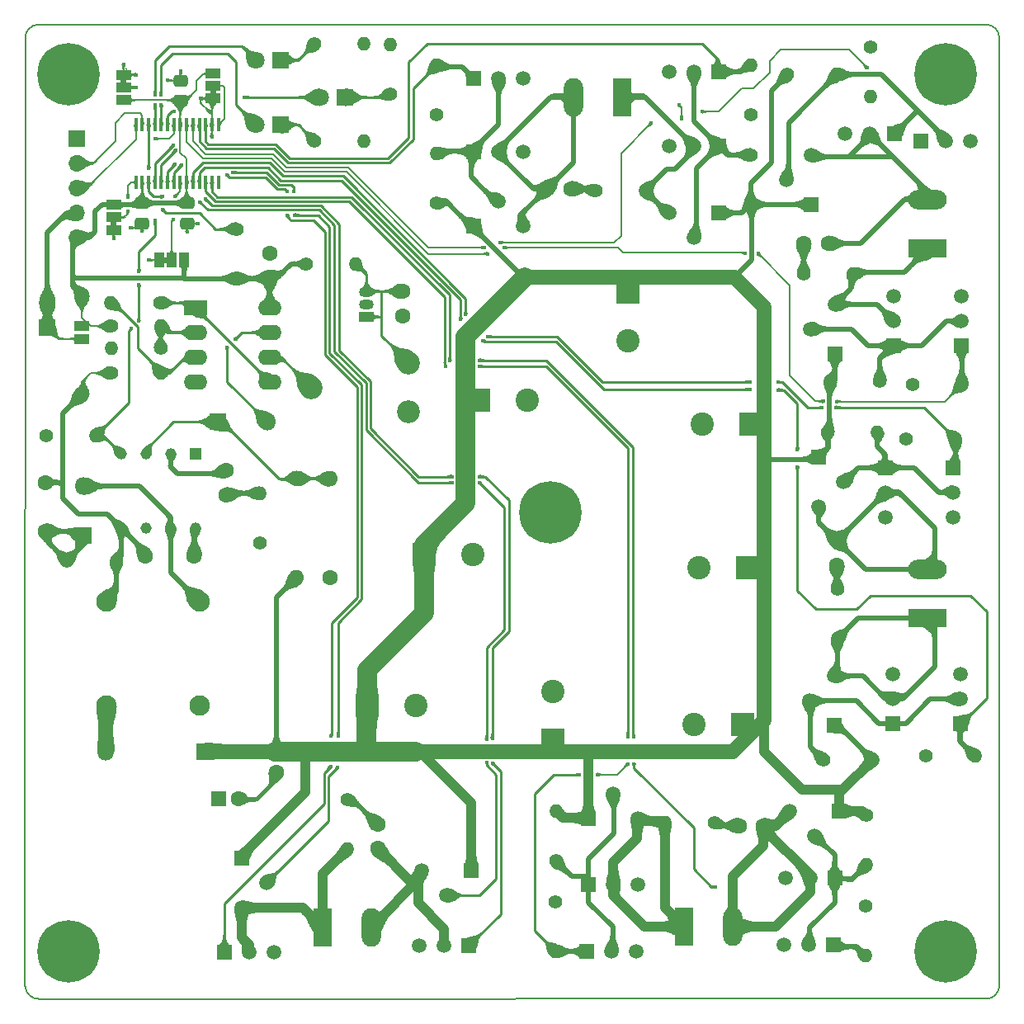
<source format=gbr>
%TF.GenerationSoftware,KiCad,Pcbnew,(6.0.7)*%
%TF.CreationDate,2022-10-05T08:16:38+03:00*%
%TF.ProjectId,irigatii2,69726967-6174-4696-9932-2e6b69636164,rev?*%
%TF.SameCoordinates,Original*%
%TF.FileFunction,Copper,L1,Top*%
%TF.FilePolarity,Positive*%
%FSLAX46Y46*%
G04 Gerber Fmt 4.6, Leading zero omitted, Abs format (unit mm)*
G04 Created by KiCad (PCBNEW (6.0.7)) date 2022-10-05 08:16:38*
%MOMM*%
%LPD*%
G01*
G04 APERTURE LIST*
G04 Aperture macros list*
%AMRoundRect*
0 Rectangle with rounded corners*
0 $1 Rounding radius*
0 $2 $3 $4 $5 $6 $7 $8 $9 X,Y pos of 4 corners*
0 Add a 4 corners polygon primitive as box body*
4,1,4,$2,$3,$4,$5,$6,$7,$8,$9,$2,$3,0*
0 Add four circle primitives for the rounded corners*
1,1,$1+$1,$2,$3*
1,1,$1+$1,$4,$5*
1,1,$1+$1,$6,$7*
1,1,$1+$1,$8,$9*
0 Add four rect primitives between the rounded corners*
20,1,$1+$1,$2,$3,$4,$5,0*
20,1,$1+$1,$4,$5,$6,$7,0*
20,1,$1+$1,$6,$7,$8,$9,0*
20,1,$1+$1,$8,$9,$2,$3,0*%
G04 Aperture macros list end*
%TA.AperFunction,Profile*%
%ADD10C,0.150000*%
%TD*%
%TA.AperFunction,SMDPad,CuDef*%
%ADD11R,1.500000X1.000000*%
%TD*%
%TA.AperFunction,ComponentPad*%
%ADD12R,1.700000X1.700000*%
%TD*%
%TA.AperFunction,ComponentPad*%
%ADD13O,1.700000X1.700000*%
%TD*%
%TA.AperFunction,ComponentPad*%
%ADD14C,1.400000*%
%TD*%
%TA.AperFunction,ComponentPad*%
%ADD15O,1.400000X1.400000*%
%TD*%
%TA.AperFunction,ComponentPad*%
%ADD16R,1.500000X1.500000*%
%TD*%
%TA.AperFunction,ComponentPad*%
%ADD17C,1.500000*%
%TD*%
%TA.AperFunction,SMDPad,CuDef*%
%ADD18R,1.000000X1.500000*%
%TD*%
%TA.AperFunction,ComponentPad*%
%ADD19R,3.960000X1.980000*%
%TD*%
%TA.AperFunction,ComponentPad*%
%ADD20O,3.960000X1.980000*%
%TD*%
%TA.AperFunction,ComponentPad*%
%ADD21R,1.800000X1.800000*%
%TD*%
%TA.AperFunction,ComponentPad*%
%ADD22O,1.800000X1.800000*%
%TD*%
%TA.AperFunction,SMDPad,CuDef*%
%ADD23R,0.450000X1.475000*%
%TD*%
%TA.AperFunction,ComponentPad*%
%ADD24C,1.600000*%
%TD*%
%TA.AperFunction,ComponentPad*%
%ADD25R,1.170000X1.170000*%
%TD*%
%TA.AperFunction,ComponentPad*%
%ADD26C,1.170000*%
%TD*%
%TA.AperFunction,SMDPad,CuDef*%
%ADD27RoundRect,0.250000X0.475000X-0.337500X0.475000X0.337500X-0.475000X0.337500X-0.475000X-0.337500X0*%
%TD*%
%TA.AperFunction,ComponentPad*%
%ADD28C,3.600000*%
%TD*%
%TA.AperFunction,ConnectorPad*%
%ADD29C,6.400000*%
%TD*%
%TA.AperFunction,ComponentPad*%
%ADD30R,2.400000X2.400000*%
%TD*%
%TA.AperFunction,ComponentPad*%
%ADD31C,2.400000*%
%TD*%
%TA.AperFunction,SMDPad,CuDef*%
%ADD32RoundRect,0.250000X-0.475000X0.337500X-0.475000X-0.337500X0.475000X-0.337500X0.475000X0.337500X0*%
%TD*%
%TA.AperFunction,ComponentPad*%
%ADD33O,1.600000X1.600000*%
%TD*%
%TA.AperFunction,ComponentPad*%
%ADD34C,1.800000*%
%TD*%
%TA.AperFunction,ComponentPad*%
%ADD35R,1.980000X3.960000*%
%TD*%
%TA.AperFunction,ComponentPad*%
%ADD36O,1.980000X3.960000*%
%TD*%
%TA.AperFunction,ComponentPad*%
%ADD37R,1.600000X1.600000*%
%TD*%
%TA.AperFunction,ComponentPad*%
%ADD38R,2.400000X1.600000*%
%TD*%
%TA.AperFunction,ComponentPad*%
%ADD39O,2.400000X1.600000*%
%TD*%
%TA.AperFunction,ComponentPad*%
%ADD40C,2.098040*%
%TD*%
%TA.AperFunction,ComponentPad*%
%ADD41C,2.340000*%
%TD*%
%TA.AperFunction,ComponentPad*%
%ADD42R,1.500000X1.050000*%
%TD*%
%TA.AperFunction,ComponentPad*%
%ADD43O,1.500000X1.050000*%
%TD*%
%TA.AperFunction,ViaPad*%
%ADD44C,0.400000*%
%TD*%
%TA.AperFunction,Conductor*%
%ADD45C,0.200000*%
%TD*%
%TA.AperFunction,Conductor*%
%ADD46C,0.500000*%
%TD*%
%TA.AperFunction,Conductor*%
%ADD47C,0.250000*%
%TD*%
%TA.AperFunction,Conductor*%
%ADD48C,0.240000*%
%TD*%
%TA.AperFunction,Conductor*%
%ADD49C,1.500000*%
%TD*%
%TA.AperFunction,Conductor*%
%ADD50C,1.000000*%
%TD*%
%TA.AperFunction,Conductor*%
%ADD51C,2.000000*%
%TD*%
%TA.AperFunction,Conductor*%
%ADD52C,0.400000*%
%TD*%
G04 APERTURE END LIST*
D10*
X28912780Y-80877533D02*
G75*
G03*
X27565448Y-82299928I22280J-1370417D01*
G01*
X27559000Y-179500667D02*
X27565448Y-82299928D01*
X127529559Y-82227378D02*
G75*
G03*
X126107071Y-80880047I-1370459J-22322D01*
G01*
X126179621Y-180844073D02*
X28981400Y-180847999D01*
X28912780Y-80877528D02*
X126107071Y-80880047D01*
X127529471Y-82227379D02*
X127526953Y-179421673D01*
X126179622Y-180844159D02*
G75*
G03*
X127526953Y-179421673I-22322J1370459D01*
G01*
X27558995Y-179500667D02*
G75*
G03*
X28981400Y-180847999I1370405J22267D01*
G01*
%TO.C,JP2*%
G36*
X42195800Y-105354400D02*
G01*
X41695800Y-105354400D01*
X41695800Y-104754400D01*
X42195800Y-104754400D01*
X42195800Y-105354400D01*
G37*
%TO.C,JP4*%
G36*
X37942800Y-86925200D02*
G01*
X37342800Y-86925200D01*
X37342800Y-86425200D01*
X37942800Y-86425200D01*
X37942800Y-86925200D01*
G37*
%TO.C,JP3*%
G36*
X47163000Y-88072800D02*
G01*
X46563000Y-88072800D01*
X46563000Y-87572800D01*
X47163000Y-87572800D01*
X47163000Y-88072800D01*
G37*
%TO.C,JP1*%
G36*
X36936700Y-101560200D02*
G01*
X36336700Y-101560200D01*
X36336700Y-101060200D01*
X36936700Y-101060200D01*
X36936700Y-101560200D01*
G37*
%TD*%
D11*
%TO.P,JP5,1,A*%
%TO.N,+5V*%
X33401000Y-113121200D03*
%TO.P,JP5,2,B*%
%TO.N,current_in*%
X33401000Y-111821200D03*
%TD*%
D12*
%TO.P,J1,1,Pin_1*%
%TO.N,+5V*%
X29845000Y-111942800D03*
D13*
%TO.P,J1,2,Pin_2*%
X29845000Y-109402800D03*
%TD*%
D14*
%TO.P,R25,1*%
%TO.N,Net-(C14-Pad2)*%
X98272600Y-162763200D03*
D15*
%TO.P,R25,2*%
%TO.N,Net-(J6-Pad1)*%
X93192600Y-162763200D03*
%TD*%
D14*
%TO.P,R13,1*%
%TO.N,Net-(D6-Pad1)*%
X65024000Y-87985600D03*
D15*
%TO.P,R13,2*%
%TO.N,GND*%
X65024000Y-82905600D03*
%TD*%
D14*
%TO.P,R12,1*%
%TO.N,Net-(D5-Pad1)*%
X57277000Y-92837000D03*
D15*
%TO.P,R12,2*%
%TO.N,GND*%
X62357000Y-92837000D03*
%TD*%
D14*
%TO.P,R5,1*%
%TO.N,current_in*%
X36449000Y-111810800D03*
D15*
%TO.P,R5,2*%
%TO.N,Net-(R5-Pad2)*%
X41529000Y-111810800D03*
%TD*%
D16*
%TO.P,Q27,1,G*%
%TO.N,Net-(Q23-Pad2)*%
X116565800Y-152577800D03*
D17*
%TO.P,Q27,2,D*%
%TO.N,Net-(J7-Pad1)*%
X116565800Y-150037800D03*
%TO.P,Q27,3,S*%
%TO.N,GND*%
X116565800Y-147497800D03*
%TD*%
D18*
%TO.P,JP2,1,A*%
%TO.N,GND*%
X41295800Y-105054400D03*
%TO.P,JP2,2,C*%
%TO.N,/A1*%
X42595800Y-105054400D03*
%TO.P,JP2,3,B*%
%TO.N,current_in*%
X43895800Y-105054400D03*
%TD*%
D19*
%TO.P,J7,1,Pin_1*%
%TO.N,Net-(J7-Pad1)*%
X120168200Y-141804600D03*
D20*
%TO.P,J7,2,Pin_2*%
%TO.N,Net-(C15-Pad1)*%
X120168200Y-136804600D03*
%TD*%
D21*
%TO.P,D3,1,K*%
%TO.N,Net-(C2-Pad2)*%
X33502600Y-133321000D03*
D22*
%TO.P,D3,2,A*%
%TO.N,Net-(D3-Pad2)*%
X33502600Y-128241000D03*
%TD*%
D23*
%TO.P,IC2,1,A0*%
%TO.N,/A0*%
X38929600Y-97040000D03*
%TO.P,IC2,2,VDD*%
%TO.N,current_in*%
X39579600Y-97040000D03*
%TO.P,IC2,3,~{RESET}*%
%TO.N,Net-(IC2-Pad3)*%
X40229600Y-97040000D03*
%TO.P,IC2,4,P0_0*%
%TO.N,D3_1*%
X40879600Y-97040000D03*
%TO.P,IC2,5,P0_1*%
%TO.N,D3_2*%
X41529600Y-97040000D03*
%TO.P,IC2,6,P0_2*%
%TO.N,D3_3*%
X42179600Y-97040000D03*
%TO.P,IC2,7,P0_3*%
%TO.N,D3_4*%
X42829600Y-97040000D03*
%TO.P,IC2,8,A1*%
%TO.N,/A1*%
X43479600Y-97040000D03*
%TO.P,IC2,9,VDD(IO)0*%
%TO.N,current_in*%
X44129600Y-97040000D03*
%TO.P,IC2,10,P0_4*%
%TO.N,D2_2*%
X44779600Y-97040000D03*
%TO.P,IC2,11,P0_5*%
%TO.N,D2_1*%
X45429600Y-97040000D03*
%TO.P,IC2,12,P0_6*%
%TO.N,D1_1*%
X46079600Y-97040000D03*
%TO.P,IC2,13,P0_7*%
%TO.N,D1_2*%
X46729600Y-97040000D03*
%TO.P,IC2,14,~{INT}*%
%TO.N,unconnected-(IC2-Pad14)*%
X47379600Y-97040000D03*
%TO.P,IC2,15,A2*%
%TO.N,/A2*%
X47379600Y-91164000D03*
%TO.P,IC2,16,VSS*%
%TO.N,GND*%
X46729600Y-91164000D03*
%TO.P,IC2,17,P1_7*%
%TO.N,D5_2*%
X46079600Y-91164000D03*
%TO.P,IC2,18,P1_6*%
%TO.N,D5_1*%
X45429600Y-91164000D03*
%TO.P,IC2,19,P1_5*%
%TO.N,D4_2*%
X44779600Y-91164000D03*
%TO.P,IC2,20,P1_4*%
%TO.N,D4_1*%
X44129600Y-91164000D03*
%TO.P,IC2,21,VDD(IO)1*%
%TO.N,current_in*%
X43479600Y-91164000D03*
%TO.P,IC2,22,A3*%
%TO.N,/A3*%
X42829600Y-91164000D03*
%TO.P,IC2,23,P1_3*%
%TO.N,LED_3*%
X42179600Y-91164000D03*
%TO.P,IC2,24,P1_2*%
%TO.N,LED_2*%
X41529600Y-91164000D03*
%TO.P,IC2,25,P1_1*%
%TO.N,LED_1*%
X40879600Y-91164000D03*
%TO.P,IC2,26,P1_0*%
%TO.N,EN*%
X40229600Y-91164000D03*
%TO.P,IC2,27,SDA*%
%TO.N,I2C_SDA*%
X39579600Y-91164000D03*
%TO.P,IC2,28,SCL*%
%TO.N,I2C_CLK*%
X38929600Y-91164000D03*
%TD*%
D24*
%TO.P,C17,1*%
%TO.N,Net-(C17-Pad1)*%
X63728600Y-165435600D03*
%TO.P,C17,2*%
%TO.N,Net-(C17-Pad2)*%
X63728600Y-162935600D03*
%TD*%
D16*
%TO.P,Q26,1,S*%
%TO.N,+12V*%
X108204000Y-99364800D03*
D17*
%TO.P,Q26,2,G*%
%TO.N,Net-(Q26-Pad2)*%
X105664000Y-96824800D03*
%TO.P,Q26,3,D*%
%TO.N,Net-(C16-Pad1)*%
X108204000Y-94284800D03*
%TD*%
D25*
%TO.P,IC1,1,S_GND*%
%TO.N,GND*%
X45034200Y-124891800D03*
D26*
%TO.P,IC1,2,COMP*%
%TO.N,Net-(C7-Pad1)*%
X42494200Y-124891800D03*
%TO.P,IC1,3,FB*%
%TO.N,IC_FBpin*%
X39954200Y-124891800D03*
%TO.P,IC1,4,EN*%
%TO.N,EN*%
X37414200Y-124891800D03*
%TO.P,IC1,5,VIN*%
%TO.N,Net-(C2-Pad1)*%
X37414200Y-132511800D03*
%TO.P,IC1,6,P_GND_2*%
%TO.N,GND*%
X39954200Y-132511800D03*
%TO.P,IC1,7,VSW*%
%TO.N,Net-(D3-Pad2)*%
X42494200Y-132511800D03*
%TO.P,IC1,8,P_GND_1*%
%TO.N,GND*%
X45034200Y-132511800D03*
%TD*%
D27*
%TO.P,C8,1*%
%TO.N,current_in*%
X43510200Y-88696800D03*
%TO.P,C8,2*%
%TO.N,GND*%
X43510200Y-86621800D03*
%TD*%
D28*
%TO.P,H3,1,1*%
%TO.N,GND*%
X122000000Y-176000000D03*
D29*
X122000000Y-176000000D03*
%TD*%
D16*
%TO.P,Q13,1,S*%
%TO.N,+12V*%
X85347800Y-162310200D03*
D17*
%TO.P,Q13,2,G*%
%TO.N,Net-(Q13-Pad2)*%
X87887800Y-159770200D03*
%TO.P,Q13,3,D*%
%TO.N,Net-(J6-Pad1)*%
X90427800Y-162310200D03*
%TD*%
D14*
%TO.P,R30,1*%
%TO.N,Net-(Q23-Pad2)*%
X109448600Y-156311600D03*
D15*
%TO.P,R30,2*%
%TO.N,+12V*%
X114528600Y-156311600D03*
%TD*%
D19*
%TO.P,J8,1,Pin_1*%
%TO.N,Net-(J8-Pad1)*%
X120167400Y-103857000D03*
D20*
%TO.P,J8,2,Pin_2*%
%TO.N,Net-(C16-Pad1)*%
X120167400Y-98857000D03*
%TD*%
D16*
%TO.P,Q33,1,G*%
%TO.N,D4_1*%
X123600800Y-113817400D03*
D17*
%TO.P,Q33,2,D*%
%TO.N,Net-(Q25-Pad2)*%
X123600800Y-111277400D03*
%TO.P,Q33,3,S*%
%TO.N,GND*%
X123600800Y-108737400D03*
%TD*%
D16*
%TO.P,Q17,1,G*%
%TO.N,Net-(Q13-Pad2)*%
X85373200Y-169160200D03*
D17*
%TO.P,Q17,2,D*%
%TO.N,Net-(J6-Pad1)*%
X87913200Y-169160200D03*
%TO.P,Q17,3,S*%
%TO.N,GND*%
X90453200Y-169160200D03*
%TD*%
D14*
%TO.P,R20,1*%
%TO.N,Net-(Q11-Pad2)*%
X102006400Y-94241200D03*
D15*
%TO.P,R20,2*%
%TO.N,+12V*%
X102006400Y-99321200D03*
%TD*%
D24*
%TO.P,C13,1*%
%TO.N,Net-(C13-Pad1)*%
X81096800Y-97721800D03*
%TO.P,C13,2*%
%TO.N,Net-(C13-Pad2)*%
X83596800Y-97721800D03*
%TD*%
D30*
%TO.P,C4,1*%
%TO.N,+12V*%
X101705415Y-136575800D03*
D31*
%TO.P,C4,2*%
%TO.N,GND*%
X96705415Y-136575800D03*
%TD*%
D14*
%TO.P,R23,1*%
%TO.N,+12V*%
X113897400Y-162022000D03*
D15*
%TO.P,R23,2*%
%TO.N,Net-(Q14-Pad2)*%
X113897400Y-167102000D03*
%TD*%
D14*
%TO.P,R39,1*%
%TO.N,GND*%
X114300000Y-83158800D03*
D15*
%TO.P,R39,2*%
%TO.N,D4_2*%
X114300000Y-88238800D03*
%TD*%
D32*
%TO.P,C10,1*%
%TO.N,current_in*%
X39522400Y-99190900D03*
%TO.P,C10,2*%
%TO.N,GND*%
X39522400Y-101265900D03*
%TD*%
D21*
%TO.P,D2,1,K*%
%TO.N,+12V*%
X45999400Y-155448000D03*
D22*
%TO.P,D2,2,A*%
%TO.N,Net-(D2-Pad2)*%
X35839400Y-155448000D03*
%TD*%
D14*
%TO.P,R26,1*%
%TO.N,GND*%
X102006400Y-90127200D03*
D15*
%TO.P,R26,2*%
%TO.N,D5_2*%
X102006400Y-85047200D03*
%TD*%
D16*
%TO.P,Q36,1,S*%
%TO.N,+12V*%
X73355200Y-167700200D03*
D17*
%TO.P,Q36,2,G*%
%TO.N,D3_3*%
X70815200Y-170240200D03*
%TO.P,Q36,3,D*%
%TO.N,Net-(C17-Pad1)*%
X68275200Y-167700200D03*
%TD*%
D16*
%TO.P,Q21,1,G*%
%TO.N,D1_1*%
X85195400Y-176018200D03*
D17*
%TO.P,Q21,2,D*%
%TO.N,Net-(Q13-Pad2)*%
X87735400Y-176018200D03*
%TO.P,Q21,3,S*%
%TO.N,GND*%
X90275400Y-176018200D03*
%TD*%
D14*
%TO.P,R21,1*%
%TO.N,+12V*%
X69799200Y-99221200D03*
D15*
%TO.P,R21,2*%
%TO.N,Net-(Q12-Pad2)*%
X69799200Y-94141200D03*
%TD*%
D16*
%TO.P,Q35,1,S*%
%TO.N,+12V*%
X49776000Y-166425200D03*
D17*
%TO.P,Q35,2,G*%
%TO.N,D3_1*%
X52316000Y-168965200D03*
%TO.P,Q35,3,D*%
%TO.N,Net-(J9-Pad1)*%
X49776000Y-171505200D03*
%TD*%
D16*
%TO.P,Q20,1,G*%
%TO.N,D5_1*%
X73609200Y-86423200D03*
D17*
%TO.P,Q20,2,D*%
%TO.N,Net-(Q12-Pad2)*%
X76149200Y-86423200D03*
%TO.P,Q20,3,S*%
%TO.N,GND*%
X78689200Y-86423200D03*
%TD*%
D14*
%TO.P,R27,1*%
%TO.N,GND*%
X69799200Y-90127200D03*
D15*
%TO.P,R27,2*%
%TO.N,D5_1*%
X69799200Y-85047200D03*
%TD*%
D16*
%TO.P,Q18,1,G*%
%TO.N,Net-(Q14-Pad2)*%
X110620800Y-168440200D03*
D17*
%TO.P,Q18,2,D*%
%TO.N,Net-(C14-Pad1)*%
X108080800Y-168440200D03*
%TO.P,Q18,3,S*%
%TO.N,GND*%
X105540800Y-168440200D03*
%TD*%
D14*
%TO.P,R8,1*%
%TO.N,Net-(R5-Pad2)*%
X41452800Y-114122200D03*
D15*
%TO.P,R8,2*%
%TO.N,GND*%
X36372800Y-114122200D03*
%TD*%
D30*
%TO.P,C20,1*%
%TO.N,+12V*%
X101172015Y-152654000D03*
D31*
%TO.P,C20,2*%
%TO.N,GND*%
X96172015Y-152654000D03*
%TD*%
D14*
%TO.P,R10,1*%
%TO.N,Net-(R10-Pad1)*%
X41427400Y-109423200D03*
D15*
%TO.P,R10,2*%
%TO.N,Net-(R10-Pad2)*%
X36347400Y-109423200D03*
%TD*%
D16*
%TO.P,Q11,1,S*%
%TO.N,+12V*%
X98729800Y-100203000D03*
D17*
%TO.P,Q11,2,G*%
%TO.N,Net-(Q11-Pad2)*%
X96189800Y-102743000D03*
%TO.P,Q11,3,D*%
%TO.N,Net-(J5-Pad1)*%
X93649800Y-100203000D03*
%TD*%
D11*
%TO.P,JP4,1,A*%
%TO.N,GND*%
X37642800Y-86025200D03*
%TO.P,JP4,2,C*%
%TO.N,/A3*%
X37642800Y-87325200D03*
%TO.P,JP4,3,B*%
%TO.N,current_in*%
X37642800Y-88625200D03*
%TD*%
D14*
%TO.P,R34,1*%
%TO.N,Net-(C15-Pad2)*%
X110897200Y-138836400D03*
D15*
%TO.P,R34,2*%
%TO.N,Net-(J7-Pad1)*%
X110897200Y-143916400D03*
%TD*%
D24*
%TO.P,C14,1*%
%TO.N,Net-(C14-Pad1)*%
X103327200Y-163068000D03*
%TO.P,C14,2*%
%TO.N,Net-(C14-Pad2)*%
X100827200Y-163068000D03*
%TD*%
D12*
%TO.P,J2,1,Pin_1*%
%TO.N,GND*%
X32893000Y-92608400D03*
D13*
%TO.P,J2,2,Pin_2*%
%TO.N,I2C_SDA*%
X32893000Y-95148400D03*
%TO.P,J2,3,Pin_3*%
%TO.N,I2C_CLK*%
X32893000Y-97688400D03*
%TO.P,J2,4,Pin_4*%
%TO.N,+5V*%
X32893000Y-100228400D03*
%TO.P,J2,5,Pin_5*%
%TO.N,current_in*%
X32893000Y-102768400D03*
%TD*%
D30*
%TO.P,C6,1*%
%TO.N,+12V*%
X68499985Y-135255000D03*
D31*
%TO.P,C6,2*%
%TO.N,GND*%
X73499985Y-135255000D03*
%TD*%
D16*
%TO.P,Q32,1,G*%
%TO.N,D2_2*%
X122780000Y-126339600D03*
D17*
%TO.P,Q32,2,D*%
%TO.N,Net-(Q24-Pad2)*%
X122780000Y-128879600D03*
%TO.P,Q32,3,S*%
%TO.N,GND*%
X122780000Y-131419600D03*
%TD*%
D24*
%TO.P,C16,1*%
%TO.N,Net-(C16-Pad1)*%
X109956600Y-103327200D03*
%TO.P,C16,2*%
%TO.N,Net-(C16-Pad2)*%
X107456600Y-103327200D03*
%TD*%
D16*
%TO.P,Q19,1,G*%
%TO.N,D5_2*%
X98729800Y-85703200D03*
D17*
%TO.P,Q19,2,D*%
%TO.N,Net-(Q11-Pad2)*%
X96189800Y-85703200D03*
%TO.P,Q19,3,S*%
%TO.N,GND*%
X93649800Y-85703200D03*
%TD*%
D24*
%TO.P,C15,1*%
%TO.N,Net-(C15-Pad1)*%
X110846400Y-133827200D03*
%TO.P,C15,2*%
%TO.N,Net-(C15-Pad2)*%
X110846400Y-136327200D03*
%TD*%
D14*
%TO.P,R37,1*%
%TO.N,GND*%
X117957600Y-123393200D03*
D15*
%TO.P,R37,2*%
%TO.N,D2_2*%
X123037600Y-123393200D03*
%TD*%
D16*
%TO.P,Q25,1,S*%
%TO.N,+12V*%
X110650400Y-114655600D03*
D17*
%TO.P,Q25,2,G*%
%TO.N,Net-(Q25-Pad2)*%
X108110400Y-112115600D03*
%TO.P,Q25,3,D*%
%TO.N,Net-(J8-Pad1)*%
X110650400Y-109575600D03*
%TD*%
D24*
%TO.P,R2,1*%
%TO.N,current_in*%
X33375600Y-108661200D03*
D33*
%TO.P,R2,2*%
%TO.N,Net-(C2-Pad1)*%
X33375600Y-118821200D03*
%TD*%
D28*
%TO.P,H1,1,1*%
%TO.N,GND*%
X32000000Y-86000000D03*
D29*
X32000000Y-86000000D03*
%TD*%
D24*
%TO.P,R3,1*%
%TO.N,IC_FBpin*%
X55397400Y-127457200D03*
D33*
%TO.P,R3,2*%
%TO.N,+12V*%
X55397400Y-137617200D03*
%TD*%
D11*
%TO.P,JP3,1,A*%
%TO.N,GND*%
X46863000Y-88472800D03*
%TO.P,JP3,2,C*%
%TO.N,/A2*%
X46863000Y-87172800D03*
%TO.P,JP3,3,B*%
%TO.N,current_in*%
X46863000Y-85872800D03*
%TD*%
D30*
%TO.P,C1,1*%
%TO.N,+12V*%
X74087985Y-119430800D03*
D31*
%TO.P,C1,2*%
%TO.N,GND*%
X79087985Y-119430800D03*
%TD*%
D14*
%TO.P,R24,1*%
%TO.N,Net-(C13-Pad2)*%
X86079800Y-97925000D03*
D15*
%TO.P,R24,2*%
%TO.N,Net-(J5-Pad1)*%
X91159800Y-97925000D03*
%TD*%
D24*
%TO.P,C7,1*%
%TO.N,Net-(C7-Pad1)*%
X48187200Y-126644400D03*
%TO.P,C7,2*%
%TO.N,Net-(C7-Pad2)*%
X48187200Y-129144400D03*
%TD*%
%TO.P,C11,1*%
%TO.N,GND*%
X52654200Y-104337800D03*
%TO.P,C11,2*%
%TO.N,current_in*%
X52654200Y-106837800D03*
%TD*%
D16*
%TO.P,Q38,1,G*%
%TO.N,D3_4*%
X73101200Y-175378200D03*
D17*
%TO.P,Q38,2,D*%
%TO.N,Net-(C17-Pad1)*%
X70561200Y-175378200D03*
%TO.P,Q38,3,S*%
%TO.N,GND*%
X68021200Y-175378200D03*
%TD*%
D24*
%TO.P,C5,1*%
%TO.N,GND*%
X44918000Y-135382000D03*
%TO.P,C5,2*%
%TO.N,Net-(C2-Pad1)*%
X39918000Y-135382000D03*
%TD*%
D16*
%TO.P,Q15,1,G*%
%TO.N,Net-(Q11-Pad2)*%
X98729800Y-93315200D03*
D17*
%TO.P,Q15,2,D*%
%TO.N,Net-(J5-Pad1)*%
X96189800Y-93315200D03*
%TO.P,Q15,3,S*%
%TO.N,GND*%
X93649800Y-93315200D03*
%TD*%
D21*
%TO.P,D6,1,K*%
%TO.N,Net-(D6-Pad1)*%
X60406200Y-88341200D03*
D34*
%TO.P,D6,2,A*%
%TO.N,LED_3*%
X57866200Y-88341200D03*
%TD*%
D35*
%TO.P,J9,1,Pin_1*%
%TO.N,Net-(J9-Pad1)*%
X58068000Y-173507400D03*
D36*
%TO.P,J9,2,Pin_2*%
%TO.N,Net-(C17-Pad1)*%
X63068000Y-173507400D03*
%TD*%
D16*
%TO.P,Q37,1,G*%
%TO.N,D3_2*%
X48006000Y-176102600D03*
D17*
%TO.P,Q37,2,D*%
%TO.N,Net-(J9-Pad1)*%
X50546000Y-176102600D03*
%TO.P,Q37,3,S*%
%TO.N,GND*%
X53086000Y-176102600D03*
%TD*%
D37*
%TO.P,C19,1*%
%TO.N,GND*%
X47457287Y-160350200D03*
D24*
%TO.P,C19,2*%
%TO.N,Net-(C18-Pad2)*%
X49457287Y-160350200D03*
%TD*%
D30*
%TO.P,C23,1*%
%TO.N,+12V*%
X102061015Y-121843800D03*
D31*
%TO.P,C23,2*%
%TO.N,GND*%
X97061015Y-121843800D03*
%TD*%
D16*
%TO.P,Q28,1,G*%
%TO.N,Net-(Q24-Pad2)*%
X115845800Y-126339600D03*
D17*
%TO.P,Q28,2,D*%
%TO.N,Net-(C15-Pad1)*%
X115845800Y-128879600D03*
%TO.P,Q28,3,S*%
%TO.N,GND*%
X115845800Y-131419600D03*
%TD*%
D24*
%TO.P,C2,1*%
%TO.N,Net-(C2-Pad1)*%
X29616400Y-127852800D03*
%TO.P,C2,2*%
%TO.N,Net-(C2-Pad2)*%
X29616400Y-132852800D03*
%TD*%
D38*
%TO.P,U1,1*%
%TO.N,Net-(R10-Pad1)*%
X45044600Y-109941200D03*
D39*
%TO.P,U1,2,-*%
%TO.N,Net-(R5-Pad2)*%
X45044600Y-112481200D03*
%TO.P,U1,3,+*%
%TO.N,Net-(R10-Pad2)*%
X45044600Y-115021200D03*
%TO.P,U1,4,V-*%
%TO.N,GND*%
X45044600Y-117561200D03*
%TO.P,U1,5,+*%
%TO.N,Net-(R10-Pad1)*%
X52664600Y-117561200D03*
%TO.P,U1,6,-*%
%TO.N,Net-(RV1-Pad2)*%
X52664600Y-115021200D03*
%TO.P,U1,7*%
%TO.N,Net-(D1-Pad2)*%
X52664600Y-112481200D03*
%TO.P,U1,8,V+*%
%TO.N,current_in*%
X52664600Y-109941200D03*
%TD*%
D14*
%TO.P,R11,1*%
%TO.N,current_in*%
X56388000Y-105410000D03*
D15*
%TO.P,R11,2*%
%TO.N,/2V*%
X61468000Y-105410000D03*
%TD*%
D21*
%TO.P,D4,1,K*%
%TO.N,Net-(D4-Pad1)*%
X53776800Y-84556600D03*
D34*
%TO.P,D4,2,A*%
%TO.N,LED_1*%
X51236800Y-84556600D03*
%TD*%
D14*
%TO.P,R29,1*%
%TO.N,GND*%
X113770400Y-171318400D03*
D15*
%TO.P,R29,2*%
%TO.N,D1_2*%
X113770400Y-176398400D03*
%TD*%
D14*
%TO.P,R36,1*%
%TO.N,GND*%
X119938800Y-155930600D03*
D15*
%TO.P,R36,2*%
%TO.N,D2_1*%
X125018800Y-155930600D03*
%TD*%
D16*
%TO.P,Q23,1,S*%
%TO.N,+12V*%
X110549600Y-152806400D03*
D17*
%TO.P,Q23,2,G*%
%TO.N,Net-(Q23-Pad2)*%
X108009600Y-150266400D03*
%TO.P,Q23,3,D*%
%TO.N,Net-(J7-Pad1)*%
X110549600Y-147726400D03*
%TD*%
D14*
%TO.P,R9,1*%
%TO.N,Net-(IC2-Pad3)*%
X49276000Y-101854000D03*
D15*
%TO.P,R9,2*%
%TO.N,current_in*%
X49276000Y-106934000D03*
%TD*%
D40*
%TO.P,T1,1,AA*%
%TO.N,Net-(D3-Pad2)*%
X45440600Y-140065760D03*
%TO.P,T1,2,AB*%
%TO.N,Net-(C2-Pad1)*%
X35941000Y-140065760D03*
%TO.P,T1,3,SA*%
%TO.N,Net-(D2-Pad2)*%
X35941000Y-150764240D03*
%TO.P,T1,4,SB*%
%TO.N,GND*%
X45440600Y-150764240D03*
%TD*%
D16*
%TO.P,Q34,1,G*%
%TO.N,D4_2*%
X119481600Y-92816000D03*
D17*
%TO.P,Q34,2,D*%
%TO.N,Net-(Q26-Pad2)*%
X122021600Y-92816000D03*
%TO.P,Q34,3,S*%
%TO.N,GND*%
X124561600Y-92816000D03*
%TD*%
D16*
%TO.P,Q12,1,S*%
%TO.N,+12V*%
X73609200Y-101514400D03*
D17*
%TO.P,Q12,2,G*%
%TO.N,Net-(Q12-Pad2)*%
X76149200Y-98974400D03*
%TO.P,Q12,3,D*%
%TO.N,Net-(C13-Pad1)*%
X78689200Y-101514400D03*
%TD*%
D32*
%TO.P,C9,1*%
%TO.N,current_in*%
X44170600Y-99212400D03*
%TO.P,C9,2*%
%TO.N,GND*%
X44170600Y-101287400D03*
%TD*%
D41*
%TO.P,RV1,1,1*%
%TO.N,/2V*%
X66899800Y-115609600D03*
%TO.P,RV1,2,2*%
%TO.N,Net-(RV1-Pad2)*%
X56899800Y-118109600D03*
%TO.P,RV1,3,3*%
%TO.N,GND*%
X66899800Y-120609600D03*
%TD*%
D42*
%TO.P,U2,1,REF*%
%TO.N,/2V*%
X62611000Y-110871000D03*
D43*
%TO.P,U2,2,A*%
%TO.N,GND*%
X62611000Y-109601000D03*
%TO.P,U2,3,K*%
%TO.N,/2V*%
X62611000Y-108331000D03*
%TD*%
D16*
%TO.P,Q22,1,G*%
%TO.N,D1_2*%
X110468400Y-175298200D03*
D17*
%TO.P,Q22,2,D*%
%TO.N,Net-(Q14-Pad2)*%
X107928400Y-175298200D03*
%TO.P,Q22,3,S*%
%TO.N,GND*%
X105388400Y-175298200D03*
%TD*%
D29*
%TO.P,H5,1,1*%
%TO.N,GND*%
X81483200Y-130911600D03*
D28*
X81483200Y-130911600D03*
%TD*%
D16*
%TO.P,Q24,1,S*%
%TO.N,+12V*%
X109009600Y-125298200D03*
D17*
%TO.P,Q24,2,G*%
%TO.N,Net-(Q24-Pad2)*%
X111549600Y-127838200D03*
%TO.P,Q24,3,D*%
%TO.N,Net-(C15-Pad1)*%
X109009600Y-130378200D03*
%TD*%
D16*
%TO.P,Q29,1,G*%
%TO.N,Net-(Q25-Pad2)*%
X116666600Y-113817400D03*
D17*
%TO.P,Q29,2,D*%
%TO.N,Net-(J8-Pad1)*%
X116666600Y-111277400D03*
%TO.P,Q29,3,S*%
%TO.N,GND*%
X116666600Y-108737400D03*
%TD*%
D14*
%TO.P,R7,1*%
%TO.N,GND*%
X51612800Y-134036600D03*
D15*
%TO.P,R7,2*%
%TO.N,Net-(C7-Pad2)*%
X51612800Y-128956600D03*
%TD*%
D14*
%TO.P,R40,1*%
%TO.N,Net-(C17-Pad2)*%
X60655200Y-160374800D03*
D15*
%TO.P,R40,2*%
%TO.N,Net-(J9-Pad1)*%
X60655200Y-165454800D03*
%TD*%
D37*
%TO.P,C18,1*%
%TO.N,+12V*%
X53340000Y-155575000D03*
D24*
%TO.P,C18,2*%
%TO.N,Net-(C18-Pad2)*%
X53340000Y-157575000D03*
%TD*%
%TO.P,R4,1*%
%TO.N,GND*%
X58851800Y-137642600D03*
D33*
%TO.P,R4,2*%
%TO.N,IC_FBpin*%
X58851800Y-127482600D03*
%TD*%
D21*
%TO.P,D1,1,K*%
%TO.N,IC_FBpin*%
X47320200Y-121640600D03*
D22*
%TO.P,D1,2,A*%
%TO.N,Net-(D1-Pad2)*%
X52400200Y-121640600D03*
%TD*%
D14*
%TO.P,R38,1*%
%TO.N,GND*%
X118591800Y-117779800D03*
D15*
%TO.P,R38,2*%
%TO.N,D4_1*%
X123671800Y-117779800D03*
%TD*%
D14*
%TO.P,R1,1*%
%TO.N,Net-(C2-Pad2)*%
X31826200Y-135890000D03*
D15*
%TO.P,R1,2*%
%TO.N,Net-(C2-Pad1)*%
X36906200Y-135890000D03*
%TD*%
D16*
%TO.P,Q14,1,S*%
%TO.N,+12V*%
X111103400Y-161583000D03*
D17*
%TO.P,Q14,2,G*%
%TO.N,Net-(Q14-Pad2)*%
X108563400Y-164123000D03*
%TO.P,Q14,3,D*%
%TO.N,Net-(C14-Pad1)*%
X106023400Y-161583000D03*
%TD*%
D16*
%TO.P,Q16,1,G*%
%TO.N,Net-(Q12-Pad2)*%
X73609200Y-93898800D03*
D17*
%TO.P,Q16,2,D*%
%TO.N,Net-(C13-Pad1)*%
X76149200Y-93898800D03*
%TO.P,Q16,3,S*%
%TO.N,GND*%
X78689200Y-93898800D03*
%TD*%
D35*
%TO.P,J6,1,Pin_1*%
%TO.N,Net-(J6-Pad1)*%
X95152200Y-173427400D03*
D36*
%TO.P,J6,2,Pin_2*%
%TO.N,Net-(C14-Pad1)*%
X100152200Y-173427400D03*
%TD*%
D35*
%TO.P,J5,1,Pin_1*%
%TO.N,Net-(J5-Pad1)*%
X88819400Y-88323800D03*
D36*
%TO.P,J5,2,Pin_2*%
%TO.N,Net-(C13-Pad1)*%
X83819400Y-88323800D03*
%TD*%
D29*
%TO.P,H4,1,1*%
%TO.N,GND*%
X32000000Y-176000000D03*
D28*
X32000000Y-176000000D03*
%TD*%
D16*
%TO.P,Q31,1,G*%
%TO.N,D2_1*%
X123500000Y-152628600D03*
D17*
%TO.P,Q31,2,D*%
%TO.N,Net-(Q23-Pad2)*%
X123500000Y-150088600D03*
%TO.P,Q31,3,S*%
%TO.N,GND*%
X123500000Y-147548600D03*
%TD*%
D14*
%TO.P,R33,1*%
%TO.N,+12V*%
X105764800Y-86004400D03*
D15*
%TO.P,R33,2*%
%TO.N,Net-(Q26-Pad2)*%
X110844800Y-86004400D03*
%TD*%
D24*
%TO.P,C12,1*%
%TO.N,GND*%
X66294000Y-110744000D03*
%TO.P,C12,2*%
%TO.N,/2V*%
X66294000Y-108244000D03*
%TD*%
D30*
%TO.P,C22,1*%
%TO.N,+12V*%
X89382600Y-108327185D03*
D31*
%TO.P,C22,2*%
%TO.N,GND*%
X89382600Y-113327185D03*
%TD*%
D14*
%TO.P,R28,1*%
%TO.N,GND*%
X81969600Y-170886600D03*
D15*
%TO.P,R28,2*%
%TO.N,D1_1*%
X81969600Y-175966600D03*
%TD*%
D14*
%TO.P,R31,1*%
%TO.N,+12V*%
X109931200Y-122758200D03*
D15*
%TO.P,R31,2*%
%TO.N,Net-(Q24-Pad2)*%
X115011200Y-122758200D03*
%TD*%
D30*
%TO.P,C21,1*%
%TO.N,+12V*%
X81686400Y-154283415D03*
D31*
%TO.P,C21,2*%
%TO.N,GND*%
X81686400Y-149283415D03*
%TD*%
D14*
%TO.P,R22,1*%
%TO.N,Net-(Q13-Pad2)*%
X82020400Y-166697200D03*
D15*
%TO.P,R22,2*%
%TO.N,+12V*%
X82020400Y-161617200D03*
%TD*%
D14*
%TO.P,R6,1*%
%TO.N,Net-(C2-Pad1)*%
X36372800Y-116611400D03*
D15*
%TO.P,R6,2*%
%TO.N,Net-(R10-Pad2)*%
X41452800Y-116611400D03*
%TD*%
D21*
%TO.P,D5,1,K*%
%TO.N,Net-(D5-Pad1)*%
X53776800Y-91160600D03*
D34*
%TO.P,D5,2,A*%
%TO.N,LED_2*%
X51236800Y-91160600D03*
%TD*%
D16*
%TO.P,Q30,1,G*%
%TO.N,Net-(Q26-Pad2)*%
X116763800Y-92096000D03*
D17*
%TO.P,Q30,2,D*%
%TO.N,Net-(C16-Pad1)*%
X114223800Y-92096000D03*
%TO.P,Q30,3,S*%
%TO.N,GND*%
X111683800Y-92096000D03*
%TD*%
D14*
%TO.P,R17,1*%
%TO.N,Net-(D4-Pad1)*%
X57276200Y-82854800D03*
D15*
%TO.P,R17,2*%
%TO.N,GND*%
X62356200Y-82854800D03*
%TD*%
D14*
%TO.P,R35,1*%
%TO.N,Net-(C16-Pad2)*%
X107442000Y-106451400D03*
D15*
%TO.P,R35,2*%
%TO.N,Net-(J8-Pad1)*%
X112522000Y-106451400D03*
%TD*%
D29*
%TO.P,H2,1,1*%
%TO.N,GND*%
X122000000Y-86000000D03*
D28*
X122000000Y-86000000D03*
%TD*%
D14*
%TO.P,R32,1*%
%TO.N,Net-(Q25-Pad2)*%
X115265200Y-117475000D03*
D15*
%TO.P,R32,2*%
%TO.N,+12V*%
X110185200Y-117475000D03*
%TD*%
D11*
%TO.P,JP1,1,A*%
%TO.N,GND*%
X36636700Y-101960200D03*
%TO.P,JP1,2,C*%
%TO.N,/A0*%
X36636700Y-100660200D03*
%TO.P,JP1,3,B*%
%TO.N,current_in*%
X36636700Y-99360200D03*
%TD*%
D30*
%TO.P,C3,1*%
%TO.N,+12V*%
X62661800Y-150749000D03*
D31*
%TO.P,C3,2*%
%TO.N,GND*%
X67661800Y-150749000D03*
%TD*%
D14*
%TO.P,R16,1*%
%TO.N,GND*%
X29718000Y-123063000D03*
D15*
%TO.P,R16,2*%
%TO.N,EN*%
X34798000Y-123063000D03*
%TD*%
D44*
%TO.N,GND*%
X37668200Y-84963000D03*
X43510200Y-85674200D03*
X46710600Y-92379800D03*
X45339000Y-101320600D03*
X94665800Y-89128600D03*
X38354000Y-101727000D03*
X36652200Y-102819200D03*
X40182800Y-105003600D03*
X44170600Y-102184200D03*
X42138600Y-86588600D03*
X38912800Y-86029800D03*
X39573200Y-102057200D03*
X46456600Y-89789000D03*
X45593000Y-88468200D03*
X94919800Y-90525600D03*
%TO.N,Net-(D1-Pad2)*%
X49149000Y-113157000D03*
X48285400Y-113969800D03*
%TO.N,/A0*%
X38100000Y-98552000D03*
X38100000Y-100009700D03*
%TO.N,Net-(IC2-Pad3)*%
X41656000Y-98541400D03*
X41656000Y-99840400D03*
%TO.N,/A1*%
X42799000Y-100838000D03*
X42926000Y-98541400D03*
%TO.N,/A3*%
X40894000Y-92583000D03*
X38938200Y-87325200D03*
%TO.N,EN*%
X40894000Y-100965000D03*
X40259000Y-95631000D03*
X39220178Y-111274822D03*
X39243000Y-107568500D03*
X38478422Y-112016578D03*
X39243000Y-106172000D03*
%TO.N,D1_1*%
X89408000Y-156718000D03*
X84404200Y-157861000D03*
X74170500Y-115951000D03*
X86247300Y-157835600D03*
X70739000Y-115951000D03*
X89408000Y-153924000D03*
%TO.N,D1_2*%
X74170500Y-115316000D03*
X71136500Y-115316000D03*
X98378000Y-169363400D03*
X90043000Y-153924000D03*
X90043000Y-156718000D03*
%TO.N,D2_1*%
X106807000Y-126238000D03*
X106807000Y-124460000D03*
X101930200Y-118313200D03*
X104800400Y-118364000D03*
X74549000Y-113284000D03*
X72263000Y-111125000D03*
%TO.N,D2_2*%
X109347000Y-120192800D03*
X110760100Y-120167400D03*
X104825800Y-117551200D03*
X101955600Y-117551200D03*
X72771000Y-110617000D03*
X75057000Y-112903000D03*
%TO.N,D3_1*%
X59690000Y-153898600D03*
X55245000Y-100426500D03*
X55118000Y-98027500D03*
X48815272Y-96039500D03*
X59639200Y-157124400D03*
X42799000Y-93218000D03*
%TO.N,D3_2*%
X58928000Y-153898600D03*
X54483000Y-100457000D03*
X58902600Y-156997400D03*
X54483000Y-98027500D03*
X42980100Y-93789494D03*
X48260000Y-96265500D03*
%TO.N,D3_3*%
X71371500Y-127889000D03*
X45466000Y-99060000D03*
X74170500Y-127853503D03*
X74904600Y-156597500D03*
X74904600Y-154254200D03*
X42907172Y-95231172D03*
%TO.N,D3_4*%
X46027378Y-98752622D03*
X71371500Y-127254000D03*
X75493515Y-154142026D03*
X43630100Y-95250000D03*
X74170500Y-127254000D03*
X75501976Y-156647955D03*
%TO.N,D4_2*%
X113944400Y-85318600D03*
X74676000Y-103759000D03*
X76327000Y-103251000D03*
X97002600Y-89814400D03*
X91821000Y-90982800D03*
%TO.N,D4_1*%
X75057000Y-104394000D03*
X76708000Y-103759000D03*
X101458500Y-104343200D03*
X109461100Y-119532400D03*
X110794800Y-119557800D03*
X102757500Y-104368600D03*
%TO.N,LED_3*%
X42824400Y-89789000D03*
X50063400Y-88341200D03*
%TO.N,LED_2*%
X41529000Y-89124700D03*
X41493338Y-88111650D03*
%TO.N,LED_1*%
X40894000Y-89124700D03*
X40894000Y-88125700D03*
%TD*%
D45*
%TO.N,+5V*%
X31023400Y-113121200D02*
X33401000Y-113121200D01*
X29845000Y-111942800D02*
X31023400Y-113121200D01*
D46*
X29845000Y-109402800D02*
X29845000Y-111942800D01*
X31851600Y-100228400D02*
X32893000Y-100228400D01*
X29845000Y-102235000D02*
X31851600Y-100228400D01*
X29845000Y-109402800D02*
X29845000Y-102235000D01*
D45*
%TO.N,Net-(C2-Pad1)*%
X33375600Y-117551200D02*
X33375600Y-118821200D01*
X34290000Y-116636800D02*
X33375600Y-117551200D01*
X36347400Y-116636800D02*
X34290000Y-116636800D01*
D46*
X31419800Y-120777000D02*
X31419800Y-128143000D01*
X33375600Y-118821200D02*
X31419800Y-120777000D01*
D45*
%TO.N,current_in*%
X33375600Y-110921800D02*
X33375600Y-108661200D01*
D46*
X32461200Y-104038400D02*
X32461200Y-107746800D01*
D45*
X34264600Y-111810800D02*
X33375600Y-110921800D01*
X36449000Y-111810800D02*
X34264600Y-111810800D01*
D46*
X32461200Y-107746800D02*
X33375600Y-108661200D01*
D47*
%TO.N,Net-(R10-Pad1)*%
X45044600Y-109941200D02*
X52664600Y-117561200D01*
D48*
X44526600Y-109423200D02*
X45044600Y-109941200D01*
X41427400Y-109423200D02*
X44526600Y-109423200D01*
D47*
%TO.N,Net-(R10-Pad2)*%
X36626800Y-109423200D02*
X39090600Y-111887000D01*
X43982800Y-115021200D02*
X45044600Y-115021200D01*
X36347400Y-109423200D02*
X36626800Y-109423200D01*
X39090600Y-111887000D02*
X39090600Y-114071400D01*
X42367200Y-116636800D02*
X43982800Y-115021200D01*
X41427400Y-116408200D02*
X41427400Y-116636800D01*
X39090600Y-114071400D02*
X41427400Y-116408200D01*
X41427400Y-116636800D02*
X42367200Y-116636800D01*
%TO.N,Net-(R5-Pad2)*%
X42189400Y-112471200D02*
X45034600Y-112471200D01*
X41529000Y-111810800D02*
X42189400Y-112471200D01*
X41452800Y-111887000D02*
X41529000Y-111810800D01*
X45034600Y-112471200D02*
X45044600Y-112481200D01*
X41452800Y-114122200D02*
X41452800Y-111887000D01*
%TO.N,/2V*%
X64135000Y-110871000D02*
X64135000Y-108229400D01*
X62611000Y-110871000D02*
X64135000Y-110871000D01*
X62698000Y-108244000D02*
X62611000Y-108331000D01*
X64135000Y-108229400D02*
X62712600Y-108229400D01*
X64135000Y-112776000D02*
X64135000Y-110871000D01*
X62611000Y-108331000D02*
X62611000Y-106553000D01*
X62712600Y-108229400D02*
X62611000Y-108331000D01*
X66294000Y-108244000D02*
X62698000Y-108244000D01*
X62611000Y-106553000D02*
X61468000Y-105410000D01*
X66899800Y-115540800D02*
X64135000Y-112776000D01*
X66899800Y-115609600D02*
X66899800Y-115540800D01*
D45*
%TO.N,GND*%
X43510200Y-86621800D02*
X42171800Y-86621800D01*
X36636700Y-101960200D02*
X36636700Y-102803700D01*
X39061300Y-101727000D02*
X39522400Y-101265900D01*
X46456600Y-89789000D02*
X45593000Y-88925400D01*
X43510200Y-86621800D02*
X43510200Y-85674200D01*
X42171800Y-86621800D02*
X42138600Y-86588600D01*
X37642800Y-86025200D02*
X38908200Y-86025200D01*
D46*
X44918000Y-132628000D02*
X45034200Y-132511800D01*
D45*
X45597600Y-88472800D02*
X45593000Y-88468200D01*
X37642800Y-86025200D02*
X37642800Y-84988400D01*
X94919800Y-90525600D02*
X94919800Y-89382600D01*
X46863000Y-88472800D02*
X45597600Y-88472800D01*
X46729600Y-91164000D02*
X46729600Y-90062000D01*
X38908200Y-86025200D02*
X38912800Y-86029800D01*
X38354000Y-101727000D02*
X39061300Y-101727000D01*
X40233600Y-105054400D02*
X40182800Y-105003600D01*
X39522400Y-101265900D02*
X39522400Y-102006400D01*
X46729600Y-92360800D02*
X46710600Y-92379800D01*
X46729600Y-90062000D02*
X46456600Y-89789000D01*
X37642800Y-84988400D02*
X37668200Y-84963000D01*
X45305800Y-101287400D02*
X45339000Y-101320600D01*
X41295800Y-105054400D02*
X40233600Y-105054400D01*
X44170600Y-101287400D02*
X45305800Y-101287400D01*
X46863000Y-88472800D02*
X46729600Y-88606200D01*
X46729600Y-91164000D02*
X46729600Y-92360800D01*
X45593000Y-88925400D02*
X45593000Y-88468200D01*
X46729600Y-88606200D02*
X46729600Y-91164000D01*
D46*
X44918000Y-135382000D02*
X44918000Y-132628000D01*
D45*
X94919800Y-89382600D02*
X94665800Y-89128600D01*
X36636700Y-102803700D02*
X36652200Y-102819200D01*
X39522400Y-102006400D02*
X39573200Y-102057200D01*
X44170600Y-101287400D02*
X44170600Y-102184200D01*
D47*
%TO.N,Net-(D1-Pad2)*%
X48285400Y-117525800D02*
X52400200Y-121640600D01*
X49824800Y-112481200D02*
X52664600Y-112481200D01*
X48285400Y-113969800D02*
X48285400Y-117525800D01*
X49149000Y-113157000D02*
X49824800Y-112481200D01*
%TO.N,Net-(RV1-Pad2)*%
X52664600Y-115021200D02*
X53811400Y-115021200D01*
X53811400Y-115021200D02*
X56899800Y-118109600D01*
%TO.N,IC_FBpin*%
X55397400Y-127457200D02*
X58826400Y-127457200D01*
X42799000Y-121640600D02*
X39954200Y-124485400D01*
X47320200Y-121640600D02*
X42799000Y-121640600D01*
X58826400Y-127457200D02*
X58851800Y-127482600D01*
X53594000Y-127457200D02*
X55397400Y-127457200D01*
X47777400Y-121640600D02*
X53594000Y-127457200D01*
X39954200Y-124485400D02*
X39954200Y-124891800D01*
X47320200Y-121640600D02*
X47777400Y-121640600D01*
D45*
%TO.N,/A0*%
X38100000Y-100009700D02*
X38100000Y-100279200D01*
X38469000Y-97040000D02*
X38929600Y-97040000D01*
X38100000Y-100279200D02*
X37719000Y-100660200D01*
X38100000Y-97409000D02*
X38469000Y-97040000D01*
X37719000Y-100660200D02*
X36636700Y-100660200D01*
X38100000Y-98552000D02*
X38100000Y-97409000D01*
D46*
%TO.N,current_in*%
X49276000Y-106934000D02*
X52558000Y-106934000D01*
D45*
X45913000Y-85872800D02*
X45135800Y-86650000D01*
X37642800Y-88625200D02*
X43438600Y-88625200D01*
D46*
X32893000Y-102768400D02*
X34086800Y-102768400D01*
X39353100Y-99360200D02*
X39522400Y-99190900D01*
D45*
X44129600Y-99171400D02*
X44170600Y-99212400D01*
D46*
X39522400Y-99190900D02*
X44149100Y-99190900D01*
X32893000Y-102768400D02*
X32461200Y-103200200D01*
D45*
X44129600Y-97040000D02*
X44129600Y-99171400D01*
D46*
X32461200Y-103200200D02*
X32461200Y-104038400D01*
X53436200Y-106837800D02*
X54864000Y-105410000D01*
D45*
X43479600Y-88727400D02*
X43510200Y-88696800D01*
X46863000Y-85872800D02*
X45913000Y-85872800D01*
D46*
X49276000Y-106934000D02*
X43845000Y-106934000D01*
X43895800Y-106853200D02*
X43895800Y-105054400D01*
X32725600Y-106919000D02*
X32461200Y-106654600D01*
X34086800Y-102768400D02*
X34747200Y-102108000D01*
D45*
X44129600Y-94650200D02*
X43479600Y-94000200D01*
X44129600Y-97040000D02*
X44129600Y-94650200D01*
D46*
X52558000Y-106934000D02*
X52654200Y-106837800D01*
X44149100Y-99190900D02*
X44170600Y-99212400D01*
D45*
X45135800Y-86650000D02*
X45135800Y-87579200D01*
D46*
X43830000Y-106919000D02*
X32725600Y-106919000D01*
X43438600Y-88625200D02*
X43510200Y-88696800D01*
D45*
X39579600Y-99133700D02*
X39522400Y-99190900D01*
D46*
X35437600Y-99360200D02*
X36636700Y-99360200D01*
D45*
X45135800Y-87579200D02*
X44018200Y-88696800D01*
D46*
X52654200Y-106837800D02*
X52654200Y-109930800D01*
D45*
X43479600Y-91164000D02*
X43479600Y-88727400D01*
D46*
X32461200Y-104038400D02*
X32461200Y-106654600D01*
X52654200Y-106837800D02*
X53436200Y-106837800D01*
X34747200Y-102108000D02*
X34747200Y-100050600D01*
X36636700Y-99360200D02*
X39353100Y-99360200D01*
X43830000Y-106919000D02*
X43895800Y-106853200D01*
X34747200Y-100050600D02*
X35437600Y-99360200D01*
X54864000Y-105410000D02*
X56388000Y-105410000D01*
D45*
X43479600Y-94000200D02*
X43479600Y-91164000D01*
D46*
X52654200Y-109930800D02*
X52664600Y-109941200D01*
X43845000Y-106934000D02*
X43830000Y-106919000D01*
D45*
X44018200Y-88696800D02*
X43510200Y-88696800D01*
X39579600Y-97040000D02*
X39579600Y-99133700D01*
D47*
%TO.N,Net-(IC2-Pad3)*%
X41656000Y-99840400D02*
X42018600Y-100203000D01*
X40768500Y-98541400D02*
X40229600Y-98002500D01*
X45466000Y-100203000D02*
X47117000Y-101854000D01*
X40229600Y-98002500D02*
X40229600Y-97040000D01*
X42018600Y-100203000D02*
X45466000Y-100203000D01*
X41656000Y-98541400D02*
X40768500Y-98541400D01*
X47117000Y-101854000D02*
X49276000Y-101854000D01*
D45*
%TO.N,/A1*%
X42926000Y-98541400D02*
X43479600Y-97987800D01*
X42799000Y-100838000D02*
X42595800Y-101041200D01*
X42595800Y-101041200D02*
X42595800Y-105054400D01*
X43479600Y-97987800D02*
X43479600Y-97040000D01*
%TO.N,/A2*%
X48006000Y-90537600D02*
X47379600Y-91164000D01*
X46863000Y-87172800D02*
X47813000Y-87172800D01*
X47813000Y-87172800D02*
X48006000Y-87365800D01*
X48006000Y-87365800D02*
X48006000Y-90537600D01*
%TO.N,/A3*%
X42323100Y-92583000D02*
X42829600Y-92076500D01*
X42829600Y-92076500D02*
X42829600Y-91164000D01*
X40894000Y-92583000D02*
X42323100Y-92583000D01*
X37642800Y-87325200D02*
X38938200Y-87325200D01*
%TO.N,I2C_SDA*%
X39345300Y-89992200D02*
X37795200Y-89992200D01*
X39579600Y-91164000D02*
X39579600Y-90226500D01*
X36855400Y-90932000D02*
X36855400Y-92862400D01*
X39579600Y-90226500D02*
X39345300Y-89992200D01*
X36855400Y-92862400D02*
X34569400Y-95148400D01*
X37795200Y-89992200D02*
X36855400Y-90932000D01*
X34569400Y-95148400D02*
X32893000Y-95148400D01*
%TO.N,I2C_CLK*%
X38929600Y-92642400D02*
X33883600Y-97688400D01*
X38929600Y-91164000D02*
X38929600Y-92642400D01*
X33883600Y-97688400D02*
X32893000Y-97688400D01*
D46*
%TO.N,Net-(C7-Pad1)*%
X42494200Y-126263400D02*
X43205400Y-126974600D01*
X47857000Y-126974600D02*
X48187200Y-126644400D01*
X42494200Y-124891800D02*
X42494200Y-126263400D01*
X43205400Y-126974600D02*
X47857000Y-126974600D01*
%TO.N,Net-(C2-Pad1)*%
X35966400Y-131064000D02*
X37414200Y-132511800D01*
X36906200Y-135890000D02*
X36906200Y-139100560D01*
X39918000Y-135015600D02*
X37414200Y-132511800D01*
X36906200Y-139100560D02*
X35941000Y-140065760D01*
X39918000Y-135382000D02*
X39918000Y-135015600D01*
X31419800Y-128143000D02*
X31419800Y-129463800D01*
X33020000Y-131064000D02*
X35966400Y-131064000D01*
X37414200Y-135382000D02*
X36906200Y-135890000D01*
X31419800Y-129463800D02*
X33020000Y-131064000D01*
X31129600Y-127852800D02*
X31419800Y-128143000D01*
X29616400Y-127852800D02*
X31129600Y-127852800D01*
X37414200Y-132511800D02*
X37414200Y-135382000D01*
%TO.N,Net-(D3-Pad2)*%
X42494200Y-137109200D02*
X45440600Y-140055600D01*
X45440600Y-140055600D02*
X45440600Y-140065760D01*
X42494200Y-132511800D02*
X42494200Y-137109200D01*
X42494200Y-131470400D02*
X42494200Y-132511800D01*
X39264800Y-128241000D02*
X42494200Y-131470400D01*
X33502600Y-128241000D02*
X39264800Y-128241000D01*
D49*
%TO.N,+12V*%
X78663800Y-106807000D02*
X100330000Y-106807000D01*
D50*
X49776000Y-166124000D02*
X56286400Y-159613600D01*
D49*
X103352600Y-151892000D02*
X103378000Y-151866600D01*
D51*
X62611000Y-150799800D02*
X62611000Y-155067000D01*
D46*
X110110600Y-117549600D02*
X110110600Y-122578800D01*
X102006400Y-99321200D02*
X108160400Y-99321200D01*
D51*
X62611000Y-155067000D02*
X62230000Y-155448000D01*
D46*
X110185200Y-117475000D02*
X110110600Y-117549600D01*
X109931200Y-122758200D02*
X109931200Y-124376600D01*
D50*
X49776000Y-166425200D02*
X49776000Y-166124000D01*
D46*
X53213000Y-155448000D02*
X53340000Y-155575000D01*
D51*
X62661800Y-150749000D02*
X62661800Y-147116800D01*
X72771000Y-112903000D02*
X78867000Y-106807000D01*
D50*
X73355200Y-167700200D02*
X73355200Y-160731200D01*
X107315000Y-159410400D02*
X111429800Y-159410400D01*
X73355200Y-160731200D02*
X68072000Y-155448000D01*
D46*
X110110600Y-122578800D02*
X109931200Y-122758200D01*
D50*
X113458400Y-161583000D02*
X113897400Y-162022000D01*
X111103400Y-161583000D02*
X111103400Y-159736800D01*
X111103400Y-161583000D02*
X113458400Y-161583000D01*
D46*
X78867000Y-106807000D02*
X78663800Y-106807000D01*
X78663800Y-106807000D02*
X73371200Y-101514400D01*
D49*
X100177600Y-155448000D02*
X68072000Y-155448000D01*
D46*
X109009600Y-125298200D02*
X108831800Y-125476000D01*
X110694000Y-152806400D02*
X111023400Y-152806400D01*
X111023400Y-152806400D02*
X114528600Y-156311600D01*
D50*
X111429800Y-159410400D02*
X114528600Y-156311600D01*
D46*
X98958400Y-100203000D02*
X101124600Y-100203000D01*
X109931200Y-124376600D02*
X109009600Y-125298200D01*
D50*
X85932000Y-155393400D02*
X85347800Y-155977600D01*
X111103400Y-159736800D02*
X111429800Y-159410400D01*
X56286400Y-159613600D02*
X56286400Y-155448000D01*
X103352600Y-151892000D02*
X103352600Y-155448000D01*
D51*
X68499985Y-134268215D02*
X72771000Y-129997200D01*
D46*
X53340000Y-139674600D02*
X55397400Y-137617200D01*
X108160400Y-99321200D02*
X108204000Y-99364800D01*
D50*
X103352600Y-155448000D02*
X107315000Y-159410400D01*
D51*
X62661800Y-150749000D02*
X62611000Y-150799800D01*
D50*
X85318200Y-162280600D02*
X85347800Y-162310200D01*
D46*
X100330000Y-106807000D02*
X102108000Y-105029000D01*
D51*
X56286400Y-155448000D02*
X53467000Y-155448000D01*
D46*
X70731800Y-98967200D02*
X73279000Y-101514400D01*
X108831800Y-125476000D02*
X103251000Y-125476000D01*
D51*
X62661800Y-147116800D02*
X68499985Y-141278615D01*
X62230000Y-155448000D02*
X56286400Y-155448000D01*
X67666349Y-155448000D02*
X62230000Y-155448000D01*
D46*
X110185200Y-117475000D02*
X110650400Y-117009800D01*
X102006400Y-99321200D02*
X102006400Y-97180400D01*
X110650400Y-117009800D02*
X110650400Y-114655600D01*
X102006400Y-97180400D02*
X104140000Y-95046800D01*
X104140000Y-87629200D02*
X105764800Y-86004400D01*
X73371200Y-101514400D02*
X73279000Y-101514400D01*
X102108000Y-105029000D02*
X102108000Y-99422800D01*
D51*
X68499985Y-135255000D02*
X68499985Y-134268215D01*
X68499985Y-141278615D02*
X68499985Y-135255000D01*
D46*
X102108000Y-99422800D02*
X102006400Y-99321200D01*
X101124600Y-100203000D02*
X102006400Y-99321200D01*
D51*
X72771000Y-129997200D02*
X72771000Y-112903000D01*
D49*
X103352600Y-152273000D02*
X100177600Y-155448000D01*
X103378000Y-109855000D02*
X100330000Y-106807000D01*
D46*
X69799200Y-98967200D02*
X70731800Y-98967200D01*
X104140000Y-95046800D02*
X104140000Y-87629200D01*
D50*
X82683800Y-162280600D02*
X85318200Y-162280600D01*
X82020400Y-161617200D02*
X82683800Y-162280600D01*
D49*
X103352600Y-151892000D02*
X103352600Y-152273000D01*
D50*
X85347800Y-155977600D02*
X85347800Y-162310200D01*
D49*
X45999400Y-155448000D02*
X53213000Y-155448000D01*
D51*
X54991000Y-155448000D02*
X53213000Y-155448000D01*
D49*
X103378000Y-151866600D02*
X103378000Y-109855000D01*
D46*
X53340000Y-155575000D02*
X53340000Y-139674600D01*
D47*
%TO.N,EN*%
X40259000Y-95631000D02*
X40229600Y-95601600D01*
X39243000Y-104140000D02*
X40894000Y-102489000D01*
X38478422Y-112016578D02*
X38227000Y-112268000D01*
X39243000Y-107568500D02*
X39243000Y-111252000D01*
X39243000Y-111252000D02*
X39220178Y-111274822D01*
X40229600Y-95601600D02*
X40229600Y-91164000D01*
X39243000Y-106172000D02*
X39243000Y-104140000D01*
X38227000Y-112268000D02*
X38227000Y-119634000D01*
X40894000Y-102489000D02*
X40894000Y-100965000D01*
X38227000Y-119634000D02*
X34798000Y-123063000D01*
X34798000Y-123063000D02*
X35585400Y-123063000D01*
X35585400Y-123063000D02*
X37414200Y-124891800D01*
%TO.N,D1_1*%
X70612000Y-108839000D02*
X60775000Y-99002000D01*
X60775000Y-99002000D02*
X47054100Y-99002000D01*
D46*
X81969600Y-175966600D02*
X85276800Y-175966600D01*
D45*
X86247300Y-157835600D02*
X88290400Y-157835600D01*
D47*
X46079600Y-98027500D02*
X46079600Y-97040000D01*
X70612000Y-115824000D02*
X70612000Y-108839000D01*
X74170500Y-115951000D02*
X81000600Y-115951000D01*
X79836000Y-173833000D02*
X81969600Y-175966600D01*
D45*
X88290400Y-157835600D02*
X89408000Y-156718000D01*
D47*
X84404200Y-157861000D02*
X81762600Y-157861000D01*
X79836000Y-159787600D02*
X79836000Y-173833000D01*
X81000600Y-115951000D02*
X89408000Y-124358400D01*
X89408000Y-124358400D02*
X89408000Y-153924000D01*
X47054100Y-99002000D02*
X46079600Y-98027500D01*
X70739000Y-115951000D02*
X70612000Y-115824000D01*
X81762600Y-157861000D02*
X79836000Y-159787600D01*
%TO.N,D1_2*%
X98378000Y-169363400D02*
X97964000Y-169363400D01*
X96142800Y-167542200D02*
X96142800Y-163249600D01*
X71136500Y-108604292D02*
X61084208Y-98552000D01*
X97964000Y-169363400D02*
X96142800Y-167542200D01*
X46729600Y-98002500D02*
X46729600Y-97040000D01*
X89933000Y-124247004D02*
X81001996Y-115316000D01*
D46*
X112882200Y-175510200D02*
X113770400Y-176398400D01*
D47*
X81001996Y-115316000D02*
X74170500Y-115316000D01*
X47279100Y-98552000D02*
X46729600Y-98002500D01*
X71136500Y-115316000D02*
X71136500Y-108604292D01*
X89933000Y-153814000D02*
X89933000Y-124247004D01*
X96142800Y-163249600D02*
X90043000Y-157149800D01*
X61084208Y-98552000D02*
X47279100Y-98552000D01*
D46*
X110595400Y-175510200D02*
X112882200Y-175510200D01*
D47*
X90043000Y-157149800D02*
X90043000Y-156718000D01*
X90043000Y-153924000D02*
X89933000Y-153814000D01*
%TO.N,D2_1*%
X124587000Y-139446000D02*
X114300000Y-139446000D01*
X45992100Y-95515000D02*
X52456416Y-95515000D01*
X72263000Y-110382537D02*
X72246000Y-110399537D01*
X86920196Y-118313200D02*
X82034996Y-113428000D01*
X82034996Y-113428000D02*
X74693000Y-113428000D01*
D46*
X123545600Y-152679400D02*
X123545600Y-154457400D01*
D47*
X74693000Y-113428000D02*
X74549000Y-113284000D01*
X108712000Y-140843000D02*
X106807000Y-138938000D01*
X112903000Y-140843000D02*
X108712000Y-140843000D01*
D46*
X123545600Y-154457400D02*
X125018800Y-155930600D01*
D47*
X104800400Y-118364000D02*
X105408604Y-118364000D01*
X126238000Y-141097000D02*
X124587000Y-139446000D01*
X72246000Y-111108000D02*
X72263000Y-111125000D01*
X106807000Y-119762396D02*
X106807000Y-124460000D01*
X53806416Y-96865000D02*
X60033604Y-96865000D01*
X52456416Y-95515000D02*
X53806416Y-96865000D01*
X126238000Y-149987000D02*
X126238000Y-141097000D01*
X45429600Y-96077500D02*
X45992100Y-95515000D01*
X72263000Y-109094396D02*
X72263000Y-110382537D01*
X45429600Y-97040000D02*
X45429600Y-96077500D01*
X105408604Y-118364000D02*
X106807000Y-119762396D01*
X72246000Y-110399537D02*
X72246000Y-111108000D01*
X114300000Y-139446000D02*
X112903000Y-140843000D01*
X123545600Y-152679400D02*
X126238000Y-149987000D01*
X106807000Y-138938000D02*
X106807000Y-126238000D01*
X101930200Y-118313200D02*
X86920196Y-118313200D01*
X60033604Y-96865000D02*
X72263000Y-109094396D01*
%TO.N,D2_2*%
X45767100Y-95065000D02*
X52642812Y-95065000D01*
X44779600Y-97040000D02*
X44779600Y-96052500D01*
X72771000Y-108966000D02*
X72771000Y-110617000D01*
X44779600Y-96052500D02*
X45767100Y-95065000D01*
X110760100Y-120167400D02*
X119811800Y-120167400D01*
X52642812Y-95065000D02*
X53992812Y-96415000D01*
X119811800Y-120167400D02*
X123037600Y-123393200D01*
D46*
X123037600Y-123393200D02*
X123037600Y-126082000D01*
D47*
X105232200Y-117551200D02*
X107873800Y-120192800D01*
X53992812Y-96415000D02*
X60220000Y-96415000D01*
X82146392Y-112903000D02*
X75057000Y-112903000D01*
X86794592Y-117551200D02*
X82146392Y-112903000D01*
D46*
X123037600Y-126082000D02*
X122780000Y-126339600D01*
D47*
X104825800Y-117551200D02*
X105232200Y-117551200D01*
X60220000Y-96415000D02*
X72771000Y-108966000D01*
X107873800Y-120192800D02*
X109347000Y-120192800D01*
X101955600Y-117551200D02*
X86794592Y-117551200D01*
%TO.N,D3_1*%
X59690000Y-153898600D02*
X59690000Y-142241396D01*
X52344520Y-96039500D02*
X48815272Y-96039500D01*
X52319600Y-168965200D02*
X52316000Y-168965200D01*
X54897000Y-97315000D02*
X53620020Y-97315000D01*
X55118000Y-97536000D02*
X54897000Y-97315000D01*
X59613800Y-157124400D02*
X58699400Y-158038800D01*
X40879600Y-95137400D02*
X40879600Y-97040000D01*
X59690000Y-142241396D02*
X62092000Y-139839396D01*
X58799604Y-101601396D02*
X57624708Y-100426500D01*
X58799604Y-114554000D02*
X58799604Y-101601396D01*
X55118000Y-98027500D02*
X55118000Y-97536000D01*
X62092000Y-139839396D02*
X62092000Y-117846396D01*
X58699400Y-158038800D02*
X58699400Y-162585400D01*
X58699400Y-162585400D02*
X52319600Y-168965200D01*
X53620020Y-97315000D02*
X52344520Y-96039500D01*
X57624708Y-100426500D02*
X55245000Y-100426500D01*
X59639200Y-157124400D02*
X59613800Y-157124400D01*
X62092000Y-117846396D02*
X58799604Y-114554000D01*
X42799000Y-93218000D02*
X40879600Y-95137400D01*
%TO.N,D3_2*%
X61642000Y-139653000D02*
X61642000Y-118032792D01*
X58349604Y-114740396D02*
X58349604Y-102164604D01*
X42980100Y-93798900D02*
X41529600Y-95249400D01*
X52233124Y-96564500D02*
X48559000Y-96564500D01*
X54483000Y-100584000D02*
X54483000Y-100457000D01*
X58249400Y-160851000D02*
X48006000Y-171094400D01*
X53433624Y-97765000D02*
X52233124Y-96564500D01*
X58349604Y-102164604D02*
X57136500Y-100951500D01*
X59055000Y-142240000D02*
X61642000Y-139653000D01*
X58902600Y-156997400D02*
X58249400Y-157650600D01*
X42980100Y-93789494D02*
X42980100Y-93798900D01*
X61642000Y-118032792D02*
X58349604Y-114740396D01*
X59055000Y-153771600D02*
X59055000Y-142240000D01*
X41529600Y-95249400D02*
X41529600Y-97040000D01*
X57136500Y-100951500D02*
X54850500Y-100951500D01*
X48559000Y-96564500D02*
X48260000Y-96265500D01*
X54220500Y-97765000D02*
X53433624Y-97765000D01*
X54850500Y-100951500D02*
X54483000Y-100584000D01*
X58249400Y-157650600D02*
X58249400Y-160851000D01*
X58928000Y-153898600D02*
X59055000Y-153771600D01*
X48006000Y-171094400D02*
X48006000Y-176102600D01*
X54483000Y-98027500D02*
X54220500Y-97765000D01*
%TO.N,D3_3*%
X59309000Y-101474396D02*
X59309000Y-114427000D01*
X74184000Y-170240200D02*
X70815200Y-170240200D01*
X42179600Y-95958744D02*
X42179600Y-97040000D01*
X45466000Y-99060000D02*
X46308000Y-99902000D01*
X62542000Y-122487396D02*
X67943604Y-127889000D01*
X76740600Y-130423603D02*
X74170500Y-127853503D01*
X42907172Y-95231172D02*
X42179600Y-95958744D01*
X74904600Y-156870400D02*
X75895200Y-157861000D01*
X75895200Y-168529000D02*
X74184000Y-170240200D01*
X74904600Y-144805400D02*
X76740600Y-142969400D01*
X67943604Y-127889000D02*
X71371500Y-127889000D01*
X59309000Y-114427000D02*
X62542000Y-117660000D01*
X76740600Y-142969400D02*
X76740600Y-130423603D01*
X75895200Y-157861000D02*
X75895200Y-168529000D01*
X57736604Y-99902000D02*
X59309000Y-101474396D01*
X74904600Y-156597500D02*
X74904600Y-156870400D01*
X62542000Y-117660000D02*
X62542000Y-122487396D01*
X46308000Y-99902000D02*
X57736604Y-99902000D01*
X74904600Y-154254200D02*
X74904600Y-144805400D01*
%TO.N,D3_4*%
X46726756Y-99452000D02*
X57923000Y-99452000D01*
X67945000Y-127254000D02*
X71371500Y-127254000D01*
X76345200Y-157491179D02*
X76345200Y-172134200D01*
X59817000Y-101346000D02*
X59817000Y-114298604D01*
X43630100Y-95250000D02*
X42829600Y-96050500D01*
X76345200Y-172134200D02*
X73101200Y-175378200D01*
X62992000Y-117473604D02*
X62992000Y-122301000D01*
X75501976Y-156647955D02*
X76345200Y-157491179D01*
X75493515Y-154142026D02*
X75493515Y-144852881D01*
X74803000Y-127254000D02*
X74170500Y-127254000D01*
X77190600Y-129641600D02*
X74803000Y-127254000D01*
X57923000Y-99452000D02*
X59817000Y-101346000D01*
X59817000Y-114298604D02*
X62992000Y-117473604D01*
X77190600Y-143155796D02*
X77190600Y-129641600D01*
X42829600Y-96050500D02*
X42829600Y-97040000D01*
X46027378Y-98752622D02*
X46726756Y-99452000D01*
X75493515Y-144852881D02*
X77190600Y-143155796D01*
X62992000Y-122301000D02*
X67945000Y-127254000D01*
D46*
%TO.N,Net-(J5-Pad1)*%
X94208600Y-95707200D02*
X96189800Y-93726000D01*
X96189800Y-93315200D02*
X91198400Y-88323800D01*
X91159800Y-97925000D02*
X93377600Y-95707200D01*
X96189800Y-93726000D02*
X96189800Y-93315200D01*
X93437800Y-100203000D02*
X91159800Y-97925000D01*
X93377600Y-95707200D02*
X94208600Y-95707200D01*
X91198400Y-88323800D02*
X88819400Y-88323800D01*
%TO.N,Net-(C13-Pad1)*%
X83819400Y-88323800D02*
X83819400Y-94999200D01*
X83819400Y-94999200D02*
X81096800Y-97721800D01*
X75895200Y-93898800D02*
X81470200Y-88323800D01*
X78359000Y-101514400D02*
X78359000Y-100459600D01*
X78359000Y-100459600D02*
X81096800Y-97721800D01*
X81470200Y-88323800D02*
X83819400Y-88323800D01*
X79718200Y-97721800D02*
X75895200Y-93898800D01*
X81096800Y-97721800D02*
X79718200Y-97721800D01*
D50*
%TO.N,Net-(J6-Pad1)*%
X90377000Y-164359600D02*
X90377000Y-162361000D01*
X93197200Y-171472400D02*
X95152200Y-173427400D01*
X93192600Y-162763200D02*
X93197200Y-162767800D01*
X93040200Y-162610800D02*
X93192600Y-162763200D01*
X93197200Y-162767800D02*
X93197200Y-171472400D01*
X95152200Y-173427400D02*
X91131400Y-173427400D01*
X90728400Y-162610800D02*
X93040200Y-162610800D01*
X87913200Y-169160200D02*
X87913200Y-166823400D01*
X91131400Y-173427400D02*
X87913200Y-170209200D01*
X87913200Y-166823400D02*
X90377000Y-164359600D01*
X90377000Y-162361000D02*
X90427800Y-162310200D01*
X90427800Y-162310200D02*
X90728400Y-162610800D01*
X87913200Y-170209200D02*
X87913200Y-169160200D01*
%TO.N,Net-(C14-Pad1)*%
X108080800Y-169922200D02*
X108080800Y-168440200D01*
X104575600Y-173427400D02*
X108080800Y-169922200D01*
X108080800Y-168440200D02*
X108080800Y-168118800D01*
X100152200Y-173427400D02*
X104575600Y-173427400D01*
X108080800Y-168118800D02*
X103327200Y-163365200D01*
X103327200Y-163068000D02*
X104538400Y-163068000D01*
X104538400Y-163068000D02*
X106023400Y-161583000D01*
X100152200Y-168300400D02*
X103327200Y-165125400D01*
X103327200Y-165125400D02*
X103327200Y-163068000D01*
X100152200Y-173427400D02*
X100152200Y-168300400D01*
X103327200Y-163365200D02*
X103327200Y-163068000D01*
D46*
%TO.N,Net-(J7-Pad1)*%
X113009000Y-141804600D02*
X110897200Y-143916400D01*
X110897200Y-147378800D02*
X110549600Y-147726400D01*
X120879400Y-146735000D02*
X120879400Y-141804600D01*
X115849400Y-150037800D02*
X116565800Y-150037800D01*
X120879400Y-141804600D02*
X113009000Y-141804600D01*
X116565800Y-150037800D02*
X117576600Y-150037800D01*
X110549600Y-147726400D02*
X113538000Y-147726400D01*
X110897200Y-143916400D02*
X110897200Y-147378800D01*
X117576600Y-150037800D02*
X120879400Y-146735000D01*
X113538000Y-147726400D02*
X115849400Y-150037800D01*
%TO.N,Net-(C15-Pad1)*%
X110898200Y-133827200D02*
X115896600Y-128828800D01*
X120879400Y-132563400D02*
X120879400Y-136804600D01*
X109009600Y-131990400D02*
X110846400Y-133827200D01*
X110846400Y-133827200D02*
X110898200Y-133827200D01*
X113823800Y-136804600D02*
X110846400Y-133827200D01*
X117144800Y-128828800D02*
X120879400Y-132563400D01*
X120879400Y-136804600D02*
X113823800Y-136804600D01*
X115896600Y-128828800D02*
X117144800Y-128828800D01*
X109009600Y-130378200D02*
X109009600Y-131990400D01*
D47*
%TO.N,D5_2*%
X53272396Y-93149000D02*
X54738396Y-94615000D01*
X98729800Y-84505800D02*
X98729800Y-85703200D01*
D46*
X101045600Y-85703200D02*
X101701600Y-85047200D01*
D47*
X64768604Y-94615000D02*
X66929000Y-92454604D01*
X54738396Y-94615000D02*
X64768604Y-94615000D01*
D46*
X98729800Y-85703200D02*
X101045600Y-85703200D01*
D47*
X46352292Y-93149000D02*
X53272396Y-93149000D01*
X68834000Y-82804000D02*
X97028000Y-82804000D01*
X97028000Y-82804000D02*
X98729800Y-84505800D01*
X66929000Y-92454604D02*
X66929000Y-84709000D01*
X66929000Y-84709000D02*
X68834000Y-82804000D01*
X46079600Y-92876308D02*
X46352292Y-93149000D01*
X46079600Y-91164000D02*
X46079600Y-92876308D01*
%TO.N,D5_1*%
X67379000Y-87434000D02*
X69588000Y-85225000D01*
X64955000Y-95065000D02*
X67379000Y-92641000D01*
X46165896Y-93599000D02*
X53086000Y-93599000D01*
X69588000Y-85225000D02*
X69799200Y-85225000D01*
D46*
X69799200Y-85225000D02*
X72411000Y-85225000D01*
D47*
X54552000Y-95065000D02*
X64955000Y-95065000D01*
X45429600Y-91164000D02*
X45429600Y-92862704D01*
D46*
X72411000Y-85225000D02*
X73609200Y-86423200D01*
D47*
X53086000Y-93599000D02*
X54552000Y-95065000D01*
X45429600Y-92862704D02*
X46165896Y-93599000D01*
X67379000Y-92641000D02*
X67379000Y-87434000D01*
D45*
%TO.N,D4_2*%
X87985600Y-103251000D02*
X88696800Y-102539800D01*
X46095500Y-94165000D02*
X53015604Y-94165000D01*
X113944400Y-85318600D02*
X112064800Y-83439000D01*
X103936800Y-84582000D02*
X103936800Y-85775800D01*
X44779600Y-91164000D02*
X44779600Y-92849100D01*
X112064800Y-83439000D02*
X105079800Y-83439000D01*
X101117400Y-87426800D02*
X98729800Y-89814400D01*
X105079800Y-83439000D02*
X103936800Y-84582000D01*
X44779600Y-92849100D02*
X46095500Y-94165000D01*
X53015604Y-94165000D02*
X54365604Y-95515000D01*
X88696800Y-94107000D02*
X91821000Y-90982800D01*
X60718396Y-95515000D02*
X68962396Y-103759000D01*
X103936800Y-85775800D02*
X102285800Y-87426800D01*
X88696800Y-102539800D02*
X88696800Y-94107000D01*
X102285800Y-87426800D02*
X101117400Y-87426800D01*
X68962396Y-103759000D02*
X74676000Y-103759000D01*
X54365604Y-95515000D02*
X60718396Y-95515000D01*
X98729800Y-89814400D02*
X97002600Y-89814400D01*
X76327000Y-103251000D02*
X87985600Y-103251000D01*
%TO.N,D4_1*%
X44129600Y-91164000D02*
X44129600Y-92897600D01*
X106045000Y-116916200D02*
X108661200Y-119532400D01*
X101458500Y-104343200D02*
X101382300Y-104267000D01*
D46*
X123671800Y-114167800D02*
X123671800Y-117805200D01*
D45*
X54179208Y-95965000D02*
X60532000Y-95965000D01*
X102757500Y-104368600D02*
X102768400Y-104368600D01*
X121893800Y-119557800D02*
X123571000Y-117880600D01*
X108661200Y-119532400D02*
X109461100Y-119532400D01*
X44129600Y-92897600D02*
X45847000Y-94615000D01*
X102768400Y-104368600D02*
X106045000Y-107645200D01*
X106045000Y-107645200D02*
X106045000Y-116916200D01*
X101382300Y-104267000D02*
X88925400Y-104267000D01*
X52829208Y-94615000D02*
X54179208Y-95965000D01*
X110794800Y-119557800D02*
X121893800Y-119557800D01*
X68961000Y-104394000D02*
X75057000Y-104394000D01*
X45847000Y-94615000D02*
X52829208Y-94615000D01*
X88417400Y-103759000D02*
X76708000Y-103759000D01*
X60532000Y-95965000D02*
X68961000Y-104394000D01*
D46*
X123600800Y-114096800D02*
X123671800Y-114167800D01*
D45*
X88925400Y-104267000D02*
X88417400Y-103759000D01*
D47*
%TO.N,LED_3*%
X50063400Y-88341200D02*
X57866200Y-88341200D01*
X42179600Y-90201500D02*
X42179600Y-91164000D01*
X42824400Y-89789000D02*
X42592100Y-89789000D01*
X42592100Y-89789000D02*
X42179600Y-90201500D01*
%TO.N,LED_2*%
X49225200Y-89128600D02*
X51206400Y-91109800D01*
X51206400Y-91109800D02*
X51206400Y-91160600D01*
X41529600Y-89125300D02*
X41529600Y-91164000D01*
X41529000Y-89124700D02*
X41529600Y-89125300D01*
X41493338Y-88111650D02*
X41493338Y-85049462D01*
X49225200Y-84709000D02*
X49225200Y-89128600D01*
X42697400Y-83845400D02*
X48361600Y-83845400D01*
X48361600Y-83845400D02*
X49225200Y-84709000D01*
X41493338Y-85049462D02*
X42697400Y-83845400D01*
%TO.N,LED_1*%
X42316400Y-83134200D02*
X49814400Y-83134200D01*
X40894000Y-89124700D02*
X40879600Y-89139100D01*
X40879600Y-89139100D02*
X40879600Y-91164000D01*
X40894000Y-84556600D02*
X42316400Y-83134200D01*
X40894000Y-88125700D02*
X40894000Y-84556600D01*
X49814400Y-83134200D02*
X51236800Y-84556600D01*
D46*
%TO.N,Net-(J8-Pad1)*%
X110650400Y-109575600D02*
X114964800Y-109575600D01*
X112522000Y-106451400D02*
X112266400Y-106707000D01*
X117750800Y-106273600D02*
X112699800Y-106273600D01*
X112266400Y-106707000D02*
X112266400Y-107959600D01*
X112266400Y-107959600D02*
X110650400Y-109575600D01*
X112699800Y-106273600D02*
X112522000Y-106451400D01*
X114964800Y-109575600D02*
X116666600Y-111277400D01*
X120167400Y-103857000D02*
X117750800Y-106273600D01*
%TO.N,Net-(C16-Pad1)*%
X112090200Y-94462600D02*
X114223800Y-92329000D01*
X109956600Y-103327200D02*
X113309400Y-103327200D01*
X113309400Y-103327200D02*
X117779600Y-98857000D01*
X108204000Y-94284800D02*
X108381800Y-94462600D01*
X108381800Y-94462600D02*
X112090200Y-94462600D01*
X114223800Y-92329000D02*
X114223800Y-92096000D01*
X118429700Y-96301900D02*
X120167400Y-98039600D01*
X112090200Y-94462600D02*
X116590400Y-94462600D01*
X116590400Y-94462600D02*
X118429700Y-96301900D01*
X117779600Y-98857000D02*
X120167400Y-98857000D01*
X120167400Y-98039600D02*
X120167400Y-98857000D01*
X114223800Y-92096000D02*
X118429700Y-96301900D01*
D50*
%TO.N,Net-(J9-Pad1)*%
X60655200Y-165454800D02*
X58068000Y-168042000D01*
X50546000Y-175310800D02*
X49776000Y-174540800D01*
X58068000Y-168042000D02*
X58068000Y-173507400D01*
X56065800Y-171505200D02*
X58068000Y-173507400D01*
X50546000Y-176098200D02*
X50546000Y-175310800D01*
X49776000Y-174540800D02*
X49776000Y-171505200D01*
X49776000Y-171505200D02*
X56065800Y-171505200D01*
%TO.N,Net-(C17-Pad1)*%
X70561200Y-173685200D02*
X67894200Y-171018200D01*
X70561200Y-175378200D02*
X70561200Y-173685200D01*
X68275200Y-168300200D02*
X63068000Y-173507400D01*
X67894200Y-171018200D02*
X67894200Y-168081200D01*
X68275200Y-167700200D02*
X67134200Y-168841200D01*
X67134200Y-168841200D02*
X63728600Y-165435600D01*
X67894200Y-168081200D02*
X68275200Y-167700200D01*
X68275200Y-167700200D02*
X68275200Y-168300200D01*
D46*
%TO.N,Net-(Q11-Pad2)*%
X98729800Y-93315200D02*
X96418400Y-95626600D01*
X99655800Y-94241200D02*
X98729800Y-93315200D01*
X96418400Y-95626600D02*
X96418400Y-102743000D01*
X96189800Y-90775200D02*
X98729800Y-93315200D01*
X96189800Y-85703200D02*
X96189800Y-90775200D01*
X102006400Y-94241200D02*
X99655800Y-94241200D01*
%TO.N,Net-(Q12-Pad2)*%
X76149200Y-91104800D02*
X73355200Y-93898800D01*
X73355200Y-96510600D02*
X75819000Y-98974400D01*
X76149200Y-86423200D02*
X76149200Y-91104800D01*
X73355200Y-93898800D02*
X73355200Y-96510600D01*
X73343600Y-93887200D02*
X73355200Y-93898800D01*
X69799200Y-93887200D02*
X73343600Y-93887200D01*
%TO.N,Net-(Q13-Pad2)*%
X85373200Y-166493200D02*
X85373200Y-168301000D01*
X87964000Y-159846400D02*
X87964000Y-163902400D01*
X87862400Y-173452800D02*
X85373200Y-170963600D01*
X85373200Y-170963600D02*
X85373200Y-168301000D01*
X87964000Y-163902400D02*
X85373200Y-166493200D01*
X83624200Y-168301000D02*
X82020400Y-166697200D01*
X87887800Y-159770200D02*
X87964000Y-159846400D01*
X87862400Y-175921000D02*
X87862400Y-173452800D01*
X85373200Y-168301000D02*
X83624200Y-168301000D01*
%TO.N,Net-(Q14-Pad2)*%
X112448800Y-168550600D02*
X113897400Y-167102000D01*
X110620800Y-170963600D02*
X110620800Y-168550600D01*
X108055400Y-173529000D02*
X110620800Y-170963600D01*
X110620800Y-166112200D02*
X110620800Y-168550600D01*
X110620800Y-168550600D02*
X112448800Y-168550600D01*
X108055400Y-175510200D02*
X108055400Y-173529000D01*
X108563400Y-164123000D02*
X108631600Y-164123000D01*
X108631600Y-164123000D02*
X110620800Y-166112200D01*
%TO.N,Net-(Q23-Pad2)*%
X120426600Y-150088600D02*
X117937400Y-152577800D01*
X112877600Y-150266400D02*
X108154000Y-150266400D01*
X108154000Y-150266400D02*
X108154000Y-155017000D01*
X115189000Y-152577800D02*
X112877600Y-150266400D01*
X117937400Y-152577800D02*
X115189000Y-152577800D01*
X108154000Y-155017000D02*
X109448600Y-156311600D01*
X123500000Y-150088600D02*
X120426600Y-150088600D01*
%TO.N,Net-(Q24-Pad2)*%
X115011200Y-122758200D02*
X115011200Y-124179800D01*
X115011200Y-124179800D02*
X115845800Y-125014400D01*
X122780000Y-128879600D02*
X121310400Y-128879600D01*
X115845800Y-126339600D02*
X113055400Y-126339600D01*
X111556800Y-127838200D02*
X111549600Y-127838200D01*
X121310400Y-128879600D02*
X118770400Y-126339600D01*
X118770400Y-126339600D02*
X115845800Y-126339600D01*
X113055400Y-126339600D02*
X111556800Y-127838200D01*
X115845800Y-125014400D02*
X115845800Y-126339600D01*
%TO.N,Net-(Q25-Pad2)*%
X115265200Y-115137400D02*
X116585200Y-113817400D01*
X108110400Y-112115600D02*
X112368800Y-112115600D01*
X115265200Y-117475000D02*
X115265200Y-115137400D01*
X119582400Y-113817400D02*
X122122400Y-111277400D01*
X116666600Y-113817400D02*
X119582400Y-113817400D01*
X122122400Y-111277400D02*
X123600800Y-111277400D01*
X114070600Y-113817400D02*
X116666600Y-113817400D01*
X116585200Y-113817400D02*
X116666600Y-113817400D01*
X112368800Y-112115600D02*
X114070600Y-113817400D01*
%TO.N,Net-(Q26-Pad2)*%
X122021600Y-92816000D02*
X122021600Y-92608400D01*
X105892600Y-96596200D02*
X105892600Y-90956600D01*
X118272900Y-90586900D02*
X116763800Y-92096000D01*
X105892600Y-90956600D02*
X110844800Y-86004400D01*
X110844800Y-86004400D02*
X115443000Y-86004400D01*
X105664000Y-96824800D02*
X105892600Y-96596200D01*
X119149200Y-89710600D02*
X118272900Y-90586900D01*
X115443000Y-86004400D02*
X119149200Y-89710600D01*
X122021600Y-92608400D02*
X119136500Y-89723300D01*
X119136500Y-89723300D02*
X118272900Y-90586900D01*
D47*
%TO.N,Net-(D4-Pad1)*%
X53776800Y-84556600D02*
X55574400Y-84556600D01*
X55574400Y-84556600D02*
X57276200Y-82854800D01*
%TO.N,Net-(D5-Pad1)*%
X55600600Y-91160600D02*
X57277000Y-92837000D01*
X53746400Y-91160600D02*
X55600600Y-91160600D01*
%TO.N,Net-(D6-Pad1)*%
X64668400Y-88341200D02*
X65024000Y-87985600D01*
X60406200Y-88341200D02*
X64668400Y-88341200D01*
D46*
%TO.N,Net-(C2-Pad2)*%
X33502600Y-134213600D02*
X31826200Y-135890000D01*
X33034400Y-132852800D02*
X33502600Y-133321000D01*
X29616400Y-132852800D02*
X29616400Y-133680200D01*
X29616400Y-132852800D02*
X33034400Y-132852800D01*
X33502600Y-133321000D02*
X33502600Y-134213600D01*
X29616400Y-133680200D02*
X31826200Y-135890000D01*
%TO.N,Net-(C7-Pad2)*%
X48187200Y-129144400D02*
X48375000Y-128956600D01*
X48375000Y-128956600D02*
X51612800Y-128956600D01*
%TO.N,Net-(C13-Pad2)*%
X85876600Y-97721800D02*
X86079800Y-97925000D01*
X83596800Y-97721800D02*
X85876600Y-97721800D01*
%TO.N,Net-(C14-Pad2)*%
X98577400Y-163068000D02*
X100827200Y-163068000D01*
X98272600Y-162763200D02*
X98577400Y-163068000D01*
%TO.N,Net-(C15-Pad2)*%
X110846400Y-136327200D02*
X110846400Y-138785600D01*
X110846400Y-138785600D02*
X110897200Y-138836400D01*
%TO.N,Net-(C16-Pad2)*%
X107442000Y-103341800D02*
X107456600Y-103327200D01*
X107442000Y-106451400D02*
X107442000Y-103341800D01*
%TO.N,Net-(C17-Pad2)*%
X60655200Y-160374800D02*
X61167800Y-160374800D01*
X61167800Y-160374800D02*
X63728600Y-162935600D01*
D49*
%TO.N,Net-(D2-Pad2)*%
X35839400Y-155448000D02*
X35839400Y-150865840D01*
D46*
X35839400Y-150865840D02*
X35941000Y-150764240D01*
D52*
%TO.N,Net-(C18-Pad2)*%
X49457287Y-160350200D02*
X51308000Y-160350200D01*
X53340000Y-158318200D02*
X53340000Y-157575000D01*
X51308000Y-160350200D02*
X53340000Y-158318200D01*
%TD*%
%TA.AperFunction,Conductor*%
%TO.N,Net-(D1-Pad2)*%
G36*
X48290632Y-113872416D02*
G01*
X48478781Y-113966491D01*
X48484649Y-113973256D01*
X48485247Y-113977197D01*
X48484449Y-114015889D01*
X48484425Y-114016423D01*
X48481775Y-114056317D01*
X48481722Y-114056900D01*
X48477634Y-114091854D01*
X48477549Y-114092438D01*
X48472295Y-114123307D01*
X48472183Y-114123881D01*
X48466005Y-114151689D01*
X48465887Y-114152169D01*
X48459042Y-114177812D01*
X48458958Y-114178110D01*
X48451644Y-114202673D01*
X48444155Y-114226926D01*
X48436800Y-114251629D01*
X48429844Y-114277684D01*
X48423555Y-114305993D01*
X48418200Y-114337458D01*
X48414044Y-114372979D01*
X48414036Y-114373102D01*
X48414034Y-114373122D01*
X48414034Y-114373127D01*
X48411355Y-114413459D01*
X48411353Y-114413573D01*
X48410636Y-114448341D01*
X48407039Y-114456542D01*
X48398938Y-114459800D01*
X48171862Y-114459800D01*
X48163589Y-114456373D01*
X48160164Y-114448341D01*
X48159446Y-114413573D01*
X48159444Y-114413459D01*
X48156765Y-114373122D01*
X48156764Y-114373120D01*
X48156755Y-114372979D01*
X48152600Y-114337458D01*
X48147244Y-114305993D01*
X48140955Y-114277684D01*
X48134000Y-114251629D01*
X48126644Y-114226926D01*
X48119155Y-114202673D01*
X48111842Y-114178110D01*
X48111752Y-114177789D01*
X48108992Y-114167450D01*
X48104905Y-114152142D01*
X48104797Y-114151703D01*
X48098615Y-114123878D01*
X48098504Y-114123307D01*
X48093253Y-114092450D01*
X48093166Y-114091847D01*
X48089077Y-114056900D01*
X48089024Y-114056316D01*
X48086374Y-114016425D01*
X48086350Y-114015890D01*
X48085552Y-113977197D01*
X48088808Y-113968855D01*
X48092018Y-113966491D01*
X48280168Y-113872416D01*
X48289100Y-113871781D01*
X48290632Y-113872416D01*
G37*
%TD.AperFunction*%
%TD*%
%TA.AperFunction,Conductor*%
%TO.N,+5V*%
G36*
X33401841Y-112624595D02*
G01*
X33404388Y-112627976D01*
X33648384Y-113115968D01*
X33649019Y-113124900D01*
X33648384Y-113126432D01*
X33404388Y-113614424D01*
X33397623Y-113620292D01*
X33393433Y-113620882D01*
X33304288Y-113617133D01*
X33280358Y-113616126D01*
X33279262Y-113616028D01*
X33175730Y-113601844D01*
X33174541Y-113601618D01*
X33085017Y-113579746D01*
X33083828Y-113579387D01*
X33067727Y-113573586D01*
X33005680Y-113551232D01*
X33004622Y-113550791D01*
X32935176Y-113517699D01*
X32934345Y-113517262D01*
X32870977Y-113480555D01*
X32870457Y-113480235D01*
X32810565Y-113441226D01*
X32810427Y-113441135D01*
X32751520Y-113401229D01*
X32691290Y-113362000D01*
X32627250Y-113324903D01*
X32556860Y-113291362D01*
X32556576Y-113291260D01*
X32556572Y-113291258D01*
X32477883Y-113262909D01*
X32477880Y-113262908D01*
X32477580Y-113262800D01*
X32386870Y-113240637D01*
X32282190Y-113226296D01*
X32281918Y-113226285D01*
X32281912Y-113226284D01*
X32172208Y-113221671D01*
X32164087Y-113217899D01*
X32161000Y-113209981D01*
X32161000Y-113032419D01*
X32164427Y-113024146D01*
X32172208Y-113020729D01*
X32281912Y-113016115D01*
X32281918Y-113016114D01*
X32282190Y-113016103D01*
X32386870Y-113001762D01*
X32477580Y-112979600D01*
X32477883Y-112979491D01*
X32556572Y-112951141D01*
X32556576Y-112951139D01*
X32556860Y-112951037D01*
X32627250Y-112917496D01*
X32691290Y-112880400D01*
X32751520Y-112841170D01*
X32810413Y-112801274D01*
X32810590Y-112801157D01*
X32870448Y-112762170D01*
X32870968Y-112761850D01*
X32934345Y-112725137D01*
X32935177Y-112724699D01*
X33004622Y-112691608D01*
X33005680Y-112691167D01*
X33083827Y-112663013D01*
X33085017Y-112662654D01*
X33174541Y-112640781D01*
X33175730Y-112640555D01*
X33279262Y-112626371D01*
X33280358Y-112626273D01*
X33320261Y-112624595D01*
X33393432Y-112621518D01*
X33401841Y-112624595D01*
G37*
%TD.AperFunction*%
%TD*%
%TA.AperFunction,Conductor*%
%TO.N,+5V*%
G36*
X30568502Y-111484699D02*
G01*
X30660370Y-111632967D01*
X30680040Y-111677683D01*
X30680040Y-111677684D01*
X30726670Y-111783688D01*
X30727145Y-111784967D01*
X30773372Y-111935989D01*
X30773631Y-111936992D01*
X30805338Y-112086900D01*
X30805457Y-112087553D01*
X30827876Y-112234181D01*
X30827912Y-112234437D01*
X30837290Y-112306402D01*
X30846286Y-112375443D01*
X30865880Y-112508412D01*
X30891977Y-112630954D01*
X30929876Y-112740818D01*
X30984878Y-112835754D01*
X31015404Y-112866420D01*
X31061695Y-112912923D01*
X31061698Y-112912925D01*
X31062280Y-112913510D01*
X31116494Y-112943596D01*
X31166750Y-112971486D01*
X31166752Y-112971487D01*
X31167383Y-112971837D01*
X31168080Y-112972022D01*
X31219166Y-112985578D01*
X31305486Y-113008484D01*
X31471032Y-113020417D01*
X31479037Y-113024430D01*
X31481890Y-113032087D01*
X31481890Y-113209088D01*
X31478463Y-113217361D01*
X31469785Y-113220781D01*
X31461124Y-113220481D01*
X31324610Y-113215756D01*
X31323730Y-113215692D01*
X31249481Y-113207361D01*
X31187767Y-113200437D01*
X31186788Y-113200285D01*
X31068506Y-113176746D01*
X31067513Y-113176503D01*
X30963612Y-113146190D01*
X30962698Y-113145882D01*
X30869870Y-113110272D01*
X30869137Y-113109961D01*
X30784118Y-113070514D01*
X30783646Y-113070282D01*
X30703155Y-113028440D01*
X30702992Y-113028354D01*
X30623896Y-112985644D01*
X30623866Y-112985629D01*
X30623834Y-112985611D01*
X30543010Y-112943596D01*
X30542883Y-112943537D01*
X30457578Y-112903957D01*
X30457568Y-112903953D01*
X30457381Y-112903866D01*
X30457198Y-112903796D01*
X30457189Y-112903792D01*
X30422803Y-112890601D01*
X30363741Y-112867944D01*
X30258887Y-112837353D01*
X30258643Y-112837304D01*
X30258633Y-112837302D01*
X30179703Y-112821595D01*
X30139615Y-112813617D01*
X30051806Y-112803765D01*
X30002953Y-112798284D01*
X30002949Y-112798284D01*
X30002720Y-112798258D01*
X29977506Y-112797385D01*
X29853712Y-112793101D01*
X29845563Y-112789390D01*
X29842797Y-112784365D01*
X29717951Y-112306402D01*
X29544480Y-111642280D01*
X30446040Y-111341760D01*
X30568502Y-111484699D01*
G37*
%TD.AperFunction*%
%TD*%
%TA.AperFunction,Conductor*%
%TO.N,+5V*%
G36*
X30102644Y-110032577D02*
G01*
X30124155Y-110210021D01*
X30157400Y-110364338D01*
X30200244Y-110499731D01*
X30250555Y-110620406D01*
X30306200Y-110730569D01*
X30306255Y-110730667D01*
X30306264Y-110730683D01*
X30306269Y-110730691D01*
X30365044Y-110834423D01*
X30424881Y-110936049D01*
X30424907Y-110936094D01*
X30425004Y-110936262D01*
X30483662Y-111039786D01*
X30483922Y-111040271D01*
X30529406Y-111130320D01*
X30539251Y-111149811D01*
X30539607Y-111150584D01*
X30589554Y-111270386D01*
X30589910Y-111271358D01*
X30632433Y-111405733D01*
X30632716Y-111406799D01*
X30665732Y-111560058D01*
X30665909Y-111561114D01*
X30687355Y-111738022D01*
X30695000Y-111942800D01*
X29845000Y-112367800D01*
X29715050Y-112302825D01*
X29715049Y-112302824D01*
X29358395Y-112124498D01*
X29001740Y-111946170D01*
X28995873Y-111939406D01*
X28995281Y-111935270D01*
X29002626Y-111738509D01*
X29002703Y-111737537D01*
X29024090Y-111561114D01*
X29024267Y-111560058D01*
X29057284Y-111406799D01*
X29057567Y-111405733D01*
X29100089Y-111271358D01*
X29100445Y-111270386D01*
X29150392Y-111150584D01*
X29150748Y-111149811D01*
X29206066Y-111040296D01*
X29206329Y-111039803D01*
X29265021Y-110936217D01*
X29265119Y-110936049D01*
X29324955Y-110834423D01*
X29324973Y-110834391D01*
X29383731Y-110730691D01*
X29383735Y-110730683D01*
X29383800Y-110730569D01*
X29388952Y-110720369D01*
X29411931Y-110674878D01*
X29411931Y-110674877D01*
X29412980Y-110672800D01*
X29412980Y-110672799D01*
X29439444Y-110620406D01*
X29489755Y-110499731D01*
X29532600Y-110364338D01*
X29565844Y-110210021D01*
X29587355Y-110032577D01*
X29595000Y-109827800D01*
X30095000Y-109827800D01*
X30102644Y-110032577D01*
G37*
%TD.AperFunction*%
%TD*%
%TA.AperFunction,Conductor*%
%TO.N,+5V*%
G36*
X30694984Y-109402792D02*
G01*
X30694984Y-109403237D01*
X30687373Y-109607091D01*
X30687296Y-109608062D01*
X30665909Y-109784485D01*
X30665732Y-109785541D01*
X30632716Y-109938800D01*
X30632433Y-109939866D01*
X30589910Y-110074241D01*
X30589554Y-110075213D01*
X30539607Y-110195015D01*
X30539251Y-110195788D01*
X30483935Y-110305303D01*
X30483926Y-110305320D01*
X30483662Y-110305813D01*
X30425004Y-110409337D01*
X30424921Y-110409480D01*
X30365044Y-110511176D01*
X30306264Y-110614916D01*
X30306255Y-110614932D01*
X30306200Y-110615030D01*
X30306137Y-110615155D01*
X30306133Y-110615163D01*
X30278069Y-110670721D01*
X30278069Y-110670722D01*
X30250555Y-110725193D01*
X30200244Y-110845868D01*
X30157400Y-110981261D01*
X30124155Y-111135578D01*
X30102644Y-111313022D01*
X30095000Y-111517800D01*
X29595000Y-111517800D01*
X29587355Y-111313022D01*
X29565844Y-111135578D01*
X29532600Y-110981261D01*
X29489755Y-110845868D01*
X29439444Y-110725193D01*
X29383800Y-110615030D01*
X29324955Y-110511176D01*
X29265119Y-110409550D01*
X29265021Y-110409382D01*
X29206329Y-110305796D01*
X29206066Y-110305303D01*
X29150748Y-110195788D01*
X29150392Y-110195015D01*
X29100445Y-110075213D01*
X29100089Y-110074241D01*
X29057567Y-109939866D01*
X29057284Y-109938800D01*
X29024267Y-109785541D01*
X29024090Y-109784485D01*
X29002703Y-109608062D01*
X29002626Y-109607090D01*
X28995016Y-109403236D01*
X28995016Y-109402792D01*
X29845000Y-108977800D01*
X30694984Y-109402792D01*
G37*
%TD.AperFunction*%
%TD*%
%TA.AperFunction,Conductor*%
%TO.N,+5V*%
G36*
X32299676Y-99631880D02*
G01*
X33308553Y-100222866D01*
X33313959Y-100230004D01*
X33313104Y-100238192D01*
X32896375Y-101071651D01*
X32889610Y-101077519D01*
X32885462Y-101078110D01*
X32778575Y-101073994D01*
X32737558Y-101072414D01*
X32736685Y-101072348D01*
X32676930Y-101065545D01*
X32595441Y-101056267D01*
X32594697Y-101056158D01*
X32465486Y-101032680D01*
X32464917Y-101032561D01*
X32403000Y-101017890D01*
X32346081Y-101004402D01*
X32345692Y-101004302D01*
X32271957Y-100984134D01*
X32235529Y-100974170D01*
X32196009Y-100962914D01*
X32132504Y-100944826D01*
X32132436Y-100944807D01*
X32114933Y-100940175D01*
X32035125Y-100919055D01*
X32035117Y-100919053D01*
X32034988Y-100919019D01*
X31941549Y-100899557D01*
X31863773Y-100890686D01*
X31850851Y-100889212D01*
X31850848Y-100889212D01*
X31850481Y-100889170D01*
X31760146Y-100890607D01*
X31759696Y-100890686D01*
X31669396Y-100906533D01*
X31669394Y-100906534D01*
X31668907Y-100906619D01*
X31668443Y-100906784D01*
X31668439Y-100906785D01*
X31575559Y-100939800D01*
X31575126Y-100939954D01*
X31477165Y-100993363D01*
X31373388Y-101069594D01*
X31373156Y-101069807D01*
X31373154Y-101069808D01*
X31270413Y-101163840D01*
X31261997Y-101166898D01*
X31254241Y-101163482D01*
X30916961Y-100826202D01*
X30913534Y-100817929D01*
X30917045Y-100809572D01*
X30930225Y-100796657D01*
X31030565Y-100698337D01*
X31030703Y-100698205D01*
X31139751Y-100596060D01*
X31139964Y-100595865D01*
X31238200Y-100508294D01*
X31238427Y-100508097D01*
X31327798Y-100432462D01*
X31328022Y-100432277D01*
X31410532Y-100365896D01*
X31410727Y-100365742D01*
X31488462Y-100305875D01*
X31563336Y-100249917D01*
X31637227Y-100195285D01*
X31712100Y-100139328D01*
X31712102Y-100139327D01*
X31789897Y-100079413D01*
X31789951Y-100079370D01*
X31872650Y-100012838D01*
X31962255Y-99937006D01*
X31962261Y-99937001D01*
X31962278Y-99936986D01*
X32060657Y-99849285D01*
X32060671Y-99849272D01*
X32060698Y-99849248D01*
X32169945Y-99746916D01*
X32169955Y-99746906D01*
X32169966Y-99746896D01*
X32285573Y-99633618D01*
X32293881Y-99630276D01*
X32299676Y-99631880D01*
G37*
%TD.AperFunction*%
%TD*%
%TA.AperFunction,Conductor*%
%TO.N,+5V*%
G36*
X30092001Y-107291227D02*
G01*
X30095420Y-107299064D01*
X30102644Y-107492577D01*
X30124155Y-107670021D01*
X30157400Y-107824338D01*
X30200244Y-107959731D01*
X30250555Y-108080406D01*
X30306200Y-108190569D01*
X30306255Y-108190667D01*
X30306264Y-108190683D01*
X30306269Y-108190691D01*
X30365044Y-108294423D01*
X30424881Y-108396049D01*
X30424907Y-108396094D01*
X30425004Y-108396262D01*
X30483662Y-108499786D01*
X30483922Y-108500271D01*
X30529406Y-108590320D01*
X30539251Y-108609811D01*
X30539607Y-108610584D01*
X30589554Y-108730386D01*
X30589910Y-108731358D01*
X30632433Y-108865733D01*
X30632716Y-108866799D01*
X30665732Y-109020058D01*
X30665909Y-109021114D01*
X30687296Y-109197537D01*
X30687373Y-109198508D01*
X30694984Y-109402363D01*
X30694984Y-109402808D01*
X29845000Y-109827800D01*
X28995016Y-109402808D01*
X28995016Y-109402364D01*
X29002626Y-109198509D01*
X29002703Y-109197537D01*
X29024090Y-109021114D01*
X29024267Y-109020058D01*
X29057284Y-108866799D01*
X29057567Y-108865733D01*
X29100089Y-108731358D01*
X29100445Y-108730386D01*
X29150392Y-108610584D01*
X29150748Y-108609811D01*
X29206066Y-108500296D01*
X29206329Y-108499803D01*
X29265021Y-108396217D01*
X29265119Y-108396049D01*
X29324955Y-108294423D01*
X29324973Y-108294391D01*
X29383731Y-108190691D01*
X29383735Y-108190683D01*
X29383800Y-108190569D01*
X29439444Y-108080406D01*
X29489755Y-107959731D01*
X29532600Y-107824338D01*
X29565844Y-107670021D01*
X29587355Y-107492577D01*
X29594580Y-107299063D01*
X29598312Y-107290924D01*
X29606271Y-107287800D01*
X30083728Y-107287800D01*
X30092001Y-107291227D01*
G37*
%TD.AperFunction*%
%TD*%
%TA.AperFunction,Conductor*%
%TO.N,Net-(C2-Pad1)*%
G36*
X33829487Y-116972712D02*
G01*
X33954725Y-117097950D01*
X33958152Y-117106223D01*
X33955224Y-117113965D01*
X33858732Y-117223303D01*
X33858489Y-117223686D01*
X33858488Y-117223687D01*
X33831763Y-117265774D01*
X33789229Y-117332755D01*
X33749969Y-117435847D01*
X33736936Y-117534351D01*
X33746113Y-117630035D01*
X33756322Y-117665334D01*
X33771412Y-117717511D01*
X33773482Y-117724670D01*
X33815026Y-117820026D01*
X33815123Y-117820210D01*
X33815128Y-117820220D01*
X33841622Y-117870360D01*
X33866727Y-117917872D01*
X33924569Y-118019979D01*
X33938646Y-118045364D01*
X33984414Y-118127899D01*
X33984643Y-118128333D01*
X34042421Y-118243685D01*
X34042764Y-118244435D01*
X34094550Y-118369044D01*
X34094926Y-118370084D01*
X34136800Y-118505778D01*
X34137117Y-118507059D01*
X34165144Y-118655649D01*
X34165324Y-118657087D01*
X34175116Y-118813469D01*
X34172213Y-118821940D01*
X34168673Y-118824664D01*
X33375600Y-119221200D01*
X32809916Y-118255516D01*
X32810014Y-118255413D01*
X32916533Y-118145331D01*
X32916550Y-118145312D01*
X32916602Y-118145259D01*
X32916655Y-118145201D01*
X32916670Y-118145184D01*
X33006386Y-118045443D01*
X33006387Y-118045441D01*
X33006457Y-118045364D01*
X33082068Y-117954236D01*
X33146026Y-117870280D01*
X33200920Y-117791903D01*
X33249340Y-117717511D01*
X33293875Y-117645510D01*
X33337116Y-117574306D01*
X33381589Y-117502405D01*
X33381723Y-117502194D01*
X33429971Y-117428067D01*
X33430187Y-117427747D01*
X33484829Y-117349731D01*
X33485105Y-117349353D01*
X33548776Y-117265774D01*
X33549079Y-117265393D01*
X33583683Y-117223687D01*
X33624397Y-117174617D01*
X33624678Y-117174292D01*
X33714247Y-117074715D01*
X33714536Y-117074405D01*
X33812807Y-116972849D01*
X33821022Y-116969287D01*
X33829487Y-116972712D01*
G37*
%TD.AperFunction*%
%TD*%
%TA.AperFunction,Conductor*%
%TO.N,Net-(C2-Pad1)*%
G36*
X36348563Y-115915215D02*
G01*
X36351249Y-115918519D01*
X36719669Y-116593486D01*
X36720625Y-116602390D01*
X36719902Y-116604247D01*
X36625545Y-116796481D01*
X36376394Y-117304078D01*
X36376167Y-117304540D01*
X36369445Y-117310457D01*
X36365168Y-117311074D01*
X36242783Y-117305858D01*
X36201595Y-117304102D01*
X36200483Y-117304002D01*
X36142165Y-117295901D01*
X36053319Y-117283560D01*
X36052122Y-117283329D01*
X35985636Y-117266851D01*
X35924873Y-117251791D01*
X35923684Y-117251428D01*
X35812586Y-117210806D01*
X35811526Y-117210357D01*
X35712891Y-117162632D01*
X35712071Y-117162194D01*
X35622179Y-117109297D01*
X35621658Y-117108971D01*
X35536839Y-117052831D01*
X35536662Y-117052712D01*
X35453431Y-116995412D01*
X35368400Y-116939132D01*
X35368397Y-116939130D01*
X35368288Y-116939058D01*
X35361867Y-116935279D01*
X35277927Y-116885885D01*
X35277921Y-116885882D01*
X35277731Y-116885770D01*
X35178150Y-116837588D01*
X35177871Y-116837486D01*
X35177864Y-116837483D01*
X35066237Y-116796668D01*
X35066236Y-116796668D01*
X35065936Y-116796558D01*
X35065629Y-116796482D01*
X35065626Y-116796481D01*
X34937776Y-116764794D01*
X34937769Y-116764793D01*
X34937480Y-116764721D01*
X34882793Y-116757125D01*
X34789445Y-116744158D01*
X34789441Y-116744158D01*
X34789170Y-116744120D01*
X34744090Y-116742199D01*
X34628602Y-116737277D01*
X34620482Y-116733501D01*
X34617400Y-116725588D01*
X34617400Y-116547995D01*
X34620827Y-116539722D01*
X34628583Y-116536306D01*
X34787964Y-116529262D01*
X34787966Y-116529262D01*
X34788256Y-116529249D01*
X34935338Y-116507962D01*
X34935646Y-116507882D01*
X34935651Y-116507881D01*
X34988548Y-116494141D01*
X35062303Y-116474983D01*
X35062604Y-116474867D01*
X35062613Y-116474864D01*
X35172516Y-116432470D01*
X35172522Y-116432467D01*
X35172808Y-116432357D01*
X35173079Y-116432218D01*
X35173085Y-116432215D01*
X35270284Y-116382247D01*
X35270290Y-116382243D01*
X35270507Y-116382132D01*
X35281181Y-116375408D01*
X35358932Y-116326431D01*
X35358946Y-116326422D01*
X35359058Y-116326351D01*
X35442116Y-116267061D01*
X35442147Y-116267038D01*
X35442166Y-116267024D01*
X35523280Y-116206350D01*
X35523423Y-116206245D01*
X35606144Y-116146306D01*
X35606632Y-116145971D01*
X35694500Y-116088848D01*
X35695306Y-116088368D01*
X35792042Y-116035989D01*
X35793102Y-116035483D01*
X35902403Y-115989805D01*
X35903599Y-115989379D01*
X36029280Y-115952343D01*
X36030500Y-115952054D01*
X36080917Y-115942935D01*
X36176298Y-115925685D01*
X36177442Y-115925536D01*
X36340041Y-115912463D01*
X36348563Y-115915215D01*
G37*
%TD.AperFunction*%
%TD*%
%TA.AperFunction,Conductor*%
%TO.N,Net-(C2-Pad1)*%
G36*
X33658442Y-118538358D02*
G01*
X33813134Y-119002433D01*
X33938904Y-119379743D01*
X33938269Y-119388675D01*
X33935770Y-119392012D01*
X33800662Y-119517621D01*
X33799941Y-119518239D01*
X33668851Y-119621608D01*
X33668003Y-119622218D01*
X33544714Y-119702716D01*
X33543793Y-119703258D01*
X33426850Y-119765095D01*
X33425936Y-119765529D01*
X33313819Y-119812917D01*
X33313041Y-119813214D01*
X33204199Y-119850334D01*
X33203693Y-119850493D01*
X33096644Y-119881485D01*
X33096562Y-119881509D01*
X33042668Y-119896162D01*
X32989986Y-119910485D01*
X32989956Y-119910494D01*
X32989925Y-119910502D01*
X32954136Y-119920864D01*
X32882701Y-119941545D01*
X32882689Y-119941549D01*
X32882557Y-119941587D01*
X32773088Y-119978920D01*
X32772900Y-119978999D01*
X32772888Y-119979004D01*
X32660355Y-120026568D01*
X32660350Y-120026570D01*
X32660119Y-120026668D01*
X32542249Y-120088996D01*
X32542035Y-120089136D01*
X32542026Y-120089141D01*
X32455087Y-120145906D01*
X32418078Y-120170070D01*
X32286207Y-120274055D01*
X32286035Y-120274214D01*
X32286022Y-120274226D01*
X32153496Y-120397436D01*
X32145104Y-120400559D01*
X32137257Y-120397140D01*
X31799659Y-120059542D01*
X31796232Y-120051269D01*
X31799363Y-120043303D01*
X31814922Y-120026568D01*
X31922744Y-119910592D01*
X32026729Y-119778721D01*
X32050893Y-119741712D01*
X32107658Y-119654773D01*
X32107663Y-119654764D01*
X32107803Y-119654550D01*
X32170131Y-119536680D01*
X32170231Y-119536444D01*
X32217795Y-119423911D01*
X32217800Y-119423899D01*
X32217879Y-119423711D01*
X32255212Y-119314242D01*
X32286297Y-119206874D01*
X32315299Y-119100205D01*
X32346306Y-118993106D01*
X32346467Y-118992592D01*
X32347262Y-118990263D01*
X32383585Y-118883758D01*
X32383882Y-118882980D01*
X32431270Y-118770863D01*
X32431704Y-118769949D01*
X32493541Y-118653006D01*
X32494087Y-118652078D01*
X32574581Y-118528796D01*
X32575191Y-118527948D01*
X32678555Y-118396864D01*
X32679173Y-118396142D01*
X32809853Y-118255582D01*
X32809916Y-118255515D01*
X33658442Y-118538358D01*
G37*
%TD.AperFunction*%
%TD*%
%TA.AperFunction,Conductor*%
%TO.N,current_in*%
G36*
X34168798Y-108657799D02*
G01*
X34174666Y-108664564D01*
X34175254Y-108668796D01*
X34166708Y-108856594D01*
X34166593Y-108857782D01*
X34141681Y-109025396D01*
X34141415Y-109026682D01*
X34102973Y-109171281D01*
X34102554Y-109172557D01*
X34053044Y-109298446D01*
X34052529Y-109299577D01*
X33994349Y-109411075D01*
X33993848Y-109411942D01*
X33929375Y-109513290D01*
X33929013Y-109513826D01*
X33860604Y-109609273D01*
X33860477Y-109609446D01*
X33790651Y-109703048D01*
X33722000Y-109798834D01*
X33657081Y-109900882D01*
X33598385Y-110013368D01*
X33548400Y-110140468D01*
X33509614Y-110286356D01*
X33484518Y-110455208D01*
X33484504Y-110455509D01*
X33484504Y-110455512D01*
X33476108Y-110640032D01*
X33472309Y-110648141D01*
X33464420Y-110651200D01*
X33286780Y-110651200D01*
X33278507Y-110647773D01*
X33275092Y-110640032D01*
X33266695Y-110455512D01*
X33266695Y-110455509D01*
X33266681Y-110455208D01*
X33241585Y-110286356D01*
X33202800Y-110140468D01*
X33152814Y-110013368D01*
X33094118Y-109900882D01*
X33093989Y-109900679D01*
X33029281Y-109798961D01*
X33029278Y-109798956D01*
X33029200Y-109798834D01*
X32960548Y-109703048D01*
X32890722Y-109609446D01*
X32890595Y-109609273D01*
X32822187Y-109513826D01*
X32821825Y-109513290D01*
X32757351Y-109411942D01*
X32756850Y-109411075D01*
X32698670Y-109299577D01*
X32698155Y-109298446D01*
X32648646Y-109172557D01*
X32648227Y-109171281D01*
X32609784Y-109026682D01*
X32609518Y-109025396D01*
X32584606Y-108857782D01*
X32584491Y-108856594D01*
X32575605Y-108661300D01*
X32575601Y-108661199D01*
X33375600Y-108261200D01*
X34168798Y-108657799D01*
G37*
%TD.AperFunction*%
%TD*%
%TA.AperFunction,Conductor*%
%TO.N,current_in*%
G36*
X36449829Y-111114193D02*
G01*
X36452397Y-111117593D01*
X36754594Y-111721988D01*
X36796384Y-111805568D01*
X36797019Y-111814500D01*
X36796384Y-111816032D01*
X36452398Y-112504005D01*
X36445633Y-112509873D01*
X36441412Y-112510461D01*
X36349687Y-112506361D01*
X36278536Y-112503181D01*
X36277369Y-112503070D01*
X36131133Y-112481737D01*
X36129870Y-112481481D01*
X36123553Y-112479834D01*
X36003633Y-112448565D01*
X36002397Y-112448167D01*
X35892417Y-112405777D01*
X35891301Y-112405279D01*
X35793821Y-112355467D01*
X35792962Y-112354981D01*
X35704263Y-112299764D01*
X35703730Y-112299411D01*
X35620153Y-112240819D01*
X35619974Y-112240691D01*
X35538026Y-112180909D01*
X35537937Y-112180844D01*
X35453999Y-112122000D01*
X35364615Y-112066355D01*
X35364410Y-112066250D01*
X35266419Y-112016177D01*
X35266413Y-112016174D01*
X35266158Y-112016044D01*
X35154998Y-111973200D01*
X35027504Y-111939955D01*
X35027175Y-111939907D01*
X34880338Y-111918486D01*
X34880332Y-111918485D01*
X34880048Y-111918444D01*
X34720177Y-111911299D01*
X34712066Y-111907508D01*
X34709000Y-111899612D01*
X34709000Y-111721988D01*
X34712427Y-111713715D01*
X34720177Y-111710300D01*
X34880048Y-111703155D01*
X34880332Y-111703114D01*
X34880338Y-111703113D01*
X35027175Y-111681692D01*
X35027504Y-111681644D01*
X35154998Y-111648400D01*
X35266158Y-111605555D01*
X35266413Y-111605425D01*
X35266419Y-111605422D01*
X35364410Y-111555349D01*
X35364414Y-111555346D01*
X35364615Y-111555244D01*
X35453999Y-111499600D01*
X35537937Y-111440755D01*
X35619988Y-111380898D01*
X35620153Y-111380780D01*
X35703730Y-111322189D01*
X35704263Y-111321836D01*
X35792962Y-111266618D01*
X35793821Y-111266132D01*
X35891301Y-111216320D01*
X35892417Y-111215822D01*
X35893356Y-111215460D01*
X36002397Y-111173433D01*
X36003633Y-111173035D01*
X36129870Y-111140118D01*
X36131133Y-111139862D01*
X36277369Y-111118529D01*
X36278536Y-111118418D01*
X36373075Y-111114193D01*
X36441411Y-111111139D01*
X36449829Y-111114193D01*
G37*
%TD.AperFunction*%
%TD*%
%TA.AperFunction,Conductor*%
%TO.N,current_in*%
G36*
X32708431Y-107043384D02*
G01*
X32711838Y-107050981D01*
X32719715Y-107187043D01*
X32719740Y-107187472D01*
X32744484Y-107308255D01*
X32784113Y-107405932D01*
X32837311Y-107484128D01*
X32902761Y-107546470D01*
X32903199Y-107546757D01*
X32903201Y-107546759D01*
X32967253Y-107588780D01*
X32979144Y-107596582D01*
X32979483Y-107596746D01*
X32979489Y-107596749D01*
X33037436Y-107624716D01*
X33065145Y-107638090D01*
X33065371Y-107638177D01*
X33065372Y-107638178D01*
X33159342Y-107674582D01*
X33159365Y-107674591D01*
X33159444Y-107674621D01*
X33159540Y-107674654D01*
X33159550Y-107674658D01*
X33260727Y-107709800D01*
X33260755Y-107709810D01*
X33367470Y-107747181D01*
X33367849Y-107747321D01*
X33478638Y-107790474D01*
X33479290Y-107790752D01*
X33569084Y-107832281D01*
X33592845Y-107843271D01*
X33593720Y-107843721D01*
X33708817Y-107909211D01*
X33709812Y-107909845D01*
X33825244Y-107991935D01*
X33826258Y-107992745D01*
X33935547Y-108090389D01*
X33939434Y-108098457D01*
X33938852Y-108102814D01*
X33658442Y-108944042D01*
X32575601Y-108661200D01*
X32575598Y-108661118D01*
X32570963Y-108506320D01*
X32570962Y-108506310D01*
X32570957Y-108506131D01*
X32557892Y-108371200D01*
X32537702Y-108253307D01*
X32537652Y-108253107D01*
X32537649Y-108253093D01*
X32511731Y-108149553D01*
X32511730Y-108149548D01*
X32511681Y-108149354D01*
X32481125Y-108056245D01*
X32447331Y-107970880D01*
X32411593Y-107890162D01*
X32375232Y-107811051D01*
X32375167Y-107810906D01*
X32339570Y-107730506D01*
X32339389Y-107730076D01*
X32305801Y-107645232D01*
X32305563Y-107644573D01*
X32303436Y-107638090D01*
X32300527Y-107629226D01*
X32275249Y-107552200D01*
X32275016Y-107551393D01*
X32249204Y-107448275D01*
X32249022Y-107447409D01*
X32228981Y-107330386D01*
X32228867Y-107329539D01*
X32215879Y-107195409D01*
X32215830Y-107194631D01*
X32211561Y-107052007D01*
X32214739Y-107043635D01*
X32223256Y-107039957D01*
X32700158Y-107039957D01*
X32708431Y-107043384D01*
G37*
%TD.AperFunction*%
%TD*%
%TA.AperFunction,Conductor*%
%TO.N,Net-(R10-Pad1)*%
G36*
X45612015Y-109378551D02*
G01*
X45615412Y-109381115D01*
X45741933Y-109519289D01*
X45742668Y-109520176D01*
X45843964Y-109655454D01*
X45844659Y-109656494D01*
X45920626Y-109784906D01*
X45921224Y-109786059D01*
X45976539Y-109908909D01*
X45976977Y-109910033D01*
X46016300Y-110028707D01*
X46016568Y-110029645D01*
X46044497Y-110145503D01*
X46044629Y-110146121D01*
X46065751Y-110260558D01*
X46065788Y-110260773D01*
X46084648Y-110374834D01*
X46084656Y-110374877D01*
X46084661Y-110374907D01*
X46105812Y-110489496D01*
X46105840Y-110489646D01*
X46133960Y-110606296D01*
X46173626Y-110726007D01*
X46229458Y-110850003D01*
X46306073Y-110979510D01*
X46408091Y-111115752D01*
X46408286Y-111115965D01*
X46532569Y-111251696D01*
X46535629Y-111260112D01*
X46532213Y-111267870D01*
X46371270Y-111428813D01*
X46362997Y-111432240D01*
X46355096Y-111429169D01*
X46219365Y-111304886D01*
X46219152Y-111304691D01*
X46148379Y-111251696D01*
X46083167Y-111202865D01*
X46083162Y-111202861D01*
X46082910Y-111202673D01*
X45953403Y-111126058D01*
X45829407Y-111070226D01*
X45709696Y-111030560D01*
X45709462Y-111030504D01*
X45709453Y-111030501D01*
X45593204Y-111002478D01*
X45593201Y-111002477D01*
X45593046Y-111002440D01*
X45592907Y-111002414D01*
X45592896Y-111002412D01*
X45478307Y-110981261D01*
X45478277Y-110981256D01*
X45478234Y-110981248D01*
X45395019Y-110967488D01*
X45364173Y-110962388D01*
X45363958Y-110962351D01*
X45249521Y-110941229D01*
X45248903Y-110941097D01*
X45133045Y-110913168D01*
X45132107Y-110912900D01*
X45013433Y-110873577D01*
X45012309Y-110873139D01*
X44889459Y-110817824D01*
X44888306Y-110817226D01*
X44759894Y-110741259D01*
X44758854Y-110740564D01*
X44623576Y-110639268D01*
X44622689Y-110638533D01*
X44530705Y-110554307D01*
X44531283Y-110553676D01*
X44531277Y-110553670D01*
X44530703Y-110554305D01*
X44478915Y-110506885D01*
X44761758Y-109658358D01*
X45158760Y-109526024D01*
X45603083Y-109377916D01*
X45612015Y-109378551D01*
G37*
%TD.AperFunction*%
%TD*%
%TA.AperFunction,Conductor*%
%TO.N,Net-(R10-Pad1)*%
G36*
X51354105Y-116073231D02*
G01*
X51490047Y-116197708D01*
X51490278Y-116197881D01*
X51626032Y-116299534D01*
X51626037Y-116299538D01*
X51626289Y-116299726D01*
X51755796Y-116376341D01*
X51879792Y-116432173D01*
X51999503Y-116471839D01*
X51999737Y-116471895D01*
X51999746Y-116471898D01*
X52115995Y-116499921D01*
X52116153Y-116499959D01*
X52116292Y-116499985D01*
X52116303Y-116499987D01*
X52230892Y-116521138D01*
X52230922Y-116521143D01*
X52230965Y-116521151D01*
X52314180Y-116534911D01*
X52345026Y-116540011D01*
X52345241Y-116540048D01*
X52459678Y-116561170D01*
X52460296Y-116561302D01*
X52576154Y-116589231D01*
X52577092Y-116589499D01*
X52695766Y-116628822D01*
X52696890Y-116629260D01*
X52819740Y-116684575D01*
X52820892Y-116685172D01*
X52949305Y-116761140D01*
X52950345Y-116761835D01*
X52970183Y-116776689D01*
X53085622Y-116863130D01*
X53086510Y-116863866D01*
X53224685Y-116990388D01*
X53228473Y-116998502D01*
X53227884Y-117002717D01*
X52949292Y-117838492D01*
X52943424Y-117845257D01*
X52941892Y-117845892D01*
X52106117Y-118124484D01*
X52097185Y-118123849D01*
X52093788Y-118121285D01*
X51967266Y-117983110D01*
X51966530Y-117982222D01*
X51865235Y-117846945D01*
X51864540Y-117845905D01*
X51788572Y-117717492D01*
X51787975Y-117716340D01*
X51732660Y-117593490D01*
X51732222Y-117592366D01*
X51692899Y-117473692D01*
X51692631Y-117472754D01*
X51664702Y-117356896D01*
X51664570Y-117356278D01*
X51643448Y-117241841D01*
X51643411Y-117241626D01*
X51624563Y-117127640D01*
X51624551Y-117127565D01*
X51603359Y-117012753D01*
X51575239Y-116896103D01*
X51535573Y-116776392D01*
X51479741Y-116652396D01*
X51403126Y-116522889D01*
X51301108Y-116386647D01*
X51291520Y-116376176D01*
X51176631Y-116250704D01*
X51173571Y-116242288D01*
X51176987Y-116234530D01*
X51337930Y-116073587D01*
X51346203Y-116070160D01*
X51354105Y-116073231D01*
G37*
%TD.AperFunction*%
%TD*%
%TA.AperFunction,Conductor*%
%TO.N,Net-(R10-Pad1)*%
G36*
X41597364Y-108730565D02*
G01*
X41598484Y-108730667D01*
X41744468Y-108751295D01*
X41745689Y-108751535D01*
X41871859Y-108783365D01*
X41873080Y-108783746D01*
X41983120Y-108824728D01*
X41984212Y-108825199D01*
X42081871Y-108873358D01*
X42082716Y-108873819D01*
X42119988Y-108896185D01*
X42171681Y-108927207D01*
X42172166Y-108927515D01*
X42256126Y-108984207D01*
X42256250Y-108984293D01*
X42338621Y-109042157D01*
X42338689Y-109042203D01*
X42422726Y-109098948D01*
X42422739Y-109098956D01*
X42422863Y-109099040D01*
X42512497Y-109152829D01*
X42611120Y-109201463D01*
X42655917Y-109218147D01*
X42722021Y-109242767D01*
X42722031Y-109242770D01*
X42722326Y-109242880D01*
X42722629Y-109242956D01*
X42722634Y-109242958D01*
X42784153Y-109258477D01*
X42849711Y-109275016D01*
X42850014Y-109275059D01*
X42850020Y-109275060D01*
X42996587Y-109295770D01*
X42996590Y-109295770D01*
X42996871Y-109295810D01*
X43137894Y-109301921D01*
X43156207Y-109302715D01*
X43164324Y-109306497D01*
X43167400Y-109314404D01*
X43167400Y-109531996D01*
X43163973Y-109540269D01*
X43156206Y-109543685D01*
X43144503Y-109544192D01*
X42996871Y-109550589D01*
X42996588Y-109550629D01*
X42850020Y-109571339D01*
X42850014Y-109571340D01*
X42849711Y-109571383D01*
X42784132Y-109587927D01*
X42722634Y-109603442D01*
X42722629Y-109603444D01*
X42722326Y-109603520D01*
X42722031Y-109603630D01*
X42722021Y-109603633D01*
X42655870Y-109628270D01*
X42611120Y-109644936D01*
X42512497Y-109693570D01*
X42468027Y-109720257D01*
X42423014Y-109747269D01*
X42423004Y-109747276D01*
X42422863Y-109747360D01*
X42422727Y-109747452D01*
X42338621Y-109804242D01*
X42256244Y-109862110D01*
X42256066Y-109862232D01*
X42212757Y-109891476D01*
X42172183Y-109918873D01*
X42171687Y-109919189D01*
X42126630Y-109946228D01*
X42082716Y-109972580D01*
X42081871Y-109973041D01*
X41984212Y-110021200D01*
X41983120Y-110021671D01*
X41873080Y-110062654D01*
X41871859Y-110063035D01*
X41745691Y-110094864D01*
X41744468Y-110095104D01*
X41598482Y-110115732D01*
X41597368Y-110115834D01*
X41434978Y-110122872D01*
X41426565Y-110119807D01*
X41424007Y-110116415D01*
X41080016Y-109428432D01*
X41079381Y-109419500D01*
X41080016Y-109417968D01*
X41424008Y-108729984D01*
X41430772Y-108724117D01*
X41434976Y-108723528D01*
X41597364Y-108730565D01*
G37*
%TD.AperFunction*%
%TD*%
%TA.AperFunction,Conductor*%
%TO.N,Net-(R10-Pad1)*%
G36*
X45044015Y-109144635D02*
G01*
X45047079Y-109149748D01*
X45351155Y-110198150D01*
X44530705Y-110554307D01*
X44531283Y-110553676D01*
X44531277Y-110553670D01*
X44530699Y-110554310D01*
X44414504Y-110449376D01*
X44413894Y-110448784D01*
X44315747Y-110346211D01*
X44315232Y-110345635D01*
X44231667Y-110245871D01*
X44231274Y-110245375D01*
X44208451Y-110214926D01*
X44159108Y-110149094D01*
X44158869Y-110148763D01*
X44094973Y-110056695D01*
X44094885Y-110056567D01*
X44036112Y-109969434D01*
X43979527Y-109888291D01*
X43979514Y-109888274D01*
X43979444Y-109888173D01*
X43921773Y-109813595D01*
X43859965Y-109746467D01*
X43790883Y-109687559D01*
X43711391Y-109637638D01*
X43618352Y-109597474D01*
X43508632Y-109567834D01*
X43508272Y-109567783D01*
X43508267Y-109567782D01*
X43448578Y-109559328D01*
X43379093Y-109549486D01*
X43378809Y-109549474D01*
X43378806Y-109549474D01*
X43237818Y-109543662D01*
X43229693Y-109539897D01*
X43226600Y-109531972D01*
X43226600Y-109314759D01*
X43230027Y-109306486D01*
X43238158Y-109303060D01*
X43368794Y-109301482D01*
X43397324Y-109301137D01*
X43397329Y-109301137D01*
X43397401Y-109301136D01*
X43397477Y-109301133D01*
X43397479Y-109301133D01*
X43421185Y-109300212D01*
X43546945Y-109295328D01*
X43547017Y-109295323D01*
X43547039Y-109295322D01*
X43618629Y-109290437D01*
X43678501Y-109286352D01*
X43795340Y-109274784D01*
X43795403Y-109274776D01*
X43795420Y-109274774D01*
X43835667Y-109269586D01*
X43900733Y-109261200D01*
X43900810Y-109261188D01*
X43900818Y-109261187D01*
X43921582Y-109257978D01*
X43997950Y-109246176D01*
X44090262Y-109230288D01*
X44180938Y-109214112D01*
X44181008Y-109214100D01*
X44273112Y-109198248D01*
X44273310Y-109198215D01*
X44370330Y-109183221D01*
X44370621Y-109183180D01*
X44475690Y-109169638D01*
X44476033Y-109169599D01*
X44552634Y-109162015D01*
X44592524Y-109158065D01*
X44592865Y-109158037D01*
X44724093Y-109149083D01*
X44724436Y-109149065D01*
X44751133Y-109148028D01*
X44873650Y-109143270D01*
X44873944Y-109143262D01*
X45035702Y-109141308D01*
X45044015Y-109144635D01*
G37*
%TD.AperFunction*%
%TD*%
%TA.AperFunction,Conductor*%
%TO.N,Net-(R10-Pad2)*%
G36*
X36843903Y-108931303D02*
G01*
X36847874Y-108934057D01*
X36955428Y-109048066D01*
X36955929Y-109048634D01*
X37047438Y-109159172D01*
X37047932Y-109159813D01*
X37099543Y-109232047D01*
X37121470Y-109262736D01*
X37121944Y-109263455D01*
X37180780Y-109360121D01*
X37181181Y-109360835D01*
X37228657Y-109452747D01*
X37228953Y-109453362D01*
X37268359Y-109541983D01*
X37268536Y-109542403D01*
X37303150Y-109629203D01*
X37303208Y-109629352D01*
X37336260Y-109715646D01*
X37370983Y-109802718D01*
X37410617Y-109891855D01*
X37458437Y-109984433D01*
X37517717Y-110081828D01*
X37591732Y-110185417D01*
X37591859Y-110185571D01*
X37591861Y-110185573D01*
X37599053Y-110194261D01*
X37683755Y-110296577D01*
X37683862Y-110296690D01*
X37683866Y-110296695D01*
X37789263Y-110408418D01*
X37792447Y-110416788D01*
X37789025Y-110424720D01*
X37628222Y-110585523D01*
X37619949Y-110588950D01*
X37612025Y-110585858D01*
X37504384Y-110486765D01*
X37504168Y-110486566D01*
X37395682Y-110404446D01*
X37395403Y-110404280D01*
X37395398Y-110404277D01*
X37352005Y-110378511D01*
X37293357Y-110343685D01*
X37195722Y-110300866D01*
X37195392Y-110300767D01*
X37101598Y-110272660D01*
X37101590Y-110272658D01*
X37101306Y-110272573D01*
X37057934Y-110264530D01*
X37008858Y-110255429D01*
X37008848Y-110255428D01*
X37008640Y-110255389D01*
X36916252Y-110245898D01*
X36916123Y-110245891D01*
X36916113Y-110245890D01*
X36822714Y-110240686D01*
X36822689Y-110240685D01*
X36822674Y-110240684D01*
X36726528Y-110236333D01*
X36726320Y-110236321D01*
X36626356Y-110229438D01*
X36625764Y-110229382D01*
X36581409Y-110223989D01*
X36520519Y-110216586D01*
X36519669Y-110216451D01*
X36407535Y-110194358D01*
X36406577Y-110194127D01*
X36285942Y-110159322D01*
X36284972Y-110158994D01*
X36154326Y-110108065D01*
X36153397Y-110107654D01*
X36017553Y-110040305D01*
X36011663Y-110033560D01*
X36011058Y-110029378D01*
X36040242Y-109262427D01*
X36043981Y-109254290D01*
X36047520Y-109252037D01*
X36834949Y-108931251D01*
X36843903Y-108931303D01*
G37*
%TD.AperFunction*%
%TD*%
%TA.AperFunction,Conductor*%
%TO.N,Net-(R10-Pad2)*%
G36*
X44486663Y-114460054D02*
G01*
X45435153Y-115015666D01*
X45440559Y-115022804D01*
X45439704Y-115030993D01*
X45048017Y-115814365D01*
X45041252Y-115820233D01*
X45036967Y-115820818D01*
X44888886Y-115813410D01*
X44887742Y-115813297D01*
X44746345Y-115792174D01*
X44745325Y-115791975D01*
X44615954Y-115760706D01*
X44615127Y-115760473D01*
X44590638Y-115752612D01*
X44496081Y-115722256D01*
X44495535Y-115722064D01*
X44385182Y-115680115D01*
X44384891Y-115680001D01*
X44281472Y-115637493D01*
X44183707Y-115597816D01*
X44183696Y-115597812D01*
X44183593Y-115597770D01*
X44183477Y-115597729D01*
X44183468Y-115597725D01*
X44089976Y-115564226D01*
X44089965Y-115564223D01*
X44089729Y-115564138D01*
X44089486Y-115564074D01*
X44089478Y-115564071D01*
X43998619Y-115539954D01*
X43998615Y-115539953D01*
X43998245Y-115539855D01*
X43939882Y-115532345D01*
X43908013Y-115528244D01*
X43908010Y-115528244D01*
X43907506Y-115528179D01*
X43907001Y-115528202D01*
X43906999Y-115528202D01*
X43829147Y-115531764D01*
X43815878Y-115532371D01*
X43815325Y-115532508D01*
X43722267Y-115555556D01*
X43722265Y-115555557D01*
X43721727Y-115555690D01*
X43721226Y-115555923D01*
X43721223Y-115555924D01*
X43703365Y-115564226D01*
X43623416Y-115601393D01*
X43519312Y-115672742D01*
X43519024Y-115673001D01*
X43519020Y-115673004D01*
X43476024Y-115711653D01*
X43416031Y-115765579D01*
X43407588Y-115768561D01*
X43399937Y-115765151D01*
X43239329Y-115604543D01*
X43235902Y-115596270D01*
X43239379Y-115587947D01*
X43343518Y-115485070D01*
X43343631Y-115484959D01*
X43443557Y-115388873D01*
X43443683Y-115388754D01*
X43532884Y-115305485D01*
X43533017Y-115305363D01*
X43613481Y-115232541D01*
X43613611Y-115232425D01*
X43687313Y-115167697D01*
X43687426Y-115167599D01*
X43756346Y-115108614D01*
X43756424Y-115108548D01*
X43822411Y-115053062D01*
X43822439Y-115053039D01*
X43887508Y-114998671D01*
X43953574Y-114943119D01*
X44022548Y-114884087D01*
X44022603Y-114884039D01*
X44096330Y-114819290D01*
X44096431Y-114819199D01*
X44176979Y-114746301D01*
X44176992Y-114746289D01*
X44266313Y-114662907D01*
X44366312Y-114566751D01*
X44472527Y-114461825D01*
X44480820Y-114458449D01*
X44486663Y-114460054D01*
G37*
%TD.AperFunction*%
%TD*%
%TA.AperFunction,Conductor*%
%TO.N,Net-(R10-Pad2)*%
G36*
X40406824Y-115210302D02*
G01*
X40407122Y-115210580D01*
X40521177Y-115317104D01*
X40521345Y-115317238D01*
X40521349Y-115317242D01*
X40635313Y-115408501D01*
X40635321Y-115408507D01*
X40635506Y-115408655D01*
X40635710Y-115408792D01*
X40742615Y-115480629D01*
X40742622Y-115480633D01*
X40742824Y-115480769D01*
X40743033Y-115480885D01*
X40743045Y-115480892D01*
X40844206Y-115536869D01*
X40844405Y-115536979D01*
X40941524Y-115580822D01*
X41035456Y-115615829D01*
X41127476Y-115645535D01*
X41127492Y-115645540D01*
X41127511Y-115645546D01*
X41218809Y-115673460D01*
X41218982Y-115673515D01*
X41310630Y-115703101D01*
X41311122Y-115703272D01*
X41404434Y-115738048D01*
X41405162Y-115738347D01*
X41501498Y-115781836D01*
X41502349Y-115782263D01*
X41603067Y-115837996D01*
X41603928Y-115838522D01*
X41710423Y-115910082D01*
X41711210Y-115910660D01*
X41825158Y-116001905D01*
X41947774Y-116116426D01*
X41652035Y-116899158D01*
X41165193Y-116968728D01*
X40884782Y-117008799D01*
X40876107Y-117006577D01*
X40873236Y-117003466D01*
X40789812Y-116871428D01*
X40789281Y-116870497D01*
X40766977Y-116826787D01*
X40724123Y-116742803D01*
X40723669Y-116741795D01*
X40676891Y-116623052D01*
X40676535Y-116622005D01*
X40644452Y-116510736D01*
X40644221Y-116509788D01*
X40623181Y-116404512D01*
X40623059Y-116403786D01*
X40618605Y-116370837D01*
X40609428Y-116302935D01*
X40609389Y-116302596D01*
X40599571Y-116204832D01*
X40589943Y-116108911D01*
X40589776Y-116107688D01*
X40576906Y-116013877D01*
X40576905Y-116013873D01*
X40576875Y-116013652D01*
X40556716Y-115917688D01*
X40525816Y-115819649D01*
X40525679Y-115819341D01*
X40480665Y-115718483D01*
X40480661Y-115718476D01*
X40480523Y-115718166D01*
X40417187Y-115611870D01*
X40332157Y-115499391D01*
X40229378Y-115387619D01*
X40226300Y-115379211D01*
X40229717Y-115371428D01*
X40390565Y-115210580D01*
X40398838Y-115207153D01*
X40406824Y-115210302D01*
G37*
%TD.AperFunction*%
%TD*%
%TA.AperFunction,Conductor*%
%TO.N,Net-(R10-Pad2)*%
G36*
X41610544Y-115923334D02*
G01*
X41729964Y-115945330D01*
X41767253Y-115955537D01*
X41768406Y-115955853D01*
X41768407Y-115955853D01*
X41838768Y-115975113D01*
X41839543Y-115975354D01*
X41939251Y-116010238D01*
X41939783Y-116010439D01*
X42032286Y-116047940D01*
X42032533Y-116048044D01*
X42119160Y-116085500D01*
X42119210Y-116085521D01*
X42201067Y-116120152D01*
X42201083Y-116120158D01*
X42201198Y-116120207D01*
X42279873Y-116149427D01*
X42356559Y-116170484D01*
X42356940Y-116170535D01*
X42356944Y-116170536D01*
X42390142Y-116174995D01*
X42432627Y-116180701D01*
X42433142Y-116180679D01*
X42433144Y-116180679D01*
X42470445Y-116179077D01*
X42509449Y-116177402D01*
X42510013Y-116177263D01*
X42510018Y-116177262D01*
X42587846Y-116158046D01*
X42587848Y-116158045D01*
X42588396Y-116157910D01*
X42600473Y-116152291D01*
X42619732Y-116143330D01*
X42670841Y-116119549D01*
X42671233Y-116119280D01*
X42671240Y-116119276D01*
X42721212Y-116084988D01*
X42758154Y-116059642D01*
X42758437Y-116059387D01*
X42758444Y-116059382D01*
X42843459Y-115982933D01*
X42851902Y-115979949D01*
X42859555Y-115983360D01*
X43020142Y-116143947D01*
X43023569Y-116152220D01*
X43020072Y-116160563D01*
X42932352Y-116246812D01*
X42932195Y-116246964D01*
X42846477Y-116328150D01*
X42846301Y-116328313D01*
X42769386Y-116398229D01*
X42769225Y-116398372D01*
X42717430Y-116443469D01*
X42699475Y-116459102D01*
X42699291Y-116459259D01*
X42635110Y-116512848D01*
X42634959Y-116512971D01*
X42574680Y-116561522D01*
X42519720Y-116604708D01*
X42516714Y-116607070D01*
X42516674Y-116607101D01*
X42502636Y-116618034D01*
X42459545Y-116651595D01*
X42401578Y-116697142D01*
X42341221Y-116745756D01*
X42276878Y-116799481D01*
X42206989Y-116860332D01*
X42206929Y-116860385D01*
X42129861Y-116930440D01*
X42043998Y-117011763D01*
X41954240Y-117100016D01*
X41945938Y-117103373D01*
X41940004Y-117101698D01*
X41655421Y-116930440D01*
X41103056Y-116598034D01*
X41479533Y-115911911D01*
X41610544Y-115923334D01*
G37*
%TD.AperFunction*%
%TD*%
%TA.AperFunction,Conductor*%
%TO.N,Net-(R5-Pad2)*%
G36*
X45045414Y-111684595D02*
G01*
X45047984Y-111688012D01*
X45441932Y-112480894D01*
X45442544Y-112489828D01*
X45441853Y-112491463D01*
X45351794Y-112666090D01*
X45053888Y-113243740D01*
X45038080Y-113274392D01*
X45031242Y-113280174D01*
X45027023Y-113280710D01*
X45010325Y-113279769D01*
X44839591Y-113270150D01*
X44838472Y-113270032D01*
X44712312Y-113250417D01*
X44671036Y-113243999D01*
X44669807Y-113243740D01*
X44605067Y-113226401D01*
X44525223Y-113205016D01*
X44524013Y-113204619D01*
X44469671Y-113183453D01*
X44398040Y-113155552D01*
X44396957Y-113155066D01*
X44285293Y-113097932D01*
X44284459Y-113097461D01*
X44182894Y-113034523D01*
X44182380Y-113034186D01*
X44086670Y-112967672D01*
X44086504Y-112967554D01*
X44056074Y-112945614D01*
X43992657Y-112899889D01*
X43939814Y-112863360D01*
X43896758Y-112833595D01*
X43896748Y-112833589D01*
X43896633Y-112833509D01*
X43870638Y-112817579D01*
X43794591Y-112770978D01*
X43794580Y-112770972D01*
X43794386Y-112770853D01*
X43681767Y-112714285D01*
X43662222Y-112706888D01*
X43554924Y-112666282D01*
X43554918Y-112666280D01*
X43554627Y-112666170D01*
X43554324Y-112666092D01*
X43554316Y-112666090D01*
X43479810Y-112647033D01*
X43408818Y-112628874D01*
X43240191Y-112604762D01*
X43055787Y-112596690D01*
X43047673Y-112592904D01*
X43044600Y-112585001D01*
X43044600Y-112357405D01*
X43048027Y-112349132D01*
X43055795Y-112345716D01*
X43240272Y-112337740D01*
X43240277Y-112337740D01*
X43240567Y-112337727D01*
X43305305Y-112328601D01*
X43409383Y-112313929D01*
X43409391Y-112313927D01*
X43409692Y-112313885D01*
X43556102Y-112277040D01*
X43683929Y-112229554D01*
X43694666Y-112224273D01*
X43797094Y-112173895D01*
X43797107Y-112173888D01*
X43797302Y-112173792D01*
X43900351Y-112112120D01*
X43900467Y-112112042D01*
X43997136Y-112046947D01*
X43997163Y-112046929D01*
X43997205Y-112046900D01*
X44091938Y-111980539D01*
X44092093Y-111980432D01*
X44188600Y-111915447D01*
X44189127Y-111915113D01*
X44291476Y-111853859D01*
X44292320Y-111853399D01*
X44404738Y-111798107D01*
X44405828Y-111797638D01*
X44532503Y-111750581D01*
X44533722Y-111750203D01*
X44678904Y-111713666D01*
X44680126Y-111713427D01*
X44848067Y-111689752D01*
X44849195Y-111689648D01*
X45037001Y-111681529D01*
X45045414Y-111684595D01*
G37*
%TD.AperFunction*%
%TD*%
%TA.AperFunction,Conductor*%
%TO.N,Net-(R5-Pad2)*%
G36*
X42025662Y-111318876D02*
G01*
X42029101Y-111321486D01*
X42114895Y-111416184D01*
X42115611Y-111417055D01*
X42189633Y-111516643D01*
X42190207Y-111517491D01*
X42250715Y-111615819D01*
X42251132Y-111616555D01*
X42301124Y-111712730D01*
X42301389Y-111713272D01*
X42343875Y-111806459D01*
X42343996Y-111806736D01*
X42381884Y-111895861D01*
X42418090Y-111979803D01*
X42418099Y-111979823D01*
X42418141Y-111979920D01*
X42455682Y-112057761D01*
X42497497Y-112128404D01*
X42546572Y-112190868D01*
X42546947Y-112191205D01*
X42605469Y-112243790D01*
X42605473Y-112243793D01*
X42605896Y-112244173D01*
X42606389Y-112244466D01*
X42606390Y-112244467D01*
X42677976Y-112287053D01*
X42677982Y-112287056D01*
X42678458Y-112287339D01*
X42714912Y-112300496D01*
X42766788Y-112319221D01*
X42766791Y-112319222D01*
X42767246Y-112319386D01*
X42767722Y-112319474D01*
X42767726Y-112319475D01*
X42855129Y-112335617D01*
X42875248Y-112339333D01*
X42994370Y-112345615D01*
X43002450Y-112349473D01*
X43005453Y-112357299D01*
X43005453Y-112584407D01*
X43002026Y-112592680D01*
X42993661Y-112596107D01*
X42951797Y-112595778D01*
X42867037Y-112595111D01*
X42866962Y-112595110D01*
X42745841Y-112592053D01*
X42745664Y-112592047D01*
X42699956Y-112590022D01*
X42639033Y-112587322D01*
X42638801Y-112587309D01*
X42593169Y-112584377D01*
X42544088Y-112581224D01*
X42543934Y-112581212D01*
X42478995Y-112575785D01*
X42458477Y-112574070D01*
X42458286Y-112574053D01*
X42379303Y-112566143D01*
X42379173Y-112566129D01*
X42304178Y-112557768D01*
X42304131Y-112557763D01*
X42230321Y-112549236D01*
X42199080Y-112545753D01*
X42155193Y-112540860D01*
X42155155Y-112540856D01*
X42155144Y-112540855D01*
X42076120Y-112532941D01*
X42076111Y-112532940D01*
X42076108Y-112532940D01*
X41990428Y-112525779D01*
X41895515Y-112519681D01*
X41788731Y-112514949D01*
X41667439Y-112511888D01*
X41529000Y-112510800D01*
X41284280Y-111573907D01*
X41285504Y-111565038D01*
X41291900Y-111559851D01*
X41528761Y-111480897D01*
X41795465Y-111391996D01*
X42016730Y-111318241D01*
X42025662Y-111318876D01*
G37*
%TD.AperFunction*%
%TD*%
%TA.AperFunction,Conductor*%
%TO.N,Net-(R5-Pad2)*%
G36*
X41570487Y-111465075D02*
G01*
X42224844Y-111886961D01*
X42199625Y-112052184D01*
X42164129Y-112194171D01*
X42120137Y-112316508D01*
X42069430Y-112422779D01*
X42013788Y-112516571D01*
X41955131Y-112601271D01*
X41954845Y-112601665D01*
X41894877Y-112680993D01*
X41894826Y-112681061D01*
X41835068Y-112758930D01*
X41777499Y-112838662D01*
X41777400Y-112838820D01*
X41737332Y-112902498D01*
X41723900Y-112923844D01*
X41676053Y-113018062D01*
X41635739Y-113124900D01*
X41604738Y-113247946D01*
X41584831Y-113390783D01*
X41577800Y-113557000D01*
X41327800Y-113557000D01*
X41321444Y-113387854D01*
X41303562Y-113241308D01*
X41275924Y-113113884D01*
X41240306Y-113002107D01*
X41198481Y-112902498D01*
X41166001Y-112838662D01*
X41152285Y-112811705D01*
X41152279Y-112811693D01*
X41152222Y-112811582D01*
X41103303Y-112725881D01*
X41076716Y-112681061D01*
X41053537Y-112641986D01*
X41053439Y-112641817D01*
X41004721Y-112556469D01*
X41004454Y-112555975D01*
X40958513Y-112465685D01*
X40958153Y-112464909D01*
X40945799Y-112435485D01*
X40916694Y-112366170D01*
X40916334Y-112365192D01*
X40900820Y-112316508D01*
X40881039Y-112254429D01*
X40880759Y-112253380D01*
X40853352Y-112127021D01*
X40853172Y-112125958D01*
X40835415Y-111980434D01*
X40835337Y-111979456D01*
X40829290Y-111818525D01*
X40832404Y-111810129D01*
X40835991Y-111807505D01*
X41096838Y-111684544D01*
X41287358Y-111594736D01*
X41287359Y-111594735D01*
X41561274Y-111465615D01*
X41568356Y-111464687D01*
X41570487Y-111465075D01*
G37*
%TD.AperFunction*%
%TD*%
%TA.AperFunction,Conductor*%
%TO.N,Net-(R5-Pad2)*%
G36*
X41585125Y-112552601D02*
G01*
X41605740Y-112699688D01*
X41637600Y-112827046D01*
X41678659Y-112938264D01*
X41697254Y-112976315D01*
X41726874Y-113036927D01*
X41780200Y-113126623D01*
X41836592Y-113210938D01*
X41836647Y-113211017D01*
X41893939Y-113293364D01*
X41894060Y-113293541D01*
X41950226Y-113377516D01*
X41950558Y-113378042D01*
X42003480Y-113467061D01*
X42003935Y-113467903D01*
X42051681Y-113565604D01*
X42052145Y-113566689D01*
X42092781Y-113676760D01*
X42093155Y-113677973D01*
X42124707Y-113804105D01*
X42124944Y-113805320D01*
X42145396Y-113951244D01*
X42145498Y-113952365D01*
X42152474Y-114114623D01*
X42149406Y-114123036D01*
X42146017Y-114125591D01*
X41458032Y-114469584D01*
X41449100Y-114470219D01*
X41447568Y-114469584D01*
X40759583Y-114125591D01*
X40753715Y-114118826D01*
X40753126Y-114114624D01*
X40760101Y-113952367D01*
X40760203Y-113951245D01*
X40780655Y-113805320D01*
X40780892Y-113804105D01*
X40812445Y-113677973D01*
X40812819Y-113676760D01*
X40853454Y-113566689D01*
X40853918Y-113565604D01*
X40901664Y-113467903D01*
X40902119Y-113467061D01*
X40955042Y-113378042D01*
X40955374Y-113377516D01*
X41011539Y-113293541D01*
X41011660Y-113293364D01*
X41068952Y-113211017D01*
X41069007Y-113210938D01*
X41125400Y-113126623D01*
X41178725Y-113036927D01*
X41219711Y-112953058D01*
X41219711Y-112953057D01*
X41226940Y-112938264D01*
X41268000Y-112827046D01*
X41299859Y-112699688D01*
X41320474Y-112552601D01*
X41327800Y-112382200D01*
X41577800Y-112382200D01*
X41585125Y-112552601D01*
G37*
%TD.AperFunction*%
%TD*%
%TA.AperFunction,Conductor*%
%TO.N,/2V*%
G36*
X62737741Y-110351075D02*
G01*
X62738779Y-110351164D01*
X62847775Y-110365364D01*
X62848896Y-110365567D01*
X62922327Y-110382602D01*
X62943295Y-110387466D01*
X62944432Y-110387791D01*
X63026989Y-110415983D01*
X63028017Y-110416389D01*
X63101498Y-110449520D01*
X63102306Y-110449923D01*
X63169426Y-110486658D01*
X63169936Y-110486954D01*
X63195573Y-110502713D01*
X63233450Y-110525997D01*
X63233519Y-110526040D01*
X63295997Y-110565970D01*
X63359813Y-110605200D01*
X63359938Y-110605268D01*
X63359951Y-110605276D01*
X63403619Y-110629175D01*
X63427594Y-110642296D01*
X63450637Y-110652686D01*
X63501730Y-110675723D01*
X63501739Y-110675727D01*
X63501984Y-110675837D01*
X63502240Y-110675924D01*
X63502249Y-110675928D01*
X63585347Y-110704305D01*
X63585352Y-110704306D01*
X63585626Y-110704400D01*
X63585910Y-110704466D01*
X63585914Y-110704467D01*
X63680873Y-110726495D01*
X63680878Y-110726496D01*
X63681163Y-110726562D01*
X63681452Y-110726600D01*
X63681454Y-110726600D01*
X63790977Y-110740869D01*
X63790983Y-110740869D01*
X63791240Y-110740903D01*
X63907268Y-110745550D01*
X63915398Y-110749306D01*
X63918500Y-110757241D01*
X63918500Y-110984759D01*
X63915073Y-110993032D01*
X63907269Y-110996450D01*
X63791240Y-111001096D01*
X63790983Y-111001130D01*
X63790977Y-111001130D01*
X63681454Y-111015399D01*
X63681452Y-111015399D01*
X63681163Y-111015437D01*
X63680878Y-111015503D01*
X63680873Y-111015504D01*
X63585914Y-111037533D01*
X63585910Y-111037534D01*
X63585626Y-111037600D01*
X63585352Y-111037694D01*
X63585347Y-111037695D01*
X63502249Y-111066071D01*
X63502240Y-111066075D01*
X63501984Y-111066162D01*
X63501739Y-111066272D01*
X63501730Y-111066276D01*
X63450637Y-111089313D01*
X63427594Y-111099703D01*
X63427388Y-111099816D01*
X63359951Y-111136724D01*
X63359938Y-111136732D01*
X63359813Y-111136800D01*
X63295997Y-111176029D01*
X63233502Y-111215970D01*
X63195452Y-111239361D01*
X63169936Y-111255046D01*
X63169426Y-111255342D01*
X63102306Y-111292076D01*
X63101498Y-111292479D01*
X63057570Y-111312286D01*
X63028011Y-111325613D01*
X63026996Y-111326014D01*
X62962662Y-111347984D01*
X62944432Y-111354209D01*
X62943294Y-111354534D01*
X62848896Y-111376432D01*
X62847775Y-111376635D01*
X62738779Y-111390835D01*
X62737741Y-111390924D01*
X62618551Y-111395698D01*
X62610149Y-111392605D01*
X62607619Y-111389239D01*
X62351116Y-110876232D01*
X62350481Y-110867300D01*
X62351116Y-110865768D01*
X62607620Y-110352760D01*
X62614384Y-110346893D01*
X62618550Y-110346302D01*
X62737741Y-110351075D01*
G37*
%TD.AperFunction*%
%TD*%
%TA.AperFunction,Conductor*%
%TO.N,/2V*%
G36*
X62736286Y-107809802D02*
G01*
X62845281Y-107820500D01*
X62940491Y-107837034D01*
X63024423Y-107858342D01*
X63043367Y-107864649D01*
X63045692Y-107865423D01*
X63099246Y-107883251D01*
X63099911Y-107883495D01*
X63168265Y-107910953D01*
X63168699Y-107911138D01*
X63206250Y-107928010D01*
X63233559Y-107940279D01*
X63233650Y-107940321D01*
X63297489Y-107970098D01*
X63362623Y-107999363D01*
X63362735Y-107999408D01*
X63431356Y-108026973D01*
X63431363Y-108026976D01*
X63431516Y-108027037D01*
X63506676Y-108052058D01*
X63590607Y-108073366D01*
X63685818Y-108089900D01*
X63686038Y-108089922D01*
X63794605Y-108100578D01*
X63794617Y-108100579D01*
X63794813Y-108100598D01*
X63831154Y-108101701D01*
X63908755Y-108104056D01*
X63916920Y-108107733D01*
X63920100Y-108115751D01*
X63920100Y-108354400D01*
X63798991Y-108359114D01*
X63694929Y-108372537D01*
X63605318Y-108393583D01*
X63527559Y-108421168D01*
X63459053Y-108454211D01*
X63397202Y-108491625D01*
X63339410Y-108532329D01*
X63283077Y-108575238D01*
X63225605Y-108619268D01*
X63164397Y-108663336D01*
X63096854Y-108706358D01*
X63020378Y-108747251D01*
X62932372Y-108784930D01*
X62830237Y-108818313D01*
X62724039Y-108843332D01*
X62724032Y-108843333D01*
X62723945Y-108843354D01*
X62723920Y-108843359D01*
X62713377Y-108845843D01*
X62711234Y-108846132D01*
X62353343Y-108381187D01*
X62611000Y-107806001D01*
X62736286Y-107809802D01*
G37*
%TD.AperFunction*%
%TD*%
%TA.AperFunction,Conductor*%
%TO.N,/2V*%
G36*
X62733032Y-107026927D02*
G01*
X62736450Y-107034731D01*
X62741096Y-107150759D01*
X62755437Y-107260836D01*
X62777600Y-107356373D01*
X62777694Y-107356647D01*
X62777695Y-107356652D01*
X62806071Y-107439750D01*
X62806075Y-107439759D01*
X62806162Y-107440015D01*
X62806272Y-107440260D01*
X62806276Y-107440269D01*
X62829313Y-107491362D01*
X62839703Y-107514405D01*
X62876800Y-107582186D01*
X62916029Y-107646002D01*
X62916053Y-107646039D01*
X62955943Y-107708454D01*
X62956051Y-107708628D01*
X62995046Y-107772063D01*
X62995342Y-107772573D01*
X63032076Y-107839693D01*
X63032479Y-107840501D01*
X63042360Y-107862415D01*
X63065837Y-107914484D01*
X63094400Y-107998126D01*
X63116562Y-108093663D01*
X63130903Y-108203740D01*
X63136000Y-108331000D01*
X62611000Y-108593500D01*
X62092760Y-108334380D01*
X62086893Y-108327616D01*
X62086302Y-108323448D01*
X62091075Y-108204261D01*
X62091164Y-108203217D01*
X62091262Y-108202464D01*
X62105364Y-108094224D01*
X62105568Y-108093097D01*
X62106132Y-108090668D01*
X62127466Y-107998704D01*
X62127791Y-107997567D01*
X62155983Y-107915010D01*
X62156389Y-107913982D01*
X62189520Y-107840501D01*
X62189923Y-107839693D01*
X62226658Y-107772573D01*
X62226954Y-107772063D01*
X62265948Y-107708628D01*
X62266056Y-107708454D01*
X62305946Y-107646039D01*
X62305970Y-107646002D01*
X62345200Y-107582186D01*
X62382296Y-107514405D01*
X62392686Y-107491362D01*
X62415723Y-107440269D01*
X62415727Y-107440260D01*
X62415837Y-107440015D01*
X62415924Y-107439759D01*
X62415928Y-107439750D01*
X62444305Y-107356652D01*
X62444306Y-107356647D01*
X62444400Y-107356373D01*
X62466562Y-107260836D01*
X62480903Y-107150759D01*
X62485550Y-107034732D01*
X62489306Y-107026602D01*
X62497241Y-107023500D01*
X62724759Y-107023500D01*
X62733032Y-107026927D01*
G37*
%TD.AperFunction*%
%TD*%
%TA.AperFunction,Conductor*%
%TO.N,/2V*%
G36*
X62737048Y-107809987D02*
G01*
X62846633Y-107821209D01*
X62942288Y-107838552D01*
X63026544Y-107860902D01*
X63101935Y-107887148D01*
X63170994Y-107916176D01*
X63236253Y-107946873D01*
X63300246Y-107978126D01*
X63365505Y-108008824D01*
X63434564Y-108037851D01*
X63509955Y-108064097D01*
X63594211Y-108086448D01*
X63689866Y-108103790D01*
X63799451Y-108115012D01*
X63921077Y-108118860D01*
X63921853Y-108120733D01*
X63924679Y-108123650D01*
X63925500Y-108127956D01*
X63925500Y-108357748D01*
X63922073Y-108366021D01*
X63914257Y-108369439D01*
X63803007Y-108373778D01*
X63743109Y-108381499D01*
X63697956Y-108387319D01*
X63697952Y-108387320D01*
X63697663Y-108387357D01*
X63697377Y-108387424D01*
X63697371Y-108387425D01*
X63628374Y-108403567D01*
X63606846Y-108408603D01*
X63527937Y-108436383D01*
X63527661Y-108436514D01*
X63527655Y-108436517D01*
X63465354Y-108466209D01*
X63458316Y-108469563D01*
X63458103Y-108469689D01*
X63458093Y-108469695D01*
X63426667Y-108488389D01*
X63395362Y-108507010D01*
X63336456Y-108547589D01*
X63278977Y-108590168D01*
X63220435Y-108633517D01*
X63220123Y-108633739D01*
X63158114Y-108676589D01*
X63157528Y-108676969D01*
X63089302Y-108718326D01*
X63088497Y-108718772D01*
X63058124Y-108734059D01*
X63011390Y-108757579D01*
X63010455Y-108757999D01*
X62921783Y-108793186D01*
X62920790Y-108793530D01*
X62860121Y-108811492D01*
X62817826Y-108824015D01*
X62816862Y-108824255D01*
X62724161Y-108843306D01*
X62724127Y-108843313D01*
X62724032Y-108843333D01*
X62724025Y-108843335D01*
X62711122Y-108845986D01*
X62710169Y-108846182D01*
X62710167Y-108846182D01*
X62707550Y-108846720D01*
X62703908Y-108847469D01*
X62695115Y-108845779D01*
X62692082Y-108842878D01*
X62352006Y-108373756D01*
X62611000Y-107806000D01*
X62737048Y-107809987D01*
G37*
%TD.AperFunction*%
%TD*%
%TA.AperFunction,Conductor*%
%TO.N,/2V*%
G36*
X66294831Y-107447394D02*
G01*
X66297395Y-107450791D01*
X66691384Y-108238768D01*
X66692019Y-108247700D01*
X66691384Y-108249232D01*
X66297395Y-109037209D01*
X66290630Y-109043077D01*
X66286415Y-109043666D01*
X66099242Y-109035425D01*
X66098094Y-109035317D01*
X66009679Y-109022617D01*
X65930818Y-109011290D01*
X65929590Y-109011045D01*
X65785063Y-108973959D01*
X65783836Y-108973570D01*
X65657847Y-108925812D01*
X65656746Y-108925329D01*
X65545034Y-108869223D01*
X65544181Y-108868750D01*
X65442479Y-108806558D01*
X65441949Y-108806213D01*
X65346167Y-108740279D01*
X65345988Y-108740154D01*
X65252025Y-108672855D01*
X65251947Y-108672799D01*
X65155778Y-108606600D01*
X65053410Y-108544000D01*
X64940713Y-108487400D01*
X64940426Y-108487291D01*
X64940421Y-108487289D01*
X64813855Y-108439313D01*
X64813850Y-108439311D01*
X64813556Y-108439200D01*
X64667805Y-108401800D01*
X64499330Y-108377600D01*
X64499043Y-108377587D01*
X64499039Y-108377587D01*
X64315185Y-108369492D01*
X64307071Y-108365704D01*
X64304000Y-108357803D01*
X64304000Y-108130197D01*
X64307427Y-108121924D01*
X64315185Y-108118508D01*
X64499039Y-108110413D01*
X64499043Y-108110413D01*
X64499330Y-108110400D01*
X64667805Y-108086200D01*
X64813556Y-108048800D01*
X64813850Y-108048689D01*
X64813855Y-108048687D01*
X64940421Y-108000711D01*
X64940426Y-108000709D01*
X64940713Y-108000600D01*
X65053410Y-107944000D01*
X65155778Y-107881400D01*
X65251947Y-107815200D01*
X65345988Y-107747845D01*
X65346167Y-107747720D01*
X65441949Y-107681787D01*
X65442479Y-107681442D01*
X65544181Y-107619250D01*
X65545034Y-107618777D01*
X65656746Y-107562671D01*
X65657847Y-107562188D01*
X65783836Y-107514430D01*
X65785063Y-107514041D01*
X65929590Y-107476955D01*
X65930818Y-107476710D01*
X66009679Y-107465383D01*
X66098094Y-107452683D01*
X66099242Y-107452575D01*
X66286415Y-107444334D01*
X66294831Y-107447394D01*
G37*
%TD.AperFunction*%
%TD*%
%TA.AperFunction,Conductor*%
%TO.N,/2V*%
G36*
X62159752Y-105407846D02*
G01*
X62166889Y-105413251D01*
X62168476Y-105418511D01*
X62175236Y-105539283D01*
X62195600Y-105649632D01*
X62227072Y-105743960D01*
X62267631Y-105825180D01*
X62315259Y-105896204D01*
X62367936Y-105959946D01*
X62423642Y-106019318D01*
X62423700Y-106019377D01*
X62480259Y-106077134D01*
X62480432Y-106077314D01*
X62535812Y-106136338D01*
X62536299Y-106136891D01*
X62561803Y-106167752D01*
X62576867Y-106185980D01*
X62588371Y-106199901D01*
X62589065Y-106200832D01*
X62615005Y-106239514D01*
X62635952Y-106270751D01*
X62636702Y-106272040D01*
X62676556Y-106351847D01*
X62677188Y-106353371D01*
X62708141Y-106446146D01*
X62708548Y-106447726D01*
X62728628Y-106556540D01*
X62728804Y-106558009D01*
X62735308Y-106674199D01*
X62732349Y-106682651D01*
X62723626Y-106686553D01*
X62496821Y-106686553D01*
X62488548Y-106683126D01*
X62485157Y-106675764D01*
X62474264Y-106536351D01*
X62474263Y-106536346D01*
X62474216Y-106535743D01*
X62440309Y-106420585D01*
X62422085Y-106392000D01*
X62386946Y-106336885D01*
X62386945Y-106336884D01*
X62386449Y-106336106D01*
X62314804Y-106277331D01*
X62314066Y-106277009D01*
X62314064Y-106277008D01*
X62228063Y-106239514D01*
X62228058Y-106239512D01*
X62227541Y-106239287D01*
X62226991Y-106239165D01*
X62226987Y-106239164D01*
X62159741Y-106224284D01*
X62126830Y-106217002D01*
X62126500Y-106216968D01*
X62126493Y-106216967D01*
X62059499Y-106210088D01*
X62014839Y-106205502D01*
X62014672Y-106205494D01*
X62014670Y-106205494D01*
X61893735Y-106199814D01*
X61765819Y-106194969D01*
X61765516Y-106194952D01*
X61648180Y-106187016D01*
X61633252Y-106186006D01*
X61632493Y-106185930D01*
X61498016Y-106167964D01*
X61496869Y-106167752D01*
X61447661Y-106156100D01*
X61362319Y-106135891D01*
X61360854Y-106135440D01*
X61228307Y-106084819D01*
X61226627Y-106084019D01*
X61098081Y-106009741D01*
X61096412Y-106008571D01*
X61038311Y-105959788D01*
X60979118Y-105910089D01*
X60974985Y-105902145D01*
X60975541Y-105897429D01*
X61217051Y-105172900D01*
X61222919Y-105166135D01*
X61231107Y-105165280D01*
X62159752Y-105407846D01*
G37*
%TD.AperFunction*%
%TD*%
%TA.AperFunction,Conductor*%
%TO.N,/2V*%
G36*
X64956443Y-113419969D02*
G01*
X65082347Y-113535243D01*
X65150283Y-113597442D01*
X65160801Y-113607072D01*
X65161013Y-113607231D01*
X65161023Y-113607239D01*
X65335398Y-113737764D01*
X65361693Y-113757447D01*
X65361963Y-113757606D01*
X65361968Y-113757610D01*
X65552390Y-113870186D01*
X65552666Y-113870349D01*
X65735523Y-113952589D01*
X65735811Y-113952684D01*
X65735818Y-113952687D01*
X65911829Y-114010903D01*
X65912068Y-114010982D01*
X65912308Y-114011040D01*
X65912309Y-114011040D01*
X66083973Y-114052311D01*
X66083989Y-114052314D01*
X66084104Y-114052342D01*
X66084240Y-114052367D01*
X66253435Y-114083482D01*
X66421785Y-114111201D01*
X66422000Y-114111239D01*
X66590880Y-114142296D01*
X66591499Y-114142427D01*
X66762761Y-114183600D01*
X66763700Y-114183868D01*
X66939206Y-114241918D01*
X66940331Y-114242356D01*
X67122034Y-114324077D01*
X67123189Y-114324675D01*
X67313059Y-114436924D01*
X67314116Y-114437629D01*
X67514039Y-114587279D01*
X67514929Y-114588017D01*
X67721463Y-114777112D01*
X67725251Y-114785226D01*
X67724630Y-114789532D01*
X67450097Y-115590507D01*
X67298021Y-116034201D01*
X67292097Y-116040916D01*
X67290192Y-116041650D01*
X66046381Y-116399986D01*
X66037482Y-116398983D01*
X66034180Y-116396264D01*
X65854831Y-116182562D01*
X65854109Y-116181606D01*
X65714322Y-115975400D01*
X65713650Y-115974280D01*
X65679737Y-115909775D01*
X65611007Y-115779046D01*
X65610462Y-115777849D01*
X65538041Y-115591655D01*
X65537661Y-115590507D01*
X65488544Y-115411296D01*
X65488328Y-115410359D01*
X65455662Y-115236117D01*
X65455567Y-115235522D01*
X65432531Y-115064355D01*
X65432508Y-115064178D01*
X65412249Y-114894149D01*
X65387954Y-114723886D01*
X65387952Y-114723876D01*
X65387930Y-114723720D01*
X65352674Y-114551075D01*
X65299597Y-114374344D01*
X65221815Y-114191659D01*
X65221643Y-114191359D01*
X65112613Y-114001440D01*
X65112609Y-114001434D01*
X65112446Y-114001150D01*
X65015734Y-113870186D01*
X64964782Y-113801188D01*
X64964777Y-113801182D01*
X64964605Y-113800949D01*
X64924743Y-113757256D01*
X64778943Y-113597442D01*
X64775898Y-113589020D01*
X64779313Y-113581283D01*
X64940270Y-113420326D01*
X64948543Y-113416899D01*
X64956443Y-113419969D01*
G37*
%TD.AperFunction*%
%TD*%
%TA.AperFunction,Conductor*%
%TO.N,GND*%
G36*
X42178157Y-86392604D02*
G01*
X42215511Y-86399687D01*
X42216138Y-86399824D01*
X42254562Y-86409319D01*
X42255208Y-86409498D01*
X42288661Y-86419831D01*
X42289282Y-86420042D01*
X42318723Y-86430978D01*
X42319238Y-86431184D01*
X42339761Y-86439983D01*
X42345626Y-86442498D01*
X42346012Y-86442672D01*
X42370344Y-86454164D01*
X42370467Y-86454223D01*
X42393701Y-86465680D01*
X42416558Y-86476757D01*
X42439916Y-86487182D01*
X42440048Y-86487233D01*
X42440063Y-86487239D01*
X42461439Y-86495453D01*
X42464688Y-86496701D01*
X42464902Y-86496767D01*
X42491563Y-86504989D01*
X42491570Y-86504991D01*
X42491791Y-86505059D01*
X42522138Y-86512002D01*
X42522344Y-86512034D01*
X42522352Y-86512035D01*
X42556468Y-86517248D01*
X42556645Y-86517275D01*
X42556820Y-86517290D01*
X42556830Y-86517291D01*
X42594358Y-86520468D01*
X42596227Y-86520626D01*
X42630402Y-86521506D01*
X42638583Y-86525145D01*
X42641800Y-86533202D01*
X42641800Y-86710308D01*
X42638373Y-86718581D01*
X42630310Y-86722006D01*
X42622859Y-86722140D01*
X42594434Y-86722649D01*
X42594428Y-86722649D01*
X42594328Y-86722651D01*
X42594253Y-86722655D01*
X42594234Y-86722656D01*
X42573098Y-86723876D01*
X42552824Y-86725045D01*
X42552718Y-86725056D01*
X42552702Y-86725057D01*
X42519089Y-86728471D01*
X42516370Y-86728747D01*
X42516237Y-86728767D01*
X42516234Y-86728767D01*
X42484182Y-86733497D01*
X42484173Y-86733499D01*
X42484048Y-86733517D01*
X42483906Y-86733544D01*
X42483902Y-86733545D01*
X42455031Y-86739100D01*
X42455018Y-86739103D01*
X42454939Y-86739118D01*
X42439290Y-86742734D01*
X42428184Y-86745299D01*
X42428160Y-86745305D01*
X42428125Y-86745313D01*
X42428076Y-86745326D01*
X42428042Y-86745334D01*
X42411537Y-86749585D01*
X42402688Y-86751864D01*
X42387191Y-86756003D01*
X42377710Y-86758535D01*
X42377609Y-86758561D01*
X42352439Y-86765043D01*
X42352155Y-86765113D01*
X42325657Y-86771235D01*
X42325234Y-86771324D01*
X42296613Y-86776831D01*
X42296110Y-86776917D01*
X42272264Y-86780437D01*
X42264273Y-86781616D01*
X42263763Y-86781679D01*
X42227837Y-86785327D01*
X42227338Y-86785368D01*
X42204794Y-86786668D01*
X42192606Y-86787371D01*
X42186071Y-86787748D01*
X42175763Y-86787933D01*
X42146268Y-86788462D01*
X42137934Y-86785184D01*
X42135415Y-86781624D01*
X42127875Y-86765113D01*
X42126214Y-86761475D01*
X42126213Y-86761475D01*
X42120784Y-86749585D01*
X42118843Y-86745334D01*
X42113182Y-86732936D01*
X42113181Y-86732935D01*
X42112215Y-86730819D01*
X42039909Y-86572476D01*
X42077366Y-86520626D01*
X42166493Y-86397248D01*
X42174115Y-86392548D01*
X42178157Y-86392604D01*
G37*
%TD.AperFunction*%
%TD*%
%TA.AperFunction,Conductor*%
%TO.N,GND*%
G36*
X42210746Y-86721800D02*
G01*
X42115037Y-86728011D01*
X42111286Y-86731744D01*
X42110923Y-86731757D01*
X42102548Y-86733567D01*
X42097420Y-86731263D01*
X42095449Y-86729717D01*
X42058479Y-86700727D01*
X42056872Y-86699200D01*
X42009127Y-86644324D01*
X42006726Y-86639934D01*
X41994618Y-86598614D01*
X41995580Y-86589711D01*
X41996183Y-86588727D01*
X42016891Y-86558397D01*
X42022718Y-86553941D01*
X42061828Y-86540368D01*
X42063531Y-86539777D01*
X42063531Y-86539776D01*
X42090091Y-86530559D01*
X42210746Y-86521800D01*
X42210746Y-86721800D01*
G37*
%TD.AperFunction*%
%TD*%
%TA.AperFunction,Conductor*%
%TO.N,GND*%
G36*
X36733575Y-102317127D02*
G01*
X36736998Y-102325094D01*
X36737928Y-102360705D01*
X36741409Y-102401597D01*
X36741436Y-102401777D01*
X36741438Y-102401791D01*
X36741708Y-102403563D01*
X36746834Y-102437315D01*
X36753896Y-102468798D01*
X36762287Y-102496986D01*
X36771700Y-102522816D01*
X36781827Y-102547228D01*
X36784793Y-102553968D01*
X36792360Y-102571162D01*
X36792376Y-102571200D01*
X36802919Y-102595385D01*
X36803042Y-102595676D01*
X36813318Y-102621104D01*
X36813498Y-102621580D01*
X36823218Y-102649180D01*
X36823415Y-102649795D01*
X36832306Y-102680543D01*
X36832485Y-102681244D01*
X36840277Y-102716153D01*
X36840410Y-102716849D01*
X36842381Y-102729184D01*
X36846817Y-102756964D01*
X36846903Y-102757626D01*
X36850880Y-102796753D01*
X36848307Y-102805330D01*
X36845245Y-102807978D01*
X36665121Y-102915687D01*
X36656261Y-102916991D01*
X36654053Y-102916192D01*
X36458999Y-102822467D01*
X36453026Y-102815795D01*
X36452369Y-102811658D01*
X36452512Y-102805330D01*
X36453270Y-102771587D01*
X36453298Y-102771004D01*
X36456282Y-102729820D01*
X36456345Y-102729184D01*
X36460946Y-102693154D01*
X36461049Y-102692498D01*
X36466965Y-102660675D01*
X36467099Y-102660052D01*
X36474040Y-102631474D01*
X36474178Y-102630955D01*
X36481897Y-102604522D01*
X36482004Y-102604177D01*
X36490207Y-102579005D01*
X36490247Y-102578884D01*
X36498643Y-102554041D01*
X36498668Y-102553968D01*
X36506956Y-102528537D01*
X36514792Y-102501701D01*
X36514832Y-102501537D01*
X36521834Y-102472708D01*
X36521837Y-102472692D01*
X36521878Y-102472525D01*
X36522611Y-102468586D01*
X36527882Y-102440236D01*
X36527883Y-102440232D01*
X36527912Y-102440074D01*
X36532593Y-102403409D01*
X36535623Y-102361597D01*
X36535640Y-102360869D01*
X36536443Y-102325137D01*
X36540055Y-102316943D01*
X36548140Y-102313700D01*
X36725302Y-102313700D01*
X36733575Y-102317127D01*
G37*
%TD.AperFunction*%
%TD*%
%TA.AperFunction,Conductor*%
%TO.N,GND*%
G36*
X39741568Y-101093358D02*
G01*
X39742573Y-101095572D01*
X39935174Y-101673373D01*
X39934539Y-101682305D01*
X39931148Y-101686392D01*
X39905314Y-101705996D01*
X39820255Y-101770543D01*
X39817938Y-101771913D01*
X39771966Y-101792364D01*
X39675792Y-101835148D01*
X39514060Y-101875652D01*
X39363374Y-101893169D01*
X39340946Y-101895776D01*
X39339781Y-101895853D01*
X39274564Y-101896890D01*
X39161541Y-101898688D01*
X39160624Y-101898665D01*
X38983007Y-101887202D01*
X38982215Y-101887123D01*
X38925696Y-101879561D01*
X38811689Y-101864307D01*
X38810960Y-101864186D01*
X38799597Y-101861928D01*
X38789812Y-101859983D01*
X38782366Y-101855009D01*
X38780617Y-101846226D01*
X38785591Y-101838780D01*
X38792290Y-101836809D01*
X38915074Y-101838881D01*
X39073179Y-101841518D01*
X39073181Y-101841518D01*
X39226582Y-101844107D01*
X39226591Y-101844107D01*
X39365893Y-101846555D01*
X39365911Y-101846555D01*
X39387795Y-101846974D01*
X39387796Y-101846974D01*
X39390122Y-101847018D01*
X39481748Y-101848769D01*
X39523363Y-101849715D01*
X39599977Y-101556400D01*
X39599978Y-101556400D01*
X39720153Y-101096315D01*
X39725559Y-101089177D01*
X39734430Y-101087952D01*
X39741568Y-101093358D01*
G37*
%TD.AperFunction*%
%TA.AperFunction,Conductor*%
G36*
X38557364Y-101807198D02*
G01*
X38653605Y-101832910D01*
X38661791Y-101834537D01*
X38731544Y-101835763D01*
X38731543Y-101835763D01*
X38733207Y-101835792D01*
X38732321Y-101836332D01*
X38732136Y-101837093D01*
X38726853Y-101844323D01*
X38718486Y-101845805D01*
X38701316Y-101842392D01*
X38701312Y-101842392D01*
X38700104Y-101842152D01*
X38700103Y-101842152D01*
X38661791Y-101834537D01*
X38622344Y-101833844D01*
X38553790Y-101832534D01*
X38544355Y-101830013D01*
X38537247Y-101824566D01*
X38536071Y-101815689D01*
X38541518Y-101808581D01*
X38547599Y-101807011D01*
X38557364Y-101807198D01*
G37*
%TD.AperFunction*%
%TA.AperFunction,Conductor*%
G36*
X38465856Y-101778476D02*
G01*
X38491256Y-101787434D01*
X38491256Y-101803550D01*
X38491879Y-101805054D01*
X38491879Y-101814009D01*
X38491341Y-101814863D01*
X38491256Y-101815359D01*
X38491256Y-101826713D01*
X38491242Y-101827286D01*
X38491162Y-101828917D01*
X38491050Y-101830059D01*
X38490870Y-101831275D01*
X38423546Y-101829745D01*
X38382899Y-101828284D01*
X38382899Y-101828278D01*
X38393827Y-101827336D01*
X38465856Y-101827000D01*
X38465856Y-101778476D01*
X38404423Y-101756811D01*
X38325725Y-101718001D01*
X38286136Y-101682644D01*
X38292038Y-101653711D01*
X38349817Y-101634172D01*
X38465856Y-101627000D01*
X38465856Y-101778476D01*
G37*
%TD.AperFunction*%
%TD*%
%TA.AperFunction,Conductor*%
%TO.N,GND*%
G36*
X46189094Y-89379634D02*
G01*
X46214748Y-89403925D01*
X46246050Y-89430157D01*
X46275138Y-89451409D01*
X46302414Y-89468587D01*
X46328281Y-89482595D01*
X46328426Y-89482664D01*
X46328427Y-89482664D01*
X46353047Y-89494296D01*
X46353063Y-89494303D01*
X46353141Y-89494340D01*
X46377397Y-89504726D01*
X46392645Y-89511023D01*
X46401352Y-89514619D01*
X46401491Y-89514677D01*
X46425512Y-89524962D01*
X46425902Y-89525138D01*
X46450293Y-89536661D01*
X46450843Y-89536940D01*
X46463570Y-89543832D01*
X46476100Y-89550618D01*
X46476763Y-89551006D01*
X46503371Y-89567763D01*
X46504038Y-89568216D01*
X46532485Y-89589000D01*
X46533098Y-89589480D01*
X46563826Y-89615231D01*
X46564355Y-89615702D01*
X46592608Y-89642454D01*
X46596260Y-89650631D01*
X46595664Y-89654650D01*
X46527310Y-89859710D01*
X46315205Y-89930412D01*
X46314818Y-89930039D01*
X46283302Y-89896755D01*
X46282831Y-89896226D01*
X46257080Y-89865498D01*
X46256600Y-89864885D01*
X46235816Y-89836438D01*
X46235363Y-89835771D01*
X46218606Y-89809163D01*
X46218218Y-89808500D01*
X46204546Y-89783255D01*
X46204255Y-89782681D01*
X46203883Y-89781892D01*
X46192738Y-89758302D01*
X46192562Y-89757912D01*
X46182277Y-89733891D01*
X46182219Y-89733752D01*
X46178623Y-89725045D01*
X46172326Y-89709797D01*
X46161940Y-89685541D01*
X46150195Y-89660681D01*
X46136187Y-89634814D01*
X46119009Y-89607538D01*
X46097757Y-89578450D01*
X46071525Y-89547148D01*
X46047234Y-89521494D01*
X46044035Y-89513133D01*
X46047458Y-89505179D01*
X46172779Y-89379858D01*
X46181052Y-89376431D01*
X46189094Y-89379634D01*
G37*
%TD.AperFunction*%
%TD*%
%TA.AperFunction,Conductor*%
%TO.N,GND*%
G36*
X43515432Y-85576816D02*
G01*
X43703534Y-85670867D01*
X43709401Y-85677631D01*
X43709997Y-85681650D01*
X43708935Y-85720543D01*
X43708894Y-85721251D01*
X43705374Y-85761191D01*
X43705280Y-85761963D01*
X43699861Y-85796780D01*
X43699709Y-85797573D01*
X43692746Y-85828223D01*
X43692552Y-85828966D01*
X43684361Y-85856509D01*
X43684162Y-85857115D01*
X43675071Y-85882489D01*
X43674936Y-85882848D01*
X43665192Y-85907183D01*
X43655207Y-85931216D01*
X43645400Y-85955712D01*
X43636125Y-85981596D01*
X43627740Y-86009792D01*
X43620600Y-86041225D01*
X43615059Y-86076821D01*
X43611474Y-86117504D01*
X43611470Y-86117657D01*
X43610511Y-86152819D01*
X43606860Y-86160996D01*
X43598815Y-86164200D01*
X43421585Y-86164200D01*
X43413312Y-86160773D01*
X43409889Y-86152819D01*
X43408929Y-86117657D01*
X43408925Y-86117504D01*
X43405340Y-86076821D01*
X43399800Y-86041225D01*
X43392659Y-86009792D01*
X43384274Y-85981596D01*
X43375000Y-85955712D01*
X43365192Y-85931216D01*
X43355227Y-85907230D01*
X43355176Y-85907105D01*
X43345476Y-85882875D01*
X43345324Y-85882474D01*
X43336237Y-85857115D01*
X43336036Y-85856503D01*
X43327847Y-85828966D01*
X43327653Y-85828223D01*
X43320691Y-85797576D01*
X43320691Y-85797573D01*
X43320689Y-85797567D01*
X43320539Y-85796783D01*
X43315119Y-85761960D01*
X43315025Y-85761188D01*
X43311505Y-85721251D01*
X43311464Y-85720543D01*
X43310403Y-85681650D01*
X43313603Y-85673287D01*
X43316865Y-85670868D01*
X43504968Y-85576816D01*
X43513900Y-85576181D01*
X43515432Y-85576816D01*
G37*
%TD.AperFunction*%
%TD*%
%TA.AperFunction,Conductor*%
%TO.N,GND*%
G36*
X38913680Y-85833205D02*
G01*
X38916113Y-85836507D01*
X39010120Y-86026795D01*
X39010712Y-86035730D01*
X39009968Y-86037455D01*
X38911562Y-86223161D01*
X38904661Y-86228867D01*
X38900635Y-86229368D01*
X38882786Y-86228465D01*
X38861670Y-86227397D01*
X38860977Y-86227341D01*
X38838222Y-86224829D01*
X38820999Y-86222927D01*
X38820264Y-86222822D01*
X38785387Y-86216662D01*
X38784641Y-86216504D01*
X38763373Y-86211265D01*
X38753978Y-86208951D01*
X38753269Y-86208753D01*
X38736363Y-86203441D01*
X38725729Y-86200099D01*
X38725163Y-86199904D01*
X38699781Y-86190452D01*
X38699415Y-86190309D01*
X38675178Y-86180343D01*
X38675070Y-86180298D01*
X38671800Y-86178915D01*
X38651170Y-86170190D01*
X38651114Y-86170167D01*
X38626847Y-86160346D01*
X38626721Y-86160295D01*
X38600876Y-86150988D01*
X38572706Y-86142611D01*
X38541283Y-86135504D01*
X38505678Y-86130006D01*
X38464959Y-86126458D01*
X38418200Y-86125200D01*
X38418200Y-85925200D01*
X38465246Y-85923984D01*
X38506261Y-85920564D01*
X38542173Y-85915278D01*
X38573909Y-85908466D01*
X38602398Y-85900466D01*
X38628566Y-85891619D01*
X38637923Y-85888085D01*
X38653315Y-85882273D01*
X38653343Y-85882262D01*
X38677628Y-85872748D01*
X38677685Y-85872726D01*
X38702249Y-85863450D01*
X38702614Y-85863319D01*
X38712191Y-85860081D01*
X38728333Y-85854624D01*
X38728893Y-85854451D01*
X38744475Y-85850076D01*
X38756742Y-85846631D01*
X38757450Y-85846456D01*
X38788449Y-85839802D01*
X38789200Y-85839666D01*
X38793673Y-85839008D01*
X38824373Y-85834489D01*
X38825084Y-85834406D01*
X38865431Y-85831042D01*
X38866095Y-85831006D01*
X38905321Y-85829993D01*
X38913680Y-85833205D01*
G37*
%TD.AperFunction*%
%TD*%
%TA.AperFunction,Conductor*%
%TO.N,GND*%
G36*
X37736603Y-85529144D02*
G01*
X37763441Y-85530273D01*
X37764537Y-85530371D01*
X37868069Y-85544555D01*
X37869258Y-85544781D01*
X37935960Y-85561078D01*
X37959380Y-85566800D01*
X38038660Y-85595362D01*
X38057848Y-85604505D01*
X38108622Y-85628699D01*
X38109454Y-85629137D01*
X38172831Y-85665850D01*
X38173351Y-85666170D01*
X38233209Y-85705157D01*
X38233386Y-85705274D01*
X38292279Y-85745170D01*
X38352509Y-85784400D01*
X38416549Y-85821496D01*
X38486939Y-85855037D01*
X38487223Y-85855139D01*
X38487227Y-85855141D01*
X38560151Y-85881414D01*
X38566219Y-85883600D01*
X38656929Y-85905762D01*
X38761609Y-85920103D01*
X38882800Y-85925200D01*
X38882800Y-86125200D01*
X38761609Y-86130296D01*
X38656929Y-86144637D01*
X38566219Y-86166800D01*
X38565919Y-86166908D01*
X38565916Y-86166909D01*
X38487227Y-86195258D01*
X38487223Y-86195260D01*
X38486939Y-86195362D01*
X38416549Y-86228903D01*
X38352509Y-86266000D01*
X38292279Y-86305229D01*
X38233372Y-86345135D01*
X38233234Y-86345226D01*
X38173342Y-86384235D01*
X38172822Y-86384555D01*
X38109454Y-86421262D01*
X38108623Y-86421699D01*
X38039177Y-86454791D01*
X38038119Y-86455232D01*
X37976072Y-86477586D01*
X37959971Y-86483387D01*
X37958782Y-86483746D01*
X37869258Y-86505618D01*
X37868069Y-86505844D01*
X37764537Y-86520028D01*
X37763441Y-86520126D01*
X37739619Y-86521128D01*
X37650368Y-86524882D01*
X37641959Y-86521806D01*
X37639412Y-86518424D01*
X37395416Y-86030432D01*
X37394781Y-86021500D01*
X37395416Y-86019968D01*
X37639412Y-85531976D01*
X37646177Y-85526108D01*
X37650368Y-85525518D01*
X37736603Y-85529144D01*
G37*
%TD.AperFunction*%
%TD*%
%TA.AperFunction,Conductor*%
%TO.N,GND*%
G36*
X37685947Y-84867396D02*
G01*
X37860491Y-84983426D01*
X37865484Y-84990860D01*
X37865585Y-84994904D01*
X37859848Y-85033195D01*
X37859733Y-85033837D01*
X37851584Y-85073123D01*
X37851424Y-85073795D01*
X37842193Y-85108004D01*
X37841995Y-85108661D01*
X37831947Y-85138760D01*
X37831738Y-85139335D01*
X37826970Y-85151447D01*
X37826970Y-85151448D01*
X37821026Y-85166549D01*
X37818098Y-85173190D01*
X37809957Y-85191654D01*
X37809853Y-85191882D01*
X37798795Y-85215576D01*
X37787941Y-85238966D01*
X37777633Y-85262846D01*
X37768147Y-85288143D01*
X37759764Y-85315787D01*
X37752759Y-85346706D01*
X37747411Y-85381829D01*
X37743999Y-85422084D01*
X37743159Y-85454539D01*
X37743095Y-85457003D01*
X37739455Y-85465184D01*
X37731399Y-85468400D01*
X37554270Y-85468400D01*
X37545997Y-85464973D01*
X37542572Y-85456933D01*
X37541851Y-85420740D01*
X37541849Y-85420636D01*
X37539376Y-85382033D01*
X37539184Y-85379036D01*
X37539182Y-85379017D01*
X37539175Y-85378903D01*
X37535041Y-85342272D01*
X37529714Y-85309815D01*
X37523459Y-85280606D01*
X37516541Y-85253715D01*
X37516519Y-85253638D01*
X37516510Y-85253605D01*
X37509224Y-85228216D01*
X37501796Y-85203250D01*
X37501764Y-85203141D01*
X37494505Y-85177842D01*
X37494420Y-85177530D01*
X37488250Y-85153548D01*
X37487600Y-85151022D01*
X37487493Y-85150570D01*
X37487218Y-85149283D01*
X37481346Y-85121861D01*
X37481242Y-85121306D01*
X37476005Y-85089404D01*
X37475924Y-85088821D01*
X37474229Y-85073795D01*
X37471857Y-85052778D01*
X37471807Y-85052216D01*
X37469168Y-85011029D01*
X37469146Y-85010514D01*
X37468352Y-84970608D01*
X37471614Y-84962269D01*
X37475095Y-84959777D01*
X37674515Y-84866541D01*
X37683461Y-84866142D01*
X37685947Y-84867396D01*
G37*
%TD.AperFunction*%
%TD*%
%TA.AperFunction,Conductor*%
%TO.N,GND*%
G36*
X37842122Y-85176814D02*
G01*
X37846618Y-85180770D01*
X37872539Y-85219455D01*
X37872958Y-85220130D01*
X37931420Y-85321656D01*
X37931755Y-85322280D01*
X37987092Y-85433450D01*
X37987383Y-85434082D01*
X38037409Y-85551613D01*
X38037677Y-85552302D01*
X38045365Y-85574089D01*
X38080400Y-85673383D01*
X38113644Y-85794856D01*
X38135155Y-85913189D01*
X38142800Y-86025200D01*
X38137703Y-86093121D01*
X38123362Y-86106348D01*
X38101200Y-86073298D01*
X38072637Y-86002382D01*
X38039096Y-85902017D01*
X38002000Y-85780616D01*
X37962770Y-85646593D01*
X37938220Y-85561630D01*
X37935425Y-85551955D01*
X37922829Y-85508363D01*
X37883600Y-85374340D01*
X37867692Y-85322280D01*
X37846543Y-85253069D01*
X37846536Y-85253047D01*
X37846503Y-85252939D01*
X37829875Y-85203182D01*
X37825801Y-85190991D01*
X37826429Y-85182059D01*
X37833190Y-85176186D01*
X37842122Y-85176814D01*
G37*
%TD.AperFunction*%
%TA.AperFunction,Conductor*%
G36*
X37648044Y-84970647D02*
G01*
X37698355Y-85002616D01*
X37753625Y-85056551D01*
X37747896Y-85061835D01*
X37742800Y-85129757D01*
X37542800Y-85129757D01*
X37550444Y-85040563D01*
X37571955Y-84986436D01*
X37605200Y-84964192D01*
X37648044Y-84970647D01*
G37*
%TD.AperFunction*%
%TD*%
%TA.AperFunction,Conductor*%
%TO.N,GND*%
G36*
X95016688Y-90039027D02*
G01*
X95020110Y-90046980D01*
X95021074Y-90082295D01*
X95024659Y-90122978D01*
X95030200Y-90158574D01*
X95037340Y-90190007D01*
X95045725Y-90218203D01*
X95055000Y-90244087D01*
X95055035Y-90244174D01*
X95055040Y-90244187D01*
X95064807Y-90268583D01*
X95074766Y-90292553D01*
X95074823Y-90292693D01*
X95084528Y-90316931D01*
X95084671Y-90317310D01*
X95084677Y-90317325D01*
X95084680Y-90317334D01*
X95093760Y-90342679D01*
X95093961Y-90343290D01*
X95102152Y-90370833D01*
X95102346Y-90371576D01*
X95109309Y-90402226D01*
X95109461Y-90403019D01*
X95114880Y-90437836D01*
X95114974Y-90438608D01*
X95118494Y-90478548D01*
X95118535Y-90479256D01*
X95119597Y-90518150D01*
X95116397Y-90526513D01*
X95113135Y-90528932D01*
X94925032Y-90622984D01*
X94916100Y-90623619D01*
X94914568Y-90622984D01*
X94726466Y-90528933D01*
X94720599Y-90522169D01*
X94720003Y-90518150D01*
X94721064Y-90479256D01*
X94721105Y-90478548D01*
X94724625Y-90438611D01*
X94724719Y-90437839D01*
X94730139Y-90403016D01*
X94730289Y-90402232D01*
X94737253Y-90371576D01*
X94737447Y-90370833D01*
X94745636Y-90343296D01*
X94745837Y-90342684D01*
X94754924Y-90317325D01*
X94755076Y-90316924D01*
X94764776Y-90292694D01*
X94764833Y-90292553D01*
X94774792Y-90268583D01*
X94784565Y-90244174D01*
X94784600Y-90244087D01*
X94793874Y-90218203D01*
X94802259Y-90190007D01*
X94809400Y-90158574D01*
X94814940Y-90122978D01*
X94818525Y-90082295D01*
X94819489Y-90046980D01*
X94823141Y-90038804D01*
X94831185Y-90035600D01*
X95008415Y-90035600D01*
X95016688Y-90039027D01*
G37*
%TD.AperFunction*%
%TD*%
%TA.AperFunction,Conductor*%
%TO.N,GND*%
G36*
X45616617Y-88269211D02*
G01*
X45644129Y-88270602D01*
X45644822Y-88270658D01*
X45667577Y-88273170D01*
X45684800Y-88275072D01*
X45685535Y-88275177D01*
X45720412Y-88281337D01*
X45721158Y-88281495D01*
X45742426Y-88286734D01*
X45751821Y-88289048D01*
X45752530Y-88289246D01*
X45769436Y-88294558D01*
X45780070Y-88297900D01*
X45780636Y-88298095D01*
X45806018Y-88307547D01*
X45806384Y-88307690D01*
X45830621Y-88317656D01*
X45830729Y-88317701D01*
X45854629Y-88327809D01*
X45854685Y-88327832D01*
X45878544Y-88337488D01*
X45879078Y-88337704D01*
X45892773Y-88342636D01*
X45892774Y-88342636D01*
X45904923Y-88347011D01*
X45933093Y-88355388D01*
X45964516Y-88362495D01*
X46000121Y-88367993D01*
X46040840Y-88371541D01*
X46087600Y-88372800D01*
X46087600Y-88572800D01*
X46040553Y-88574015D01*
X45999538Y-88577435D01*
X45963626Y-88582721D01*
X45931890Y-88589533D01*
X45903401Y-88597533D01*
X45877233Y-88606380D01*
X45873735Y-88607701D01*
X45852484Y-88615726D01*
X45852456Y-88615737D01*
X45852406Y-88615757D01*
X45852397Y-88615760D01*
X45828171Y-88625251D01*
X45828114Y-88625273D01*
X45803550Y-88634549D01*
X45803185Y-88634680D01*
X45793608Y-88637918D01*
X45777466Y-88643375D01*
X45776906Y-88643548D01*
X45761324Y-88647923D01*
X45749057Y-88651368D01*
X45748349Y-88651543D01*
X45735631Y-88654273D01*
X45718896Y-88657865D01*
X45716973Y-88658278D01*
X45681061Y-88663564D01*
X45640046Y-88666984D01*
X45593000Y-88668200D01*
X45495680Y-88471205D01*
X45495088Y-88462270D01*
X45495832Y-88460545D01*
X45594238Y-88274839D01*
X45601139Y-88269133D01*
X45605166Y-88268632D01*
X45616617Y-88269211D01*
G37*
%TD.AperFunction*%
%TD*%
%TA.AperFunction,Conductor*%
%TO.N,GND*%
G36*
X46863841Y-87976195D02*
G01*
X46866388Y-87979576D01*
X47113000Y-88472800D01*
X46863000Y-88972800D01*
X46741809Y-88967703D01*
X46637129Y-88953362D01*
X46546419Y-88931200D01*
X46467139Y-88902637D01*
X46397176Y-88869299D01*
X46396345Y-88868862D01*
X46332977Y-88832155D01*
X46332457Y-88831835D01*
X46272565Y-88792826D01*
X46272427Y-88792735D01*
X46213520Y-88752829D01*
X46153290Y-88713600D01*
X46089250Y-88676503D01*
X46018860Y-88642962D01*
X46018576Y-88642860D01*
X46018572Y-88642858D01*
X45939883Y-88614509D01*
X45939880Y-88614508D01*
X45939580Y-88614400D01*
X45848870Y-88592237D01*
X45744190Y-88577896D01*
X45623000Y-88572800D01*
X45623000Y-88372800D01*
X45744190Y-88367703D01*
X45848870Y-88353362D01*
X45892773Y-88342636D01*
X45894447Y-88342227D01*
X45894449Y-88342227D01*
X45939273Y-88331275D01*
X45939580Y-88331200D01*
X45939883Y-88331091D01*
X46018572Y-88302741D01*
X46018576Y-88302739D01*
X46018860Y-88302637D01*
X46089250Y-88269096D01*
X46153290Y-88232000D01*
X46213520Y-88192770D01*
X46272413Y-88152874D01*
X46272590Y-88152757D01*
X46332448Y-88113770D01*
X46332968Y-88113450D01*
X46396345Y-88076737D01*
X46397177Y-88076299D01*
X46466622Y-88043208D01*
X46467680Y-88042767D01*
X46545827Y-88014613D01*
X46547017Y-88014254D01*
X46636541Y-87992381D01*
X46637730Y-87992155D01*
X46741262Y-87977971D01*
X46742358Y-87977873D01*
X46782261Y-87976195D01*
X46855432Y-87973118D01*
X46863841Y-87976195D01*
G37*
%TD.AperFunction*%
%TD*%
%TA.AperFunction,Conductor*%
%TO.N,GND*%
G36*
X46826517Y-90609927D02*
G01*
X46829939Y-90617851D01*
X46831192Y-90659818D01*
X46835674Y-90706214D01*
X46842600Y-90746753D01*
X46851525Y-90782499D01*
X46862007Y-90814519D01*
X46873600Y-90843876D01*
X46882938Y-90865022D01*
X46885827Y-90871564D01*
X46885859Y-90871636D01*
X46898295Y-90898765D01*
X46898362Y-90898913D01*
X46910513Y-90926426D01*
X46910688Y-90926846D01*
X46922064Y-90955654D01*
X46922064Y-90955655D01*
X46922301Y-90956312D01*
X46932543Y-90987601D01*
X46932775Y-90988406D01*
X46941492Y-91023312D01*
X46941672Y-91024168D01*
X46948453Y-91063862D01*
X46948566Y-91064707D01*
X46952970Y-91110294D01*
X46953019Y-91111070D01*
X46954095Y-91147098D01*
X46954100Y-91147447D01*
X46954100Y-91164250D01*
X46729600Y-91276500D01*
X46505100Y-91164250D01*
X46505100Y-91147436D01*
X46505105Y-91147087D01*
X46506180Y-91111070D01*
X46506229Y-91110294D01*
X46510633Y-91064707D01*
X46510746Y-91063862D01*
X46517525Y-91024186D01*
X46517706Y-91023322D01*
X46526426Y-90988397D01*
X46526659Y-90987591D01*
X46536898Y-90956312D01*
X46537135Y-90955655D01*
X46548512Y-90926846D01*
X46548691Y-90926418D01*
X46560825Y-90898941D01*
X46560892Y-90898792D01*
X46573340Y-90871636D01*
X46573372Y-90871564D01*
X46585568Y-90843949D01*
X46585572Y-90843940D01*
X46585600Y-90843876D01*
X46597192Y-90814519D01*
X46607674Y-90782499D01*
X46616600Y-90746753D01*
X46623525Y-90706214D01*
X46628007Y-90659818D01*
X46629261Y-90617851D01*
X46632934Y-90609683D01*
X46640956Y-90606500D01*
X46818244Y-90606500D01*
X46826517Y-90609927D01*
G37*
%TD.AperFunction*%
%TD*%
%TA.AperFunction,Conductor*%
%TO.N,GND*%
G36*
X38400356Y-101528265D02*
G01*
X38401039Y-101528304D01*
X38421125Y-101530074D01*
X38440988Y-101531825D01*
X38441760Y-101531919D01*
X38469560Y-101536246D01*
X38476587Y-101537340D01*
X38477367Y-101537489D01*
X38495218Y-101541544D01*
X38508023Y-101544453D01*
X38508766Y-101544647D01*
X38536303Y-101552836D01*
X38536915Y-101553037D01*
X38562274Y-101562124D01*
X38562675Y-101562276D01*
X38586905Y-101571976D01*
X38587030Y-101572027D01*
X38611016Y-101581992D01*
X38635512Y-101591800D01*
X38650288Y-101597094D01*
X38661239Y-101601018D01*
X38661247Y-101601021D01*
X38661396Y-101601074D01*
X38689592Y-101609459D01*
X38721025Y-101616600D01*
X38721233Y-101616632D01*
X38721231Y-101616632D01*
X38756440Y-101622112D01*
X38756445Y-101622113D01*
X38756621Y-101622140D01*
X38797304Y-101625725D01*
X38832620Y-101626689D01*
X38840796Y-101630341D01*
X38844000Y-101638385D01*
X38844000Y-101815615D01*
X38840573Y-101823888D01*
X38832620Y-101827310D01*
X38797304Y-101828274D01*
X38756621Y-101831859D01*
X38721025Y-101837400D01*
X38700104Y-101842152D01*
X38689592Y-101844540D01*
X38672029Y-101849763D01*
X38661550Y-101852879D01*
X38661543Y-101852881D01*
X38661396Y-101852925D01*
X38661247Y-101852978D01*
X38661236Y-101852982D01*
X38642934Y-101859540D01*
X38635512Y-101862200D01*
X38635414Y-101862239D01*
X38635412Y-101862240D01*
X38611016Y-101872007D01*
X38587046Y-101881966D01*
X38586931Y-101882013D01*
X38562648Y-101891736D01*
X38562289Y-101891871D01*
X38549051Y-101896614D01*
X38536920Y-101900960D01*
X38536309Y-101901161D01*
X38508766Y-101909352D01*
X38508023Y-101909546D01*
X38477373Y-101916509D01*
X38476580Y-101916661D01*
X38441763Y-101922080D01*
X38440991Y-101922174D01*
X38432337Y-101922937D01*
X38401039Y-101925695D01*
X38400356Y-101925734D01*
X38361449Y-101926797D01*
X38353087Y-101923597D01*
X38350666Y-101920333D01*
X38256616Y-101732232D01*
X38255981Y-101723300D01*
X38256616Y-101721768D01*
X38350667Y-101533666D01*
X38357431Y-101527799D01*
X38361449Y-101527203D01*
X38400356Y-101528265D01*
G37*
%TD.AperFunction*%
%TD*%
%TA.AperFunction,Conductor*%
%TO.N,GND*%
G36*
X39623519Y-101600615D02*
G01*
X39626742Y-101638982D01*
X39631863Y-101672384D01*
X39638679Y-101701707D01*
X39646985Y-101727835D01*
X39656578Y-101751655D01*
X39667252Y-101774050D01*
X39678804Y-101795906D01*
X39691030Y-101818108D01*
X39696732Y-101828632D01*
X39703647Y-101841397D01*
X39703794Y-101841676D01*
X39716585Y-101866894D01*
X39716768Y-101867273D01*
X39727791Y-101891444D01*
X39729586Y-101895380D01*
X39729815Y-101895917D01*
X39731541Y-101900264D01*
X39742467Y-101927784D01*
X39742677Y-101928356D01*
X39744193Y-101932857D01*
X39755016Y-101964996D01*
X39755196Y-101965581D01*
X39765091Y-102000990D01*
X39764017Y-102009880D01*
X39761464Y-102012999D01*
X39719239Y-102049398D01*
X39603275Y-102149361D01*
X39594771Y-102152167D01*
X39590998Y-102151240D01*
X39586646Y-102149361D01*
X39380365Y-102060293D01*
X39374129Y-102053869D01*
X39373305Y-102049398D01*
X39373825Y-102010276D01*
X39373835Y-102009931D01*
X39375583Y-101969097D01*
X39375605Y-101968720D01*
X39378302Y-101932857D01*
X39378338Y-101932465D01*
X39381811Y-101900643D01*
X39381854Y-101900301D01*
X39385956Y-101871451D01*
X39390122Y-101847018D01*
X39390501Y-101844792D01*
X39390528Y-101844639D01*
X39395344Y-101819279D01*
X39395575Y-101818108D01*
X39400256Y-101794321D01*
X39400257Y-101794314D01*
X39400272Y-101794238D01*
X39405081Y-101768913D01*
X39409633Y-101742212D01*
X39409644Y-101742149D01*
X39413770Y-101713128D01*
X39417283Y-101680945D01*
X39420009Y-101644698D01*
X39421773Y-101603484D01*
X39422246Y-101567943D01*
X39425783Y-101559717D01*
X39433945Y-101556400D01*
X39622400Y-101556400D01*
X39623519Y-101600615D01*
G37*
%TD.AperFunction*%
%TD*%
%TA.AperFunction,Conductor*%
%TO.N,GND*%
G36*
X46559348Y-89763598D02*
G01*
X46631784Y-89782518D01*
X46648353Y-89786846D01*
X46655491Y-89792252D01*
X46657078Y-89797509D01*
X46658804Y-89828213D01*
X46665006Y-89861675D01*
X46674592Y-89890271D01*
X46686945Y-89914886D01*
X46701451Y-89936405D01*
X46717496Y-89955711D01*
X46734462Y-89973690D01*
X46751659Y-89991149D01*
X46751812Y-89991308D01*
X46768450Y-90008938D01*
X46768939Y-90009490D01*
X46784368Y-90028056D01*
X46785071Y-90028994D01*
X46798836Y-90049413D01*
X46799592Y-90050705D01*
X46811237Y-90073908D01*
X46811873Y-90075438D01*
X46820931Y-90102462D01*
X46821342Y-90104048D01*
X46827259Y-90135969D01*
X46827436Y-90137437D01*
X46827569Y-90139796D01*
X46828905Y-90163562D01*
X46825947Y-90172015D01*
X46817223Y-90175919D01*
X46640593Y-90175919D01*
X46632320Y-90172492D01*
X46628916Y-90164947D01*
X46627378Y-90140262D01*
X46627349Y-90139796D01*
X46620840Y-90110583D01*
X46610439Y-90087335D01*
X46600743Y-90074647D01*
X46596916Y-90069638D01*
X46596913Y-90069635D01*
X46596512Y-90069110D01*
X46596006Y-90068691D01*
X46596003Y-90068688D01*
X46579836Y-90055306D01*
X46579424Y-90054965D01*
X46569396Y-90049413D01*
X46559875Y-90044141D01*
X46559870Y-90044139D01*
X46559542Y-90043957D01*
X46554551Y-90041985D01*
X46537423Y-90035218D01*
X46537417Y-90035216D01*
X46537230Y-90035142D01*
X46537034Y-90035081D01*
X46537025Y-90035078D01*
X46526877Y-90031929D01*
X46512855Y-90027577D01*
X46512763Y-90027551D01*
X46512755Y-90027549D01*
X46486782Y-90020320D01*
X46486681Y-90020291D01*
X46459596Y-90012490D01*
X46459168Y-90012357D01*
X46439663Y-90005846D01*
X46431391Y-90003084D01*
X46430621Y-90002796D01*
X46416865Y-89997101D01*
X46402546Y-89991173D01*
X46401552Y-89990706D01*
X46373413Y-89975812D01*
X46372285Y-89975131D01*
X46344353Y-89956046D01*
X46343213Y-89955159D01*
X46315573Y-89930768D01*
X46315187Y-89930396D01*
X46385890Y-89718290D01*
X46559348Y-89763598D01*
G37*
%TD.AperFunction*%
%TD*%
%TA.AperFunction,Conductor*%
%TO.N,GND*%
G36*
X40239010Y-104811709D02*
G01*
X40274418Y-104821603D01*
X40275003Y-104821783D01*
X40311643Y-104834122D01*
X40312204Y-104834328D01*
X40344081Y-104846984D01*
X40344618Y-104847213D01*
X40372713Y-104860025D01*
X40373105Y-104860214D01*
X40398322Y-104873005D01*
X40398602Y-104873152D01*
X40421820Y-104885731D01*
X40421891Y-104885769D01*
X40444093Y-104897995D01*
X40465949Y-104909547D01*
X40466017Y-104909580D01*
X40466034Y-104909588D01*
X40480247Y-104916362D01*
X40488344Y-104920221D01*
X40488485Y-104920278D01*
X40488490Y-104920280D01*
X40495857Y-104923247D01*
X40512164Y-104929814D01*
X40512370Y-104929880D01*
X40512377Y-104929882D01*
X40538078Y-104938052D01*
X40538292Y-104938120D01*
X40567615Y-104944936D01*
X40567824Y-104944968D01*
X40567829Y-104944969D01*
X40579749Y-104946796D01*
X40601017Y-104950057D01*
X40639384Y-104953280D01*
X40639553Y-104953284D01*
X40639566Y-104953285D01*
X40663830Y-104953899D01*
X40672196Y-104954111D01*
X40680380Y-104957746D01*
X40683600Y-104965807D01*
X40683600Y-105142854D01*
X40680173Y-105151127D01*
X40672056Y-105154553D01*
X40644773Y-105154916D01*
X40636515Y-105155026D01*
X40636429Y-105155030D01*
X40636417Y-105155030D01*
X40624065Y-105155559D01*
X40595301Y-105156790D01*
X40595216Y-105156796D01*
X40595205Y-105156797D01*
X40583675Y-105157664D01*
X40559054Y-105159516D01*
X40547328Y-105160796D01*
X40526940Y-105163021D01*
X40526918Y-105163024D01*
X40526871Y-105163029D01*
X40497850Y-105167155D01*
X40471086Y-105171718D01*
X40445729Y-105176533D01*
X40445707Y-105176537D01*
X40445678Y-105176543D01*
X40420796Y-105181440D01*
X40420720Y-105181455D01*
X40395415Y-105186260D01*
X40395199Y-105186299D01*
X40377461Y-105189323D01*
X40368704Y-105190816D01*
X40368390Y-105190865D01*
X40339695Y-105194945D01*
X40339330Y-105194991D01*
X40334956Y-105195468D01*
X40307534Y-105198461D01*
X40307142Y-105198497D01*
X40271279Y-105201194D01*
X40270902Y-105201216D01*
X40230068Y-105202964D01*
X40229724Y-105202974D01*
X40190603Y-105203495D01*
X40182285Y-105200179D01*
X40179706Y-105196434D01*
X40179074Y-105194969D01*
X40088760Y-104985802D01*
X40088626Y-104976848D01*
X40090639Y-104973525D01*
X40188306Y-104860225D01*
X40227000Y-104815337D01*
X40234996Y-104811309D01*
X40239010Y-104811709D01*
G37*
%TD.AperFunction*%
%TD*%
%TA.AperFunction,Conductor*%
%TO.N,GND*%
G36*
X40277715Y-105154400D02*
G01*
X40203646Y-105159399D01*
X40210656Y-105165600D01*
X40262414Y-105201818D01*
X40261457Y-105202871D01*
X40258869Y-105204076D01*
X40250017Y-105204495D01*
X40247493Y-105203599D01*
X40244022Y-105202367D01*
X40226082Y-105196000D01*
X40188146Y-105173837D01*
X40202206Y-105159496D01*
X40203646Y-105159399D01*
X40147751Y-105109955D01*
X40111181Y-105061663D01*
X40109095Y-105057177D01*
X40100538Y-105019275D01*
X40100501Y-105016024D01*
X40122352Y-104983555D01*
X40180390Y-104962044D01*
X40277715Y-104954400D01*
X40277715Y-105154400D01*
G37*
%TD.AperFunction*%
%TD*%
%TA.AperFunction,Conductor*%
%TO.N,GND*%
G36*
X45339665Y-101124015D02*
G01*
X45342185Y-101127575D01*
X45434863Y-101330532D01*
X45435182Y-101339481D01*
X45433704Y-101342243D01*
X45311107Y-101511952D01*
X45303485Y-101516652D01*
X45299443Y-101516596D01*
X45262088Y-101509512D01*
X45261461Y-101509375D01*
X45223037Y-101499880D01*
X45222391Y-101499701D01*
X45188938Y-101489368D01*
X45188317Y-101489157D01*
X45158876Y-101478221D01*
X45158361Y-101478015D01*
X45137838Y-101469216D01*
X45131973Y-101466701D01*
X45131588Y-101466527D01*
X45122746Y-101462351D01*
X45122744Y-101462351D01*
X45107170Y-101454995D01*
X45095034Y-101449010D01*
X45083898Y-101443519D01*
X45061041Y-101432442D01*
X45037683Y-101422017D01*
X45037551Y-101421966D01*
X45037536Y-101421960D01*
X45013119Y-101412578D01*
X45012911Y-101412498D01*
X45012697Y-101412432D01*
X44986036Y-101404210D01*
X44986029Y-101404208D01*
X44985808Y-101404140D01*
X44955461Y-101397197D01*
X44955255Y-101397165D01*
X44955247Y-101397164D01*
X44921131Y-101391951D01*
X44921130Y-101391951D01*
X44920954Y-101391924D01*
X44920779Y-101391909D01*
X44920769Y-101391908D01*
X44881549Y-101388588D01*
X44881372Y-101388573D01*
X44862770Y-101388094D01*
X44847199Y-101387693D01*
X44839017Y-101384054D01*
X44835800Y-101375997D01*
X44835800Y-101198892D01*
X44839227Y-101190619D01*
X44847290Y-101187194D01*
X44883165Y-101186550D01*
X44883171Y-101186550D01*
X44883271Y-101186548D01*
X44883346Y-101186544D01*
X44883365Y-101186543D01*
X44904501Y-101185323D01*
X44924775Y-101184154D01*
X44924881Y-101184143D01*
X44924897Y-101184142D01*
X44961081Y-101180467D01*
X44961080Y-101180467D01*
X44961229Y-101180452D01*
X44961365Y-101180432D01*
X44993417Y-101175702D01*
X44993426Y-101175700D01*
X44993551Y-101175682D01*
X44993697Y-101175654D01*
X45022568Y-101170099D01*
X45022581Y-101170096D01*
X45022660Y-101170081D01*
X45038309Y-101166465D01*
X45049415Y-101163900D01*
X45049439Y-101163894D01*
X45049474Y-101163886D01*
X45049523Y-101163873D01*
X45049557Y-101163865D01*
X45074911Y-101157335D01*
X45099888Y-101150664D01*
X45099989Y-101150638D01*
X45125160Y-101144156D01*
X45125444Y-101144086D01*
X45151942Y-101137964D01*
X45152365Y-101137875D01*
X45180986Y-101132368D01*
X45181489Y-101132282D01*
X45205335Y-101128762D01*
X45213326Y-101127583D01*
X45213836Y-101127520D01*
X45249762Y-101123872D01*
X45250261Y-101123831D01*
X45258002Y-101123385D01*
X45291310Y-101121464D01*
X45291774Y-101121447D01*
X45310428Y-101121112D01*
X45331333Y-101120737D01*
X45339665Y-101124015D01*
G37*
%TD.AperFunction*%
%TD*%
%TA.AperFunction,Conductor*%
%TO.N,GND*%
G36*
X45157465Y-101196159D02*
G01*
X45215610Y-101220807D01*
X45241264Y-101258900D01*
X45237601Y-101307992D01*
X45207798Y-101365640D01*
X45155030Y-101429400D01*
X45120640Y-101461357D01*
X45119729Y-101462204D01*
X45119728Y-101462204D01*
X45082869Y-101496456D01*
X45082042Y-101497156D01*
X45001713Y-101558997D01*
X44993646Y-101565207D01*
X44992934Y-101565714D01*
X44891011Y-101632686D01*
X44890340Y-101633095D01*
X44778157Y-101696462D01*
X44777471Y-101696821D01*
X44658212Y-101754130D01*
X44657455Y-101754461D01*
X44600372Y-101777083D01*
X44535202Y-101802910D01*
X44534402Y-101803227D01*
X44533516Y-101803537D01*
X44409891Y-101841326D01*
X44408793Y-101841604D01*
X44287167Y-101866140D01*
X44170600Y-101874900D01*
X44099677Y-101868688D01*
X44084666Y-101851211D01*
X44116965Y-101824200D01*
X44187970Y-101789388D01*
X44288892Y-101748588D01*
X44289229Y-101748457D01*
X44347896Y-101726825D01*
X44411698Y-101703300D01*
X44547172Y-101655504D01*
X44547224Y-101655507D01*
X44547217Y-101655488D01*
X44687036Y-101606811D01*
X44822555Y-101559000D01*
X44945171Y-101513788D01*
X44945251Y-101513756D01*
X45046088Y-101472990D01*
X45046092Y-101472988D01*
X45046283Y-101472911D01*
X45117288Y-101438100D01*
X45149587Y-101411088D01*
X45134576Y-101393611D01*
X45063654Y-101387400D01*
X45063654Y-101187400D01*
X45157465Y-101196159D01*
G37*
%TD.AperFunction*%
%TD*%
%TA.AperFunction,Conductor*%
%TO.N,GND*%
G36*
X46826421Y-91874227D02*
G01*
X46829845Y-91882249D01*
X46830632Y-91918975D01*
X46830642Y-91919116D01*
X46833387Y-91958882D01*
X46833536Y-91961047D01*
X46833555Y-91961204D01*
X46833557Y-91961224D01*
X46836270Y-91983532D01*
X46838024Y-91997954D01*
X46843808Y-92030635D01*
X46850600Y-92060030D01*
X46850640Y-92060174D01*
X46858096Y-92087020D01*
X46858126Y-92087124D01*
X46863587Y-92104747D01*
X46866056Y-92112715D01*
X46874144Y-92137884D01*
X46882042Y-92163373D01*
X46882139Y-92163705D01*
X46889528Y-92190308D01*
X46889655Y-92190805D01*
X46896325Y-92219674D01*
X46896446Y-92220269D01*
X46902122Y-92252342D01*
X46902215Y-92252968D01*
X46906629Y-92289265D01*
X46906685Y-92289850D01*
X46909549Y-92331349D01*
X46909574Y-92331904D01*
X46910438Y-92372238D01*
X46907189Y-92380583D01*
X46903773Y-92383052D01*
X46707309Y-92476644D01*
X46698366Y-92477108D01*
X46696119Y-92476029D01*
X46545925Y-92383052D01*
X46517749Y-92365609D01*
X46512518Y-92358342D01*
X46512286Y-92354303D01*
X46514906Y-92331904D01*
X46516873Y-92315088D01*
X46516962Y-92314472D01*
X46521069Y-92290940D01*
X46523971Y-92274316D01*
X46524113Y-92273626D01*
X46532407Y-92238676D01*
X46532591Y-92237993D01*
X46541892Y-92207219D01*
X46542097Y-92206604D01*
X46552127Y-92179035D01*
X46552312Y-92178560D01*
X46562849Y-92153104D01*
X46562964Y-92152836D01*
X46573704Y-92128619D01*
X46573712Y-92128601D01*
X46584339Y-92104747D01*
X46584342Y-92104740D01*
X46584375Y-92104666D01*
X46594583Y-92080247D01*
X46604040Y-92054401D01*
X46612446Y-92026186D01*
X46619503Y-91994660D01*
X46624586Y-91961047D01*
X46624884Y-91959075D01*
X46624885Y-91959070D01*
X46624913Y-91958882D01*
X46628378Y-91917909D01*
X46629304Y-91882196D01*
X46632944Y-91874015D01*
X46641000Y-91870800D01*
X46818148Y-91870800D01*
X46826421Y-91874227D01*
G37*
%TD.AperFunction*%
%TD*%
%TA.AperFunction,Conductor*%
%TO.N,GND*%
G36*
X46954100Y-91163750D02*
G01*
X46954100Y-91180553D01*
X46954095Y-91180902D01*
X46953019Y-91216929D01*
X46952970Y-91217705D01*
X46948566Y-91263292D01*
X46948454Y-91264130D01*
X46941676Y-91303813D01*
X46941674Y-91303822D01*
X46941492Y-91304687D01*
X46932775Y-91339593D01*
X46932543Y-91340398D01*
X46922301Y-91371687D01*
X46922067Y-91372334D01*
X46910799Y-91400873D01*
X46910692Y-91401143D01*
X46910513Y-91401573D01*
X46898362Y-91429086D01*
X46898307Y-91429207D01*
X46885859Y-91456363D01*
X46873600Y-91484123D01*
X46862007Y-91513480D01*
X46851525Y-91545500D01*
X46842600Y-91581246D01*
X46835674Y-91621785D01*
X46831192Y-91668181D01*
X46831186Y-91668371D01*
X46831186Y-91668376D01*
X46829939Y-91710149D01*
X46826267Y-91718316D01*
X46818244Y-91721500D01*
X46640956Y-91721500D01*
X46632683Y-91718073D01*
X46629261Y-91710149D01*
X46628013Y-91668376D01*
X46628013Y-91668371D01*
X46628007Y-91668181D01*
X46623525Y-91621785D01*
X46616600Y-91581246D01*
X46607674Y-91545500D01*
X46597192Y-91513480D01*
X46585600Y-91484123D01*
X46573340Y-91456363D01*
X46560892Y-91429207D01*
X46560825Y-91429058D01*
X46548691Y-91401581D01*
X46548512Y-91401153D01*
X46547627Y-91398913D01*
X46537127Y-91372324D01*
X46536898Y-91371687D01*
X46526659Y-91340408D01*
X46526426Y-91339602D01*
X46517706Y-91304677D01*
X46517525Y-91303813D01*
X46510746Y-91264137D01*
X46510633Y-91263292D01*
X46506229Y-91217705D01*
X46506180Y-91216929D01*
X46505105Y-91180913D01*
X46505100Y-91180564D01*
X46505100Y-91163750D01*
X46729600Y-91051500D01*
X46954100Y-91163750D01*
G37*
%TD.AperFunction*%
%TD*%
%TA.AperFunction,Conductor*%
%TO.N,GND*%
G36*
X45793000Y-88468200D02*
G01*
X45789853Y-88508939D01*
X45781187Y-88545799D01*
X45768162Y-88579248D01*
X45751937Y-88609753D01*
X45733671Y-88637782D01*
X45718896Y-88657865D01*
X45717624Y-88659593D01*
X45717625Y-88659593D01*
X45714616Y-88663683D01*
X45714460Y-88663890D01*
X45695660Y-88688289D01*
X45678233Y-88711703D01*
X45678151Y-88711829D01*
X45678142Y-88711842D01*
X45669799Y-88724677D01*
X45663405Y-88734514D01*
X45652337Y-88757192D01*
X45646187Y-88780203D01*
X45646116Y-88804017D01*
X45653284Y-88829101D01*
X45668850Y-88855924D01*
X45669203Y-88856331D01*
X45669203Y-88856332D01*
X45686850Y-88876722D01*
X45689673Y-88885221D01*
X45686276Y-88892652D01*
X45561447Y-89017481D01*
X45553174Y-89020908D01*
X45544326Y-89016863D01*
X45527380Y-88997277D01*
X45526235Y-88995708D01*
X45509667Y-88968503D01*
X45508722Y-88966572D01*
X45498767Y-88940364D01*
X45498196Y-88938316D01*
X45493501Y-88912671D01*
X45493313Y-88910845D01*
X45492700Y-88885321D01*
X45492747Y-88883955D01*
X45495142Y-88858244D01*
X45495248Y-88857427D01*
X45499533Y-88831423D01*
X45499580Y-88831153D01*
X45504571Y-88804737D01*
X45504578Y-88804697D01*
X45508919Y-88778356D01*
X45508919Y-88778353D01*
X45508953Y-88778149D01*
X45511448Y-88751358D01*
X45510797Y-88724229D01*
X45505743Y-88696626D01*
X45505558Y-88696140D01*
X45505557Y-88696135D01*
X45495216Y-88668912D01*
X45495027Y-88668414D01*
X45477392Y-88639457D01*
X45457062Y-88615958D01*
X45454240Y-88607460D01*
X45455815Y-88602390D01*
X45507710Y-88513799D01*
X45593000Y-88368200D01*
X45793000Y-88468200D01*
G37*
%TD.AperFunction*%
%TD*%
%TA.AperFunction,Conductor*%
%TO.N,GND*%
G36*
X46826517Y-90609927D02*
G01*
X46829939Y-90617851D01*
X46831192Y-90659818D01*
X46835674Y-90706214D01*
X46842600Y-90746753D01*
X46851525Y-90782499D01*
X46862007Y-90814519D01*
X46873600Y-90843876D01*
X46882938Y-90865022D01*
X46885827Y-90871564D01*
X46885859Y-90871636D01*
X46898295Y-90898765D01*
X46898362Y-90898913D01*
X46910513Y-90926426D01*
X46910688Y-90926846D01*
X46922064Y-90955654D01*
X46922064Y-90955655D01*
X46922301Y-90956312D01*
X46932543Y-90987601D01*
X46932775Y-90988406D01*
X46941492Y-91023312D01*
X46941672Y-91024168D01*
X46948453Y-91063862D01*
X46948566Y-91064707D01*
X46952970Y-91110294D01*
X46953019Y-91111070D01*
X46954095Y-91147098D01*
X46954100Y-91147447D01*
X46954100Y-91164250D01*
X46729600Y-91276500D01*
X46505100Y-91164250D01*
X46505100Y-91147436D01*
X46505105Y-91147087D01*
X46506180Y-91111070D01*
X46506229Y-91110294D01*
X46510633Y-91064707D01*
X46510746Y-91063862D01*
X46517525Y-91024186D01*
X46517706Y-91023322D01*
X46526426Y-90988397D01*
X46526659Y-90987591D01*
X46536898Y-90956312D01*
X46537135Y-90955655D01*
X46548512Y-90926846D01*
X46548691Y-90926418D01*
X46560825Y-90898941D01*
X46560892Y-90898792D01*
X46573340Y-90871636D01*
X46573372Y-90871564D01*
X46585568Y-90843949D01*
X46585572Y-90843940D01*
X46585600Y-90843876D01*
X46597192Y-90814519D01*
X46607674Y-90782499D01*
X46616600Y-90746753D01*
X46623525Y-90706214D01*
X46628007Y-90659818D01*
X46629261Y-90617851D01*
X46632934Y-90609683D01*
X46640956Y-90606500D01*
X46818244Y-90606500D01*
X46826517Y-90609927D01*
G37*
%TD.AperFunction*%
%TD*%
%TA.AperFunction,Conductor*%
%TO.N,GND*%
G36*
X47044882Y-88335668D02*
G01*
X47339362Y-88600750D01*
X47343218Y-88608832D01*
X47342677Y-88613013D01*
X47310412Y-88713820D01*
X47310061Y-88714772D01*
X47271582Y-88806675D01*
X47271136Y-88807619D01*
X47232926Y-88879991D01*
X47229554Y-88886377D01*
X47229052Y-88887237D01*
X47185280Y-88955379D01*
X47184793Y-88956080D01*
X47139714Y-89016137D01*
X47139335Y-89016615D01*
X47093847Y-89071057D01*
X47093666Y-89071269D01*
X47048661Y-89122590D01*
X47005244Y-89173071D01*
X46964468Y-89225069D01*
X46927302Y-89281036D01*
X46894717Y-89343423D01*
X46894596Y-89343741D01*
X46894595Y-89343744D01*
X46874607Y-89396432D01*
X46867684Y-89414682D01*
X46847173Y-89497263D01*
X46847132Y-89497568D01*
X46834833Y-89588603D01*
X46834155Y-89593619D01*
X46834144Y-89593897D01*
X46830054Y-89694973D01*
X46826296Y-89703101D01*
X46818364Y-89706200D01*
X46640967Y-89706200D01*
X46632694Y-89702773D01*
X46629272Y-89694837D01*
X46626208Y-89588603D01*
X46626203Y-89588413D01*
X46617736Y-89497568D01*
X46616665Y-89486076D01*
X46616663Y-89486064D01*
X46616645Y-89485866D01*
X46604974Y-89415031D01*
X46601909Y-89396432D01*
X46601908Y-89396426D01*
X46601873Y-89396215D01*
X46582836Y-89317114D01*
X46560481Y-89246220D01*
X46535756Y-89181187D01*
X46509610Y-89119671D01*
X46482989Y-89059328D01*
X46456917Y-88997987D01*
X46456757Y-88997587D01*
X46432238Y-88933095D01*
X46432016Y-88932456D01*
X46415472Y-88879991D01*
X46409763Y-88861885D01*
X46390726Y-88782784D01*
X46375954Y-88693133D01*
X46366396Y-88590586D01*
X46363000Y-88472800D01*
X46929504Y-88231809D01*
X47044882Y-88335668D01*
G37*
%TD.AperFunction*%
%TD*%
%TA.AperFunction,Conductor*%
%TO.N,GND*%
G36*
X45097564Y-132229397D02*
G01*
X45349451Y-132425957D01*
X45601766Y-132622851D01*
X45606180Y-132630642D01*
X45605965Y-132634722D01*
X45577880Y-132755652D01*
X45577694Y-132756349D01*
X45550947Y-132845671D01*
X45544576Y-132866946D01*
X45544334Y-132867669D01*
X45508600Y-132963737D01*
X45508321Y-132964420D01*
X45470773Y-133048679D01*
X45470495Y-133049259D01*
X45431900Y-133124464D01*
X45431688Y-133124857D01*
X45392824Y-133193724D01*
X45392731Y-133193886D01*
X45354339Y-133259189D01*
X45317369Y-133323379D01*
X45282665Y-133389095D01*
X45251048Y-133459016D01*
X45250970Y-133459233D01*
X45232859Y-133509435D01*
X45223339Y-133535822D01*
X45223277Y-133536054D01*
X45223276Y-133536058D01*
X45201228Y-133618928D01*
X45200359Y-133622193D01*
X45182929Y-133720810D01*
X45171869Y-133834352D01*
X45168000Y-133965500D01*
X44668000Y-133965500D01*
X44665212Y-133828066D01*
X44657367Y-133707998D01*
X44645244Y-133602624D01*
X44634064Y-133535822D01*
X44629647Y-133509435D01*
X44629620Y-133509273D01*
X44611274Y-133425273D01*
X44601740Y-133388946D01*
X44591007Y-133348045D01*
X44590996Y-133348007D01*
X44590982Y-133347952D01*
X44590965Y-133347893D01*
X44590955Y-133347858D01*
X44569523Y-133274638D01*
X44547690Y-133202708D01*
X44547657Y-133202597D01*
X44545060Y-133193724D01*
X44526253Y-133129470D01*
X44526185Y-133129224D01*
X44505982Y-133052243D01*
X44505873Y-133051790D01*
X44505321Y-133049259D01*
X44497680Y-133014275D01*
X44487637Y-132968289D01*
X44487529Y-132967724D01*
X44472005Y-132874974D01*
X44471921Y-132874380D01*
X44459866Y-132769593D01*
X44459814Y-132769019D01*
X44452005Y-132649507D01*
X44451982Y-132648981D01*
X44449357Y-132519560D01*
X44452616Y-132511219D01*
X44456289Y-132508638D01*
X45085602Y-132227937D01*
X45094553Y-132227696D01*
X45097564Y-132229397D01*
G37*
%TD.AperFunction*%
%TD*%
%TA.AperFunction,Conductor*%
%TO.N,GND*%
G36*
X45175007Y-133584357D02*
G01*
X45187849Y-133692974D01*
X45194725Y-133751133D01*
X45225200Y-133896263D01*
X45264474Y-134023682D01*
X45310592Y-134137326D01*
X45361600Y-134241131D01*
X45361657Y-134241235D01*
X45361663Y-134241246D01*
X45415524Y-134339004D01*
X45415540Y-134339033D01*
X45470406Y-134434874D01*
X45470500Y-134435041D01*
X45524269Y-134532630D01*
X45524522Y-134533116D01*
X45575226Y-134636304D01*
X45575566Y-134637064D01*
X45621334Y-134749846D01*
X45621673Y-134750797D01*
X45660646Y-134877235D01*
X45660909Y-134878257D01*
X45691166Y-135022351D01*
X45691335Y-135023381D01*
X45710936Y-135189172D01*
X45711009Y-135190120D01*
X45717726Y-135374476D01*
X45714603Y-135382868D01*
X45711266Y-135385367D01*
X44923232Y-135779384D01*
X44914300Y-135780019D01*
X44912768Y-135779384D01*
X44124734Y-135385367D01*
X44118866Y-135378602D01*
X44118274Y-135374476D01*
X44124990Y-135190120D01*
X44125063Y-135189172D01*
X44144664Y-135023381D01*
X44144833Y-135022351D01*
X44175088Y-134878267D01*
X44175354Y-134877235D01*
X44214326Y-134750797D01*
X44214665Y-134749846D01*
X44260433Y-134637064D01*
X44260773Y-134636304D01*
X44311478Y-134533116D01*
X44311731Y-134532630D01*
X44365499Y-134435041D01*
X44365593Y-134434874D01*
X44420459Y-134339033D01*
X44420475Y-134339004D01*
X44474337Y-134241246D01*
X44474343Y-134241235D01*
X44474400Y-134241131D01*
X44525407Y-134137326D01*
X44571525Y-134023682D01*
X44610800Y-133896263D01*
X44641274Y-133751133D01*
X44660992Y-133584357D01*
X44668000Y-133392000D01*
X45168000Y-133392000D01*
X45175007Y-133584357D01*
G37*
%TD.AperFunction*%
%TD*%
%TA.AperFunction,Conductor*%
%TO.N,GND*%
G36*
X94857500Y-89126432D02*
G01*
X94864638Y-89131838D01*
X94866228Y-89137168D01*
X94867762Y-89167907D01*
X94873283Y-89201648D01*
X94881816Y-89230679D01*
X94892812Y-89255857D01*
X94905725Y-89278037D01*
X94920008Y-89298076D01*
X94935111Y-89316831D01*
X94946779Y-89330736D01*
X94950428Y-89335085D01*
X94950552Y-89335236D01*
X94965293Y-89353540D01*
X94965371Y-89353637D01*
X94965787Y-89354186D01*
X94979564Y-89373518D01*
X94980147Y-89374421D01*
X94992446Y-89395546D01*
X94993057Y-89396750D01*
X95003490Y-89420635D01*
X95003993Y-89422019D01*
X95012112Y-89449647D01*
X95012433Y-89451056D01*
X95017731Y-89483431D01*
X95017870Y-89484733D01*
X95018011Y-89487554D01*
X95019187Y-89511105D01*
X95016178Y-89519539D01*
X95007502Y-89523389D01*
X94830841Y-89523389D01*
X94822568Y-89519962D01*
X94819161Y-89512366D01*
X94817773Y-89488398D01*
X94817773Y-89488395D01*
X94817748Y-89487970D01*
X94817663Y-89487554D01*
X94811911Y-89459492D01*
X94811910Y-89459488D01*
X94811804Y-89458972D01*
X94802285Y-89435523D01*
X94789507Y-89416753D01*
X94786036Y-89413450D01*
X94774169Y-89402155D01*
X94774166Y-89402152D01*
X94773786Y-89401791D01*
X94773344Y-89401501D01*
X94755764Y-89389978D01*
X94755760Y-89389976D01*
X94755440Y-89389766D01*
X94734784Y-89379808D01*
X94712135Y-89371044D01*
X94687810Y-89362605D01*
X94687782Y-89362595D01*
X94662299Y-89353681D01*
X94661919Y-89353540D01*
X94635736Y-89343350D01*
X94635071Y-89343068D01*
X94608370Y-89330727D01*
X94607520Y-89330289D01*
X94580586Y-89314970D01*
X94579600Y-89314341D01*
X94552640Y-89295172D01*
X94551625Y-89294362D01*
X94530117Y-89275147D01*
X94526231Y-89267080D01*
X94526812Y-89262722D01*
X94591628Y-89068277D01*
X94597496Y-89061512D01*
X94605684Y-89060657D01*
X94857500Y-89126432D01*
G37*
%TD.AperFunction*%
%TD*%
%TA.AperFunction,Conductor*%
%TO.N,GND*%
G36*
X44267488Y-101697627D02*
G01*
X44270910Y-101705580D01*
X44271874Y-101740895D01*
X44275459Y-101781578D01*
X44281000Y-101817174D01*
X44288140Y-101848607D01*
X44293004Y-101864963D01*
X44296525Y-101876803D01*
X44305800Y-101902687D01*
X44305835Y-101902774D01*
X44305840Y-101902787D01*
X44315607Y-101927183D01*
X44325566Y-101951153D01*
X44325623Y-101951293D01*
X44335328Y-101975531D01*
X44335471Y-101975910D01*
X44335477Y-101975925D01*
X44335480Y-101975934D01*
X44344560Y-102001279D01*
X44344761Y-102001890D01*
X44352952Y-102029433D01*
X44353146Y-102030176D01*
X44360109Y-102060826D01*
X44360261Y-102061619D01*
X44365680Y-102096436D01*
X44365774Y-102097208D01*
X44369294Y-102137148D01*
X44369335Y-102137856D01*
X44370397Y-102176750D01*
X44367197Y-102185113D01*
X44363935Y-102187532D01*
X44175832Y-102281584D01*
X44166900Y-102282219D01*
X44165368Y-102281584D01*
X43977266Y-102187533D01*
X43971399Y-102180769D01*
X43970803Y-102176750D01*
X43971864Y-102137856D01*
X43971905Y-102137148D01*
X43975425Y-102097211D01*
X43975519Y-102096439D01*
X43980939Y-102061616D01*
X43981089Y-102060832D01*
X43988053Y-102030176D01*
X43988247Y-102029433D01*
X43996436Y-102001896D01*
X43996637Y-102001284D01*
X44005724Y-101975925D01*
X44005876Y-101975524D01*
X44015576Y-101951294D01*
X44015633Y-101951153D01*
X44025592Y-101927183D01*
X44035365Y-101902774D01*
X44035400Y-101902687D01*
X44044674Y-101876803D01*
X44053059Y-101848607D01*
X44060200Y-101817174D01*
X44065740Y-101781578D01*
X44069325Y-101740895D01*
X44070289Y-101705580D01*
X44073941Y-101697404D01*
X44081985Y-101694200D01*
X44259215Y-101694200D01*
X44267488Y-101697627D01*
G37*
%TD.AperFunction*%
%TD*%
%TA.AperFunction,Conductor*%
%TO.N,Net-(D1-Pad2)*%
G36*
X50912926Y-119975841D02*
G01*
X51067405Y-120117064D01*
X51221309Y-120231673D01*
X51221581Y-120231832D01*
X51351386Y-120307805D01*
X51367740Y-120317377D01*
X51508056Y-120379430D01*
X51643618Y-120423089D01*
X51643849Y-120423142D01*
X51643855Y-120423144D01*
X51775626Y-120453572D01*
X51775782Y-120453608D01*
X51775929Y-120453634D01*
X51775936Y-120453635D01*
X51856946Y-120467727D01*
X51905909Y-120476244D01*
X51905942Y-120476249D01*
X51905971Y-120476254D01*
X52035257Y-120496237D01*
X52035475Y-120496273D01*
X52165171Y-120518834D01*
X52165798Y-120518961D01*
X52297158Y-120549294D01*
X52298111Y-120549557D01*
X52432635Y-120592881D01*
X52433774Y-120593316D01*
X52467295Y-120608140D01*
X52572914Y-120654849D01*
X52574092Y-120655451D01*
X52719399Y-120740497D01*
X52720477Y-120741211D01*
X52873392Y-120855084D01*
X52874298Y-120855833D01*
X53030987Y-120999077D01*
X53034781Y-121007188D01*
X53034193Y-121011412D01*
X52720248Y-121953248D01*
X52714380Y-121960013D01*
X52712848Y-121960648D01*
X51771012Y-122274593D01*
X51762080Y-122273958D01*
X51758677Y-122271387D01*
X51615433Y-122114698D01*
X51614684Y-122113792D01*
X51500811Y-121960877D01*
X51500097Y-121959799D01*
X51415051Y-121814492D01*
X51414449Y-121813314D01*
X51352917Y-121674177D01*
X51352480Y-121673032D01*
X51309157Y-121538513D01*
X51308894Y-121537558D01*
X51278561Y-121406198D01*
X51278434Y-121405571D01*
X51255873Y-121275875D01*
X51255837Y-121275657D01*
X51235854Y-121146371D01*
X51235827Y-121146210D01*
X51213235Y-121016336D01*
X51213234Y-121016329D01*
X51213208Y-121016182D01*
X51182689Y-120884018D01*
X51139030Y-120748456D01*
X51097753Y-120655119D01*
X51077109Y-120608438D01*
X51077107Y-120608435D01*
X51076977Y-120608140D01*
X50991273Y-120461709D01*
X50985261Y-120453635D01*
X50962554Y-120423144D01*
X50876664Y-120307805D01*
X50735441Y-120153326D01*
X50732388Y-120144909D01*
X50735803Y-120137160D01*
X50896760Y-119976203D01*
X50905033Y-119972776D01*
X50912926Y-119975841D01*
G37*
%TD.AperFunction*%
%TD*%
%TA.AperFunction,Conductor*%
%TO.N,Net-(D1-Pad2)*%
G36*
X52665431Y-111684594D02*
G01*
X52667995Y-111687991D01*
X53061984Y-112475968D01*
X53062619Y-112484900D01*
X53061984Y-112486432D01*
X52667995Y-113274409D01*
X52661230Y-113280277D01*
X52657015Y-113280866D01*
X52469842Y-113272625D01*
X52468694Y-113272517D01*
X52380279Y-113259817D01*
X52301418Y-113248490D01*
X52300190Y-113248245D01*
X52155663Y-113211159D01*
X52154436Y-113210770D01*
X52028447Y-113163012D01*
X52027346Y-113162529D01*
X51915634Y-113106423D01*
X51914781Y-113105950D01*
X51813079Y-113043758D01*
X51812549Y-113043413D01*
X51716767Y-112977479D01*
X51716588Y-112977354D01*
X51622625Y-112910056D01*
X51622547Y-112910000D01*
X51526378Y-112843800D01*
X51424010Y-112781200D01*
X51311313Y-112724600D01*
X51311026Y-112724491D01*
X51311021Y-112724489D01*
X51184455Y-112676513D01*
X51184450Y-112676511D01*
X51184156Y-112676400D01*
X51038405Y-112639000D01*
X50869930Y-112614800D01*
X50869643Y-112614787D01*
X50869639Y-112614787D01*
X50685785Y-112606692D01*
X50677671Y-112602904D01*
X50674600Y-112595003D01*
X50674600Y-112367397D01*
X50678027Y-112359124D01*
X50685785Y-112355708D01*
X50869639Y-112347613D01*
X50869643Y-112347613D01*
X50869930Y-112347600D01*
X51038405Y-112323400D01*
X51184156Y-112286000D01*
X51184450Y-112285889D01*
X51184455Y-112285887D01*
X51311021Y-112237911D01*
X51311026Y-112237909D01*
X51311313Y-112237800D01*
X51424010Y-112181200D01*
X51526378Y-112118600D01*
X51622547Y-112052400D01*
X51716588Y-111985046D01*
X51716767Y-111984921D01*
X51812549Y-111918987D01*
X51813079Y-111918642D01*
X51914781Y-111856450D01*
X51915634Y-111855977D01*
X52027346Y-111799871D01*
X52028447Y-111799388D01*
X52154436Y-111751630D01*
X52155663Y-111751241D01*
X52300190Y-111714155D01*
X52301418Y-111713910D01*
X52380279Y-111702583D01*
X52468694Y-111689883D01*
X52469842Y-111689775D01*
X52657015Y-111681534D01*
X52665431Y-111684594D01*
G37*
%TD.AperFunction*%
%TD*%
%TA.AperFunction,Conductor*%
%TO.N,Net-(D1-Pad2)*%
G36*
X49415197Y-112730234D02*
G01*
X49575766Y-112890803D01*
X49579193Y-112899076D01*
X49575936Y-112907175D01*
X49551778Y-112932350D01*
X49551695Y-112932445D01*
X49551681Y-112932460D01*
X49530564Y-112956581D01*
X49525055Y-112962874D01*
X49502876Y-112990930D01*
X49502797Y-112991041D01*
X49502789Y-112991052D01*
X49485398Y-113015579D01*
X49484414Y-113016966D01*
X49468844Y-113041431D01*
X49455338Y-113064773D01*
X49443072Y-113087442D01*
X49443037Y-113087509D01*
X49443028Y-113087525D01*
X49431229Y-113109865D01*
X49431173Y-113109969D01*
X49419038Y-113132396D01*
X49418875Y-113132687D01*
X49405562Y-113155696D01*
X49405305Y-113156119D01*
X49390038Y-113180105D01*
X49389712Y-113180591D01*
X49371585Y-113206154D01*
X49371219Y-113206642D01*
X49349418Y-113234220D01*
X49349043Y-113234670D01*
X49322690Y-113264774D01*
X49322329Y-113265169D01*
X49295544Y-113293082D01*
X49287343Y-113296679D01*
X49283402Y-113296081D01*
X49083840Y-113229560D01*
X49077075Y-113223692D01*
X49076440Y-113222160D01*
X49009919Y-113022598D01*
X49010554Y-113013666D01*
X49012918Y-113010456D01*
X49040830Y-112983670D01*
X49041225Y-112983309D01*
X49071329Y-112956956D01*
X49071779Y-112956581D01*
X49099357Y-112934780D01*
X49099845Y-112934414D01*
X49125408Y-112916287D01*
X49125894Y-112915961D01*
X49149880Y-112900694D01*
X49150303Y-112900437D01*
X49173312Y-112887124D01*
X49173603Y-112886961D01*
X49196030Y-112874826D01*
X49196134Y-112874770D01*
X49218490Y-112862963D01*
X49218525Y-112862944D01*
X49218557Y-112862927D01*
X49241226Y-112850661D01*
X49264568Y-112837155D01*
X49289033Y-112821585D01*
X49289118Y-112821525D01*
X49289131Y-112821516D01*
X49314947Y-112803210D01*
X49314958Y-112803202D01*
X49315069Y-112803123D01*
X49343125Y-112780944D01*
X49346303Y-112778162D01*
X49373539Y-112754318D01*
X49373554Y-112754304D01*
X49373649Y-112754221D01*
X49398824Y-112730065D01*
X49407165Y-112726809D01*
X49415197Y-112730234D01*
G37*
%TD.AperFunction*%
%TD*%
%TA.AperFunction,Conductor*%
%TO.N,Net-(RV1-Pad2)*%
G36*
X53236672Y-114461762D02*
G01*
X53342000Y-114564781D01*
X53442203Y-114658094D01*
X53532666Y-114737906D01*
X53615158Y-114806673D01*
X53691451Y-114866850D01*
X53763317Y-114920890D01*
X53832512Y-114971239D01*
X53832526Y-114971249D01*
X53894294Y-115015666D01*
X53900849Y-115020380D01*
X53970033Y-115070720D01*
X53970103Y-115070772D01*
X54041850Y-115124723D01*
X54042004Y-115124842D01*
X54118108Y-115184869D01*
X54118306Y-115185030D01*
X54200603Y-115253634D01*
X54200821Y-115253822D01*
X54291070Y-115333446D01*
X54291303Y-115333657D01*
X54391301Y-115426779D01*
X54391462Y-115426933D01*
X54464443Y-115498314D01*
X54494634Y-115527843D01*
X54498152Y-115536077D01*
X54494726Y-115544480D01*
X54334132Y-115705074D01*
X54325859Y-115708501D01*
X54318068Y-115705530D01*
X54213240Y-115611973D01*
X54212931Y-115611697D01*
X54107166Y-115541266D01*
X54106687Y-115541059D01*
X54106682Y-115541056D01*
X54040566Y-115512448D01*
X54007347Y-115498074D01*
X54006755Y-115497953D01*
X54006754Y-115497953D01*
X53912401Y-115478717D01*
X53912400Y-115478717D01*
X53911802Y-115478595D01*
X53823282Y-115479269D01*
X53819382Y-115479299D01*
X53818859Y-115479303D01*
X53818347Y-115479400D01*
X53818344Y-115479400D01*
X53772975Y-115487966D01*
X53726845Y-115496675D01*
X53726484Y-115496794D01*
X53726483Y-115496794D01*
X53721862Y-115498314D01*
X53634088Y-115527184D01*
X53538915Y-115567305D01*
X53538827Y-115567346D01*
X53439665Y-115613509D01*
X53439655Y-115613514D01*
X53334775Y-115662221D01*
X53334463Y-115662359D01*
X53225929Y-115708501D01*
X53222507Y-115709956D01*
X53221857Y-115710210D01*
X53101078Y-115753253D01*
X53100166Y-115753537D01*
X53057421Y-115764942D01*
X52968826Y-115788580D01*
X52967722Y-115788816D01*
X52824121Y-115812392D01*
X52822882Y-115812527D01*
X52672269Y-115820780D01*
X52663822Y-115817811D01*
X52661165Y-115814330D01*
X52269496Y-115030993D01*
X52268861Y-115022061D01*
X52274047Y-115015666D01*
X53222577Y-114460031D01*
X53231448Y-114458806D01*
X53236672Y-114461762D01*
G37*
%TD.AperFunction*%
%TD*%
%TA.AperFunction,Conductor*%
%TO.N,Net-(RV1-Pad2)*%
G36*
X54935228Y-115967522D02*
G01*
X54935639Y-115967896D01*
X55139549Y-116153764D01*
X55139556Y-116153770D01*
X55139768Y-116153963D01*
X55341369Y-116302580D01*
X55341659Y-116302747D01*
X55341663Y-116302749D01*
X55422875Y-116349349D01*
X55533499Y-116412826D01*
X55717879Y-116491676D01*
X55718172Y-116491765D01*
X55718179Y-116491768D01*
X55803326Y-116517754D01*
X55896231Y-116546108D01*
X56070278Y-116583098D01*
X56241742Y-116609623D01*
X56241788Y-116609629D01*
X56241800Y-116609631D01*
X56412269Y-116632650D01*
X56412492Y-116632683D01*
X56583486Y-116659135D01*
X56584129Y-116659253D01*
X56757373Y-116696072D01*
X56758330Y-116696320D01*
X56868064Y-116729809D01*
X56935594Y-116750419D01*
X56936779Y-116750851D01*
X57119963Y-116829190D01*
X57121186Y-116829800D01*
X57312136Y-116939369D01*
X57313255Y-116940099D01*
X57513827Y-117087956D01*
X57514763Y-117088724D01*
X57534036Y-117106291D01*
X57721489Y-117277159D01*
X57725294Y-117285265D01*
X57724707Y-117289506D01*
X57315307Y-118517707D01*
X57309439Y-118524472D01*
X57307907Y-118525107D01*
X56079706Y-118934507D01*
X56070774Y-118933872D01*
X56067359Y-118931289D01*
X55878927Y-118724567D01*
X55878156Y-118723627D01*
X55730299Y-118523055D01*
X55729569Y-118521936D01*
X55620000Y-118330986D01*
X55619390Y-118329763D01*
X55541051Y-118146579D01*
X55540619Y-118145394D01*
X55520009Y-118077864D01*
X55486520Y-117968130D01*
X55486272Y-117967173D01*
X55449453Y-117793929D01*
X55449335Y-117793286D01*
X55422883Y-117622292D01*
X55422850Y-117622069D01*
X55399831Y-117451600D01*
X55399829Y-117451588D01*
X55399823Y-117451542D01*
X55373298Y-117280078D01*
X55336308Y-117106031D01*
X55285667Y-116940099D01*
X55281968Y-116927979D01*
X55281965Y-116927972D01*
X55281876Y-116927679D01*
X55203026Y-116743299D01*
X55154732Y-116659135D01*
X55092949Y-116551463D01*
X55092947Y-116551459D01*
X55092780Y-116551169D01*
X54944163Y-116349568D01*
X54943970Y-116349356D01*
X54943964Y-116349349D01*
X54838297Y-116233425D01*
X54757722Y-116145028D01*
X54754682Y-116136606D01*
X54758096Y-116128874D01*
X54919074Y-115967896D01*
X54927347Y-115964469D01*
X54935228Y-115967522D01*
G37*
%TD.AperFunction*%
%TD*%
%TA.AperFunction,Conductor*%
%TO.N,IC_FBpin*%
G36*
X55518577Y-126662535D02*
G01*
X55592157Y-126665775D01*
X55593305Y-126665883D01*
X55681720Y-126678583D01*
X55760581Y-126689910D01*
X55761809Y-126690155D01*
X55906336Y-126727241D01*
X55907563Y-126727630D01*
X56033553Y-126775387D01*
X56034653Y-126775870D01*
X56146365Y-126831977D01*
X56147218Y-126832450D01*
X56248920Y-126894642D01*
X56249450Y-126894987D01*
X56345232Y-126960921D01*
X56345411Y-126961046D01*
X56439452Y-127028400D01*
X56535621Y-127094599D01*
X56637989Y-127157200D01*
X56750686Y-127213800D01*
X56750973Y-127213909D01*
X56750978Y-127213911D01*
X56877544Y-127261887D01*
X56877549Y-127261889D01*
X56877843Y-127262000D01*
X57023594Y-127299400D01*
X57065633Y-127305439D01*
X57119229Y-127313138D01*
X57119233Y-127313138D01*
X57120040Y-127313254D01*
X57120041Y-127313254D01*
X57192069Y-127323600D01*
X57387400Y-127332200D01*
X57387400Y-127582200D01*
X57192069Y-127590800D01*
X57116562Y-127601646D01*
X57116560Y-127601646D01*
X57023920Y-127614953D01*
X57023917Y-127614954D01*
X57023594Y-127615000D01*
X56877843Y-127652400D01*
X56877549Y-127652511D01*
X56877544Y-127652513D01*
X56750978Y-127700489D01*
X56750973Y-127700491D01*
X56750686Y-127700600D01*
X56637989Y-127757200D01*
X56637788Y-127757323D01*
X56637786Y-127757324D01*
X56535842Y-127819665D01*
X56535621Y-127819800D01*
X56535478Y-127819899D01*
X56535471Y-127819903D01*
X56526305Y-127826213D01*
X56439452Y-127886000D01*
X56439374Y-127886056D01*
X56345411Y-127953354D01*
X56345232Y-127953479D01*
X56249450Y-128019412D01*
X56248920Y-128019757D01*
X56147218Y-128081950D01*
X56146365Y-128082423D01*
X56034653Y-128138529D01*
X56033552Y-128139012D01*
X55907563Y-128186770D01*
X55906336Y-128187159D01*
X55761809Y-128224245D01*
X55760581Y-128224490D01*
X55681720Y-128235817D01*
X55593305Y-128248517D01*
X55592157Y-128248625D01*
X55404985Y-128256866D01*
X55396569Y-128253806D01*
X55394005Y-128250409D01*
X55178633Y-127819665D01*
X54997400Y-127457200D01*
X55397375Y-126657250D01*
X55398152Y-126657233D01*
X55518577Y-126662535D01*
G37*
%TD.AperFunction*%
%TD*%
%TA.AperFunction,Conductor*%
%TO.N,IC_FBpin*%
G36*
X58852588Y-126685997D02*
G01*
X58855168Y-126689446D01*
X59171543Y-127332487D01*
X59248937Y-127489793D01*
X59249515Y-127498729D01*
X59248737Y-127500511D01*
X58834568Y-128267417D01*
X58830189Y-128275525D01*
X58823242Y-128281176D01*
X58819015Y-128281632D01*
X58632119Y-128267558D01*
X58630990Y-128267417D01*
X58464166Y-128238348D01*
X58462954Y-128238070D01*
X58390240Y-128217254D01*
X58319009Y-128196863D01*
X58317826Y-128196454D01*
X58192503Y-128145394D01*
X58191449Y-128144902D01*
X58080485Y-128086227D01*
X58079679Y-128085759D01*
X57978810Y-128021657D01*
X57978319Y-128021327D01*
X57943562Y-127996691D01*
X57883288Y-127953967D01*
X57790084Y-127885718D01*
X57694794Y-127819067D01*
X57593260Y-127756326D01*
X57481323Y-127699806D01*
X57409255Y-127672468D01*
X57355131Y-127651937D01*
X57355126Y-127651935D01*
X57354827Y-127651822D01*
X57209613Y-127614684D01*
X57041523Y-127590706D01*
X56846400Y-127582200D01*
X56846400Y-127332200D01*
X57042463Y-127323923D01*
X57120038Y-127313254D01*
X57120040Y-127313254D01*
X57167719Y-127306696D01*
X57211501Y-127300675D01*
X57211509Y-127300673D01*
X57211796Y-127300634D01*
X57212083Y-127300564D01*
X57212086Y-127300563D01*
X57358205Y-127264716D01*
X57358204Y-127264716D01*
X57358511Y-127264641D01*
X57486722Y-127218255D01*
X57486978Y-127218133D01*
X57486984Y-127218130D01*
X57600343Y-127163879D01*
X57600347Y-127163877D01*
X57600539Y-127163785D01*
X57704075Y-127103540D01*
X57801444Y-127039831D01*
X57801465Y-127039817D01*
X57896710Y-126974999D01*
X57896887Y-126974882D01*
X57993858Y-126911433D01*
X57994380Y-126911110D01*
X58097250Y-126851253D01*
X58098083Y-126850812D01*
X58210959Y-126796792D01*
X58212024Y-126796346D01*
X58339106Y-126750369D01*
X58340291Y-126750010D01*
X58485815Y-126714309D01*
X58487001Y-126714083D01*
X58568272Y-126702905D01*
X58655185Y-126690952D01*
X58656286Y-126690853D01*
X58844178Y-126682922D01*
X58852588Y-126685997D01*
G37*
%TD.AperFunction*%
%TD*%
%TA.AperFunction,Conductor*%
%TO.N,IC_FBpin*%
G36*
X40657067Y-123622028D02*
G01*
X40817749Y-123782710D01*
X40821176Y-123790983D01*
X40818063Y-123798930D01*
X40743966Y-123878999D01*
X40680939Y-123961121D01*
X40634323Y-124038328D01*
X40634171Y-124038673D01*
X40606031Y-124102370D01*
X40601814Y-124111915D01*
X40601705Y-124112292D01*
X40601703Y-124112296D01*
X40581215Y-124182818D01*
X40581111Y-124183176D01*
X40581053Y-124183540D01*
X40571202Y-124245301D01*
X40569909Y-124253405D01*
X40565906Y-124323897D01*
X40565909Y-124324100D01*
X40566687Y-124386886D01*
X40566799Y-124395944D01*
X40566804Y-124396061D01*
X40566805Y-124396079D01*
X40570285Y-124470842D01*
X40574054Y-124549757D01*
X40574064Y-124550071D01*
X40575816Y-124634080D01*
X40575814Y-124634651D01*
X40573279Y-124725202D01*
X40573234Y-124725952D01*
X40564134Y-124824387D01*
X40564025Y-124825234D01*
X40546070Y-124932950D01*
X40545890Y-124933821D01*
X40518477Y-125045243D01*
X40513173Y-125052458D01*
X40509271Y-125053948D01*
X39882641Y-125171385D01*
X39873879Y-125169541D01*
X39869939Y-125164946D01*
X39544191Y-124485749D01*
X39543703Y-124476807D01*
X39546606Y-124472279D01*
X39634904Y-124386886D01*
X39635222Y-124386590D01*
X39720557Y-124309974D01*
X39720916Y-124309664D01*
X39788576Y-124253708D01*
X39798759Y-124245287D01*
X39799110Y-124245009D01*
X39870839Y-124190628D01*
X39871199Y-124190367D01*
X39938149Y-124143776D01*
X39938485Y-124143550D01*
X40002153Y-124102434D01*
X40002369Y-124102298D01*
X40064135Y-124064430D01*
X40064218Y-124064380D01*
X40125338Y-124027604D01*
X40187221Y-123989665D01*
X40251143Y-123948384D01*
X40251211Y-123948336D01*
X40251233Y-123948322D01*
X40318341Y-123901620D01*
X40318465Y-123901534D01*
X40390544Y-123846887D01*
X40468742Y-123782216D01*
X40468843Y-123782125D01*
X40468855Y-123782115D01*
X40554321Y-123705381D01*
X40554418Y-123705294D01*
X40640660Y-123621891D01*
X40648990Y-123618603D01*
X40657067Y-123622028D01*
G37*
%TD.AperFunction*%
%TD*%
%TA.AperFunction,Conductor*%
%TO.N,IC_FBpin*%
G36*
X47321027Y-120743993D02*
G01*
X47323598Y-120747396D01*
X47770200Y-121640600D01*
X47320200Y-122540600D01*
X47129291Y-122532041D01*
X47129290Y-122532041D01*
X47100516Y-122530751D01*
X47099362Y-122530642D01*
X46973387Y-122512207D01*
X46910700Y-122503033D01*
X46909433Y-122502775D01*
X46746558Y-122460167D01*
X46745299Y-122459760D01*
X46603400Y-122404882D01*
X46602281Y-122404381D01*
X46476531Y-122339898D01*
X46475670Y-122339409D01*
X46361339Y-122267975D01*
X46360806Y-122267622D01*
X46253112Y-122191843D01*
X46252933Y-122191714D01*
X46147430Y-122114459D01*
X46147431Y-122114459D01*
X46147359Y-122114407D01*
X46101949Y-122082454D01*
X46039466Y-122038488D01*
X46039451Y-122038478D01*
X46039340Y-122038400D01*
X46039201Y-122038313D01*
X45924522Y-121966660D01*
X45924512Y-121966654D01*
X45924305Y-121966525D01*
X45797577Y-121901540D01*
X45740145Y-121879329D01*
X45654799Y-121846323D01*
X45654793Y-121846321D01*
X45654480Y-121846200D01*
X45654155Y-121846115D01*
X45654152Y-121846114D01*
X45588232Y-121828869D01*
X45490336Y-121803259D01*
X45300468Y-121775474D01*
X45300175Y-121775461D01*
X45300166Y-121775460D01*
X45091376Y-121766101D01*
X45083265Y-121762307D01*
X45080200Y-121754413D01*
X45080200Y-121526787D01*
X45083627Y-121518514D01*
X45091376Y-121515099D01*
X45300166Y-121505739D01*
X45300175Y-121505738D01*
X45300468Y-121505725D01*
X45490336Y-121477940D01*
X45588094Y-121452366D01*
X45654152Y-121435086D01*
X45654155Y-121435085D01*
X45654480Y-121435000D01*
X45654793Y-121434879D01*
X45654799Y-121434877D01*
X45740063Y-121401902D01*
X45797577Y-121379659D01*
X45924305Y-121314674D01*
X45924512Y-121314545D01*
X45924522Y-121314539D01*
X46039201Y-121242887D01*
X46039205Y-121242884D01*
X46039340Y-121242800D01*
X46039451Y-121242722D01*
X46039466Y-121242712D01*
X46123617Y-121183498D01*
X46147359Y-121166792D01*
X46252963Y-121089463D01*
X46253112Y-121089356D01*
X46360806Y-121013578D01*
X46361339Y-121013225D01*
X46475670Y-120941790D01*
X46476531Y-120941301D01*
X46602281Y-120876818D01*
X46603400Y-120876317D01*
X46745299Y-120821440D01*
X46746558Y-120821033D01*
X46909433Y-120778424D01*
X46910700Y-120778166D01*
X46973387Y-120768992D01*
X47099362Y-120750557D01*
X47100516Y-120750448D01*
X47312610Y-120740940D01*
X47321027Y-120743993D01*
G37*
%TD.AperFunction*%
%TD*%
%TA.AperFunction,Conductor*%
%TO.N,IC_FBpin*%
G36*
X55797400Y-127457200D02*
G01*
X55178633Y-127819665D01*
X55176450Y-127820944D01*
X55176449Y-127820944D01*
X54839103Y-128018557D01*
X54830232Y-128019782D01*
X54825356Y-128017153D01*
X54722392Y-127924351D01*
X54722135Y-127924119D01*
X54617657Y-127850073D01*
X54517497Y-127796943D01*
X54420869Y-127760926D01*
X54326988Y-127738219D01*
X54326712Y-127738179D01*
X54326710Y-127738179D01*
X54235245Y-127725045D01*
X54235241Y-127725045D01*
X54235070Y-127725020D01*
X54234902Y-127725006D01*
X54234892Y-127725005D01*
X54144382Y-127717529D01*
X54144348Y-127717527D01*
X54144329Y-127717525D01*
X54144306Y-127717524D01*
X54144298Y-127717523D01*
X54054068Y-127711936D01*
X54053828Y-127711918D01*
X53963593Y-127704465D01*
X53962893Y-127704386D01*
X53871872Y-127691316D01*
X53870784Y-127691107D01*
X53841766Y-127684089D01*
X53778113Y-127668693D01*
X53776786Y-127668286D01*
X53681528Y-127632780D01*
X53680144Y-127632159D01*
X53581314Y-127579734D01*
X53580035Y-127578946D01*
X53476733Y-127505733D01*
X53475665Y-127504878D01*
X53375749Y-127414822D01*
X53371898Y-127406737D01*
X53375309Y-127397858D01*
X53535715Y-127237452D01*
X53543988Y-127234025D01*
X53551597Y-127236838D01*
X53674444Y-127342024D01*
X53794737Y-127408090D01*
X53906492Y-127433687D01*
X53907401Y-127433608D01*
X53907402Y-127433608D01*
X53943428Y-127430473D01*
X54011949Y-127424510D01*
X54012696Y-127424228D01*
X54012697Y-127424228D01*
X54112819Y-127386455D01*
X54112822Y-127386454D01*
X54113351Y-127386254D01*
X54113836Y-127385954D01*
X54212657Y-127324788D01*
X54212662Y-127324784D01*
X54212939Y-127324613D01*
X54312954Y-127245284D01*
X54322451Y-127236838D01*
X54415637Y-127153959D01*
X54523104Y-127056448D01*
X54523357Y-127056225D01*
X54637684Y-126958352D01*
X54638263Y-126957887D01*
X54761648Y-126865311D01*
X54762602Y-126864666D01*
X54897229Y-126783004D01*
X54898583Y-126782300D01*
X55046680Y-126717105D01*
X55048411Y-126716500D01*
X55212305Y-126673290D01*
X55214286Y-126672946D01*
X55315710Y-126664224D01*
X55396645Y-126657265D01*
X55397424Y-126657248D01*
X55797400Y-127457200D01*
G37*
%TD.AperFunction*%
%TD*%
%TA.AperFunction,Conductor*%
%TO.N,IC_FBpin*%
G36*
X47962225Y-121010152D02*
G01*
X48100125Y-121155858D01*
X48100596Y-121156388D01*
X48121704Y-121181615D01*
X48217453Y-121296053D01*
X48217937Y-121296672D01*
X48312445Y-121426400D01*
X48312901Y-121427074D01*
X48320905Y-121439840D01*
X48389169Y-121548716D01*
X48389542Y-121549358D01*
X48451647Y-121664737D01*
X48451939Y-121665316D01*
X48504000Y-121776376D01*
X48504176Y-121776772D01*
X48550226Y-121885298D01*
X48550285Y-121885439D01*
X48594409Y-121993318D01*
X48640588Y-122102148D01*
X48692866Y-122213670D01*
X48692950Y-122213826D01*
X48755214Y-122329502D01*
X48755222Y-122329517D01*
X48755311Y-122329681D01*
X48831987Y-122451974D01*
X48832104Y-122452135D01*
X48832109Y-122452142D01*
X48893648Y-122536614D01*
X48926963Y-122582344D01*
X48927092Y-122582498D01*
X48927095Y-122582502D01*
X48975307Y-122640124D01*
X49044304Y-122722588D01*
X49044426Y-122722717D01*
X49044427Y-122722718D01*
X49180253Y-122866234D01*
X49183451Y-122874598D01*
X49180028Y-122882549D01*
X49019227Y-123043350D01*
X49010954Y-123046777D01*
X49003042Y-123043696D01*
X48865652Y-122917584D01*
X48865647Y-122917580D01*
X48865426Y-122917377D01*
X48729169Y-122815485D01*
X48728866Y-122815310D01*
X48600931Y-122741526D01*
X48600924Y-122741522D01*
X48600597Y-122741334D01*
X48555477Y-122722718D01*
X48478136Y-122690808D01*
X48478129Y-122690806D01*
X48477776Y-122690660D01*
X48358775Y-122659196D01*
X48241662Y-122642676D01*
X48135976Y-122637406D01*
X48124686Y-122636843D01*
X48124685Y-122636843D01*
X48124505Y-122636834D01*
X48005371Y-122637406D01*
X47972295Y-122638137D01*
X47882446Y-122640121D01*
X47882242Y-122640124D01*
X47809926Y-122640460D01*
X47753712Y-122640722D01*
X47753190Y-122640712D01*
X47617186Y-122634955D01*
X47616376Y-122634892D01*
X47470908Y-122618556D01*
X47469937Y-122618405D01*
X47312944Y-122587252D01*
X47311915Y-122586999D01*
X47226638Y-122561881D01*
X47141353Y-122536761D01*
X47140372Y-122536424D01*
X46953782Y-122462632D01*
X46909184Y-121457391D01*
X47541749Y-121183697D01*
X47543730Y-121182840D01*
X47543731Y-121182840D01*
X47949081Y-121007456D01*
X47958035Y-121007316D01*
X47962225Y-121010152D01*
G37*
%TD.AperFunction*%
%TD*%
%TA.AperFunction,Conductor*%
%TO.N,/A0*%
G36*
X38105534Y-99919147D02*
G01*
X38236987Y-100143552D01*
X38238212Y-100152423D01*
X38235399Y-100157498D01*
X38213809Y-100180364D01*
X38191353Y-100207411D01*
X38191251Y-100207553D01*
X38191244Y-100207562D01*
X38181944Y-100220511D01*
X38173261Y-100232600D01*
X38158739Y-100256268D01*
X38146994Y-100278753D01*
X38137232Y-100300393D01*
X38128659Y-100321527D01*
X38120484Y-100342491D01*
X38118758Y-100346747D01*
X38111999Y-100363410D01*
X38111822Y-100363823D01*
X38102282Y-100384969D01*
X38101987Y-100385575D01*
X38090591Y-100407391D01*
X38090199Y-100408084D01*
X38076098Y-100431067D01*
X38075636Y-100431760D01*
X38058033Y-100456269D01*
X38057532Y-100456918D01*
X38035566Y-100483374D01*
X38035071Y-100483932D01*
X38015989Y-
... [686848 chars truncated]
</source>
